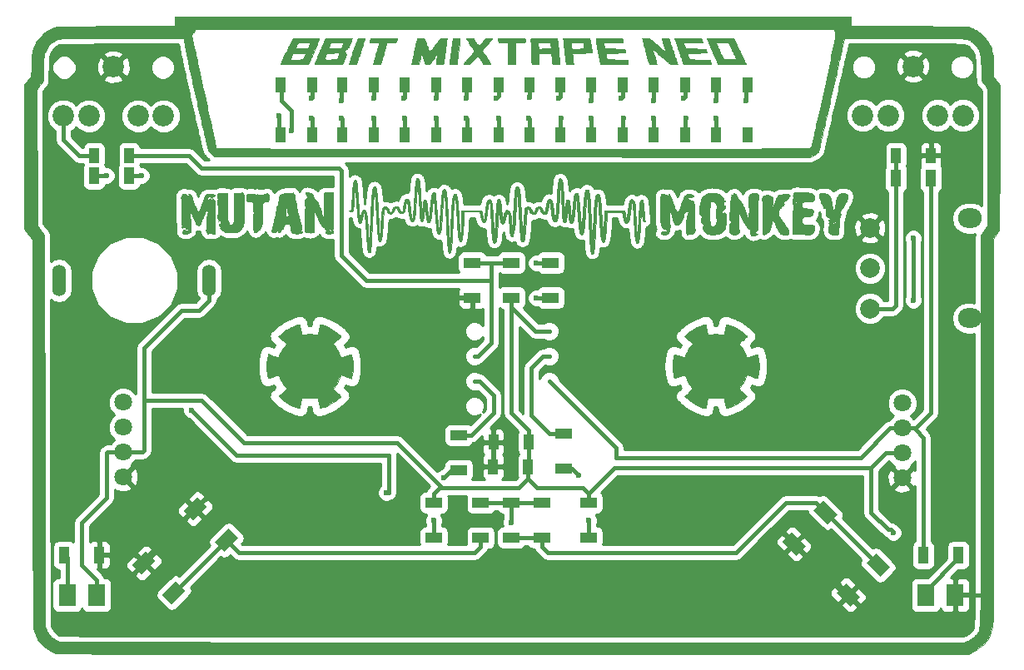
<source format=gbr>
G04 #@! TF.FileFunction,Copper,L1,Top,Signal*
%FSLAX46Y46*%
G04 Gerber Fmt 4.6, Leading zero omitted, Abs format (unit mm)*
G04 Created by KiCad (PCBNEW 4.0.7-e0-6372~58~ubuntu16.04.1) date Thu Mar  7 17:22:22 2019*
%MOMM*%
%LPD*%
G01*
G04 APERTURE LIST*
%ADD10C,0.100000*%
%ADD11C,0.010000*%
%ADD12R,1.000000X1.600000*%
%ADD13O,1.400000X3.200000*%
%ADD14C,2.000000*%
%ADD15O,2.400000X2.000000*%
%ADD16R,1.800000X2.300000*%
%ADD17C,1.800000*%
%ADD18C,2.181860*%
%ADD19R,1.700000X1.100000*%
%ADD20R,1.100000X1.700000*%
%ADD21C,0.600000*%
%ADD22C,0.400000*%
%ADD23C,0.254000*%
G04 APERTURE END LIST*
D10*
D11*
G36*
X184417000Y-68601556D02*
X186979225Y-68610198D01*
X187234820Y-68611065D01*
X187513426Y-68612021D01*
X187812651Y-68613056D01*
X188130105Y-68614162D01*
X188463397Y-68615330D01*
X188810138Y-68616553D01*
X189167938Y-68617821D01*
X189534405Y-68619125D01*
X189907150Y-68620458D01*
X190283783Y-68621811D01*
X190661913Y-68623175D01*
X191039150Y-68624541D01*
X191413104Y-68625901D01*
X191781384Y-68627247D01*
X192141600Y-68628570D01*
X192491363Y-68629861D01*
X192828281Y-68631112D01*
X192951400Y-68631571D01*
X196361350Y-68644302D01*
X196729650Y-68826742D01*
X196891955Y-68908163D01*
X197033852Y-68981882D01*
X197158383Y-69049950D01*
X197268592Y-69114419D01*
X197367523Y-69177340D01*
X197458218Y-69240763D01*
X197543722Y-69306742D01*
X197627078Y-69377327D01*
X197711329Y-69454569D01*
X197799519Y-69540520D01*
X197821850Y-69562914D01*
X198019355Y-69773997D01*
X198193130Y-69986212D01*
X198344412Y-70202114D01*
X198474438Y-70424256D01*
X198584443Y-70655192D01*
X198675666Y-70897477D01*
X198749343Y-71153663D01*
X198806710Y-71426306D01*
X198843542Y-71672650D01*
X198853707Y-71757438D01*
X198862547Y-71839345D01*
X198870181Y-71921026D01*
X198876727Y-72005133D01*
X198882305Y-72094321D01*
X198887033Y-72191245D01*
X198891030Y-72298557D01*
X198894414Y-72418913D01*
X198897305Y-72554965D01*
X198899820Y-72709369D01*
X198902079Y-72884779D01*
X198903479Y-73012500D01*
X198911323Y-73768150D01*
X199227011Y-74198355D01*
X199542700Y-74628561D01*
X199543149Y-75163555D01*
X199543189Y-75276296D01*
X199543139Y-75409821D01*
X199543003Y-75563255D01*
X199542784Y-75735723D01*
X199542484Y-75926352D01*
X199542107Y-76134265D01*
X199541655Y-76358588D01*
X199541133Y-76598447D01*
X199540542Y-76852965D01*
X199539887Y-77121269D01*
X199539169Y-77402484D01*
X199538393Y-77695734D01*
X199537561Y-78000145D01*
X199536676Y-78314841D01*
X199535742Y-78638949D01*
X199534761Y-78971593D01*
X199533736Y-79311898D01*
X199532672Y-79658990D01*
X199531570Y-80011993D01*
X199530433Y-80370033D01*
X199529266Y-80732234D01*
X199528070Y-81097723D01*
X199526850Y-81465624D01*
X199525608Y-81835061D01*
X199524346Y-82205161D01*
X199523069Y-82575049D01*
X199521779Y-82943849D01*
X199520480Y-83310687D01*
X199519174Y-83674688D01*
X199517865Y-84034977D01*
X199516555Y-84390679D01*
X199515248Y-84740919D01*
X199513946Y-85084822D01*
X199512654Y-85421514D01*
X199511373Y-85750120D01*
X199510107Y-86069764D01*
X199508859Y-86379572D01*
X199507633Y-86678670D01*
X199506431Y-86966181D01*
X199505255Y-87241232D01*
X199504111Y-87502947D01*
X199502999Y-87750452D01*
X199501925Y-87982871D01*
X199500889Y-88199331D01*
X199499897Y-88398955D01*
X199498950Y-88580869D01*
X199498052Y-88744199D01*
X199497205Y-88888069D01*
X199496414Y-89011604D01*
X199495681Y-89113930D01*
X199495009Y-89194171D01*
X199494401Y-89251454D01*
X199493860Y-89284902D01*
X199493482Y-89293900D01*
X199484741Y-89311176D01*
X199463819Y-89347463D01*
X199432188Y-89400354D01*
X199391319Y-89467439D01*
X199342686Y-89546312D01*
X199287759Y-89634565D01*
X199228011Y-89729790D01*
X199195670Y-89781034D01*
X198907700Y-90236419D01*
X198907199Y-98836134D01*
X198907142Y-99463568D01*
X198907043Y-100097705D01*
X198906905Y-100737904D01*
X198906728Y-101383526D01*
X198906512Y-102033929D01*
X198906258Y-102688473D01*
X198905968Y-103346519D01*
X198905642Y-104007425D01*
X198905282Y-104670552D01*
X198904887Y-105335258D01*
X198904459Y-106000903D01*
X198903999Y-106666848D01*
X198903507Y-107332451D01*
X198902985Y-107997073D01*
X198902433Y-108660072D01*
X198901852Y-109320809D01*
X198901244Y-109978643D01*
X198900608Y-110632933D01*
X198899947Y-111283040D01*
X198899260Y-111928323D01*
X198898548Y-112568141D01*
X198897813Y-113201855D01*
X198897056Y-113828823D01*
X198896276Y-114448406D01*
X198895476Y-115059962D01*
X198894656Y-115662852D01*
X198893816Y-116256436D01*
X198892958Y-116840072D01*
X198892083Y-117413120D01*
X198891191Y-117974941D01*
X198890284Y-118524893D01*
X198889361Y-119062337D01*
X198888425Y-119586631D01*
X198887476Y-120097136D01*
X198886514Y-120593211D01*
X198885542Y-121074216D01*
X198884558Y-121539510D01*
X198883566Y-121988453D01*
X198882564Y-122420404D01*
X198881555Y-122834723D01*
X198880539Y-123230771D01*
X198879516Y-123607905D01*
X198878489Y-123965487D01*
X198877457Y-124302875D01*
X198876422Y-124619430D01*
X198875384Y-124914510D01*
X198874344Y-125187476D01*
X198873304Y-125437686D01*
X198872264Y-125664502D01*
X198871224Y-125867281D01*
X198870186Y-126045385D01*
X198870051Y-126066750D01*
X198867700Y-126426907D01*
X198865395Y-126762544D01*
X198863121Y-127074539D01*
X198860863Y-127363773D01*
X198858604Y-127631123D01*
X198856329Y-127877470D01*
X198854023Y-128103692D01*
X198851670Y-128310669D01*
X198849254Y-128499280D01*
X198846759Y-128670404D01*
X198844170Y-128824921D01*
X198841472Y-128963709D01*
X198838648Y-129087648D01*
X198835683Y-129197618D01*
X198832561Y-129294497D01*
X198829267Y-129379165D01*
X198825785Y-129452501D01*
X198822100Y-129515384D01*
X198818195Y-129568693D01*
X198814055Y-129613308D01*
X198809665Y-129650108D01*
X198805859Y-129675117D01*
X198743258Y-129968057D01*
X198657529Y-130251151D01*
X198549351Y-130523409D01*
X198419403Y-130783842D01*
X198268364Y-131031458D01*
X198096912Y-131265269D01*
X197905726Y-131484283D01*
X197695485Y-131687512D01*
X197466867Y-131873964D01*
X197220552Y-132042651D01*
X197155630Y-132082323D01*
X197108429Y-132109048D01*
X197042747Y-132144172D01*
X196963132Y-132185372D01*
X196874130Y-132230326D01*
X196780287Y-132276711D01*
X196686149Y-132322204D01*
X196684935Y-132322783D01*
X196347060Y-132483974D01*
X156781005Y-132490270D01*
X155762331Y-132490429D01*
X154746735Y-132490580D01*
X153734572Y-132490725D01*
X152726195Y-132490862D01*
X151721959Y-132490992D01*
X150722218Y-132491115D01*
X149727327Y-132491231D01*
X148737639Y-132491340D01*
X147753510Y-132491442D01*
X146775294Y-132491537D01*
X145803344Y-132491625D01*
X144838016Y-132491706D01*
X143879663Y-132491781D01*
X142928640Y-132491848D01*
X141985302Y-132491909D01*
X141050002Y-132491962D01*
X140123094Y-132492009D01*
X139204935Y-132492049D01*
X138295876Y-132492083D01*
X137396274Y-132492110D01*
X136506481Y-132492130D01*
X135626853Y-132492143D01*
X134757744Y-132492150D01*
X133899509Y-132492150D01*
X133052501Y-132492143D01*
X132217074Y-132492130D01*
X131393584Y-132492111D01*
X130582384Y-132492085D01*
X129783830Y-132492052D01*
X128998274Y-132492013D01*
X128226072Y-132491967D01*
X127467578Y-132491916D01*
X126723145Y-132491857D01*
X125993130Y-132491793D01*
X125277885Y-132491722D01*
X124577765Y-132491645D01*
X123893125Y-132491561D01*
X123224319Y-132491471D01*
X122571701Y-132491376D01*
X121935625Y-132491273D01*
X121316446Y-132491165D01*
X120714518Y-132491051D01*
X120130196Y-132490930D01*
X119563833Y-132490803D01*
X119015785Y-132490671D01*
X118486405Y-132490532D01*
X117976047Y-132490387D01*
X117485067Y-132490236D01*
X117013819Y-132490079D01*
X116562656Y-132489917D01*
X116131933Y-132489748D01*
X115722005Y-132489574D01*
X115333225Y-132489393D01*
X114965949Y-132489207D01*
X114620530Y-132489015D01*
X114297322Y-132488818D01*
X113996681Y-132488614D01*
X113718960Y-132488405D01*
X113464514Y-132488190D01*
X113233697Y-132487969D01*
X113026863Y-132487743D01*
X112844367Y-132487511D01*
X112686564Y-132487274D01*
X112554050Y-132487031D01*
X111924670Y-132485687D01*
X111320439Y-132484283D01*
X110741105Y-132482815D01*
X110186417Y-132481282D01*
X109656123Y-132479683D01*
X109149972Y-132478015D01*
X108667712Y-132476278D01*
X108209091Y-132474468D01*
X107773859Y-132472584D01*
X107361764Y-132470625D01*
X106972555Y-132468589D01*
X106605979Y-132466474D01*
X106261786Y-132464277D01*
X105939724Y-132461998D01*
X105639542Y-132459635D01*
X105360988Y-132457185D01*
X105103811Y-132454648D01*
X104867759Y-132452021D01*
X104652581Y-132449302D01*
X104458026Y-132446490D01*
X104283841Y-132443582D01*
X104129776Y-132440578D01*
X103995579Y-132437475D01*
X103880999Y-132434272D01*
X103785784Y-132430966D01*
X103709683Y-132427557D01*
X103652444Y-132424041D01*
X103651350Y-132423959D01*
X103587586Y-132418200D01*
X103534793Y-132410431D01*
X103484536Y-132398654D01*
X103428379Y-132380866D01*
X103357886Y-132355067D01*
X103352900Y-132353176D01*
X103087257Y-132239993D01*
X102838430Y-132108263D01*
X102604871Y-131956991D01*
X102385035Y-131785182D01*
X102190232Y-131604782D01*
X102038710Y-131445035D01*
X101906462Y-131287270D01*
X101788825Y-131124976D01*
X101681137Y-130951637D01*
X101578735Y-130760742D01*
X101562291Y-130727650D01*
X101471468Y-130531963D01*
X101397710Y-130349031D01*
X101341405Y-130180008D01*
X101302941Y-130026048D01*
X101283369Y-129895800D01*
X101277700Y-129821085D01*
X101272196Y-129721155D01*
X101266860Y-129596194D01*
X101261698Y-129446385D01*
X101256714Y-129271913D01*
X101251912Y-129072962D01*
X101247296Y-128849716D01*
X101242873Y-128602358D01*
X101238645Y-128331074D01*
X101234617Y-128036046D01*
X101231522Y-127781250D01*
X101230124Y-127646728D01*
X101228743Y-127487213D01*
X101227380Y-127303110D01*
X101226036Y-127094827D01*
X101224711Y-126862768D01*
X101223407Y-126607342D01*
X101222122Y-126328953D01*
X101220859Y-126028008D01*
X101219617Y-125704913D01*
X101218397Y-125360076D01*
X101217200Y-124993901D01*
X101216027Y-124606796D01*
X101214877Y-124199166D01*
X101213752Y-123771419D01*
X101212653Y-123323959D01*
X101211579Y-122857195D01*
X101210532Y-122371531D01*
X101209511Y-121867374D01*
X101208518Y-121345131D01*
X101207554Y-120805208D01*
X101206618Y-120248010D01*
X101205711Y-119673946D01*
X101204835Y-119083420D01*
X101203989Y-118476838D01*
X101203174Y-117854609D01*
X101202391Y-117217137D01*
X101201641Y-116564829D01*
X101200923Y-115898091D01*
X101200239Y-115217329D01*
X101199589Y-114522951D01*
X101198974Y-113815362D01*
X101198394Y-113094968D01*
X101197851Y-112362176D01*
X101197343Y-111617392D01*
X101196873Y-110861022D01*
X101196441Y-110093473D01*
X101196047Y-109315152D01*
X101195692Y-108526463D01*
X101195376Y-107727814D01*
X101195101Y-106919611D01*
X101194866Y-106102260D01*
X101194673Y-105276168D01*
X101194522Y-104441741D01*
X101194413Y-103599384D01*
X101194347Y-102749505D01*
X101194336Y-102491235D01*
X101193899Y-90333021D01*
X100355699Y-89218833D01*
X100355699Y-75839978D01*
X101621543Y-75839978D01*
X101621551Y-75996004D01*
X101621662Y-76167964D01*
X101621877Y-76356391D01*
X101622195Y-76561816D01*
X101622618Y-76784771D01*
X101623146Y-77025788D01*
X101623781Y-77285400D01*
X101624523Y-77564137D01*
X101625374Y-77862533D01*
X101626333Y-78181118D01*
X101627401Y-78520426D01*
X101628581Y-78880987D01*
X101629871Y-79263333D01*
X101631273Y-79667998D01*
X101632789Y-80095512D01*
X101634417Y-80546407D01*
X101636161Y-81021216D01*
X101638019Y-81520471D01*
X101639578Y-81934698D01*
X101641167Y-82352458D01*
X101642755Y-82764024D01*
X101644337Y-83168659D01*
X101645909Y-83565626D01*
X101647470Y-83954187D01*
X101649015Y-84333606D01*
X101650541Y-84703145D01*
X101652044Y-85062066D01*
X101653521Y-85409633D01*
X101654969Y-85745109D01*
X101656383Y-86067755D01*
X101657762Y-86376835D01*
X101659101Y-86671611D01*
X101660397Y-86951347D01*
X101661646Y-87215304D01*
X101662846Y-87462746D01*
X101663992Y-87692936D01*
X101665081Y-87905136D01*
X101666110Y-88098608D01*
X101667076Y-88272616D01*
X101667975Y-88426423D01*
X101668803Y-88559291D01*
X101669557Y-88670482D01*
X101670234Y-88759260D01*
X101670831Y-88824888D01*
X101671343Y-88866628D01*
X101671768Y-88883742D01*
X101671787Y-88883940D01*
X101674810Y-88898870D01*
X101681527Y-88916713D01*
X101693274Y-88939376D01*
X101711385Y-88968766D01*
X101737193Y-89006791D01*
X101772034Y-89055357D01*
X101817241Y-89116371D01*
X101874149Y-89191741D01*
X101944092Y-89283374D01*
X102024901Y-89388621D01*
X102371861Y-89839712D01*
X102380119Y-92484631D01*
X102380465Y-92600747D01*
X102380856Y-92741705D01*
X102381291Y-92906944D01*
X102381769Y-93095906D01*
X102382288Y-93308031D01*
X102382848Y-93542761D01*
X102383447Y-93799535D01*
X102384084Y-94077795D01*
X102384759Y-94376982D01*
X102385469Y-94696537D01*
X102386215Y-95035900D01*
X102386994Y-95394512D01*
X102387805Y-95771815D01*
X102388648Y-96167248D01*
X102389521Y-96580253D01*
X102390424Y-97010271D01*
X102391354Y-97456743D01*
X102392311Y-97919109D01*
X102393294Y-98396810D01*
X102394302Y-98889287D01*
X102395333Y-99395981D01*
X102396386Y-99916333D01*
X102397461Y-100449783D01*
X102398556Y-100995773D01*
X102399669Y-101553744D01*
X102400801Y-102123135D01*
X102401949Y-102703388D01*
X102403113Y-103293945D01*
X102404291Y-103894245D01*
X102405482Y-104503729D01*
X102406685Y-105121839D01*
X102407900Y-105748016D01*
X102409124Y-106381699D01*
X102410357Y-107022330D01*
X102411598Y-107669350D01*
X102412845Y-108322200D01*
X102414097Y-108980320D01*
X102415354Y-109643152D01*
X102416614Y-110310135D01*
X102417875Y-110980712D01*
X102419138Y-111654323D01*
X102420400Y-112330408D01*
X102420603Y-112439650D01*
X102452830Y-129749750D01*
X102587384Y-130010100D01*
X102650702Y-130131261D01*
X102705637Y-130233087D01*
X102754431Y-130319312D01*
X102799330Y-130393671D01*
X102842578Y-130459898D01*
X102886418Y-130521727D01*
X102926714Y-130574753D01*
X103034726Y-130700185D01*
X103156553Y-130819121D01*
X103287844Y-130928297D01*
X103424247Y-131024450D01*
X103561409Y-131104315D01*
X103694978Y-131164630D01*
X103730148Y-131177236D01*
X103755276Y-131184146D01*
X103788703Y-131190493D01*
X103831681Y-131196324D01*
X103885459Y-131201685D01*
X103951290Y-131206623D01*
X104030423Y-131211185D01*
X104124110Y-131215417D01*
X104233601Y-131219367D01*
X104360147Y-131223081D01*
X104504999Y-131226606D01*
X104669407Y-131229989D01*
X104854622Y-131233276D01*
X105061896Y-131236514D01*
X105292479Y-131239750D01*
X105461100Y-131241947D01*
X105581031Y-131243397D01*
X105710607Y-131244825D01*
X105850011Y-131246230D01*
X105999426Y-131247614D01*
X106159036Y-131248976D01*
X106329023Y-131250317D01*
X106509571Y-131251636D01*
X106700864Y-131252935D01*
X106903085Y-131254212D01*
X107116416Y-131255468D01*
X107341042Y-131256704D01*
X107577146Y-131257919D01*
X107824910Y-131259114D01*
X108084519Y-131260289D01*
X108356155Y-131261443D01*
X108640003Y-131262578D01*
X108936244Y-131263694D01*
X109245063Y-131264789D01*
X109566642Y-131265866D01*
X109901166Y-131266923D01*
X110248817Y-131267962D01*
X110609779Y-131268981D01*
X110984235Y-131269982D01*
X111372368Y-131270965D01*
X111774362Y-131271929D01*
X112190400Y-131272875D01*
X112620665Y-131273804D01*
X113065341Y-131274714D01*
X113524610Y-131275607D01*
X113998657Y-131276482D01*
X114487664Y-131277341D01*
X114991815Y-131278182D01*
X115511293Y-131279006D01*
X116046282Y-131279813D01*
X116596964Y-131280604D01*
X117163523Y-131281379D01*
X117746143Y-131282137D01*
X118345006Y-131282879D01*
X118960297Y-131283605D01*
X119592197Y-131284316D01*
X120240891Y-131285010D01*
X120906562Y-131285690D01*
X121589393Y-131286354D01*
X122289568Y-131287004D01*
X123007269Y-131287638D01*
X123742681Y-131288258D01*
X124495986Y-131288863D01*
X125267368Y-131289454D01*
X126057009Y-131290030D01*
X126865094Y-131290593D01*
X127691806Y-131291142D01*
X128537328Y-131291677D01*
X129401843Y-131292198D01*
X130285534Y-131292706D01*
X131188586Y-131293201D01*
X132111180Y-131293683D01*
X133053502Y-131294153D01*
X134015733Y-131294609D01*
X134998057Y-131295053D01*
X136000657Y-131295485D01*
X137023717Y-131295904D01*
X138067421Y-131296312D01*
X139131950Y-131296708D01*
X140217489Y-131297092D01*
X141324222Y-131297464D01*
X142452330Y-131297826D01*
X143601998Y-131298176D01*
X144773409Y-131298515D01*
X145966746Y-131298844D01*
X147182193Y-131299161D01*
X148419933Y-131299469D01*
X149680148Y-131299766D01*
X150963023Y-131300053D01*
X152268741Y-131300330D01*
X153597485Y-131300597D01*
X154949438Y-131300855D01*
X156324784Y-131301103D01*
X157723706Y-131301342D01*
X159146387Y-131301572D01*
X160593011Y-131301793D01*
X162063760Y-131302005D01*
X163558819Y-131302209D01*
X165078370Y-131302404D01*
X166622598Y-131302591D01*
X168191684Y-131302770D01*
X169785813Y-131302941D01*
X171324590Y-131303096D01*
X195843231Y-131305500D01*
X196081232Y-131216197D01*
X196206647Y-131168417D01*
X196311659Y-131126541D01*
X196400043Y-131088691D01*
X196475574Y-131052991D01*
X196542028Y-131017562D01*
X196603180Y-130980527D01*
X196662804Y-130940008D01*
X196716950Y-130900023D01*
X196750226Y-130872732D01*
X196796292Y-130832142D01*
X196852255Y-130781053D01*
X196915228Y-130722265D01*
X196982318Y-130658578D01*
X197050638Y-130592792D01*
X197117296Y-130527706D01*
X197179403Y-130466121D01*
X197234069Y-130410837D01*
X197278404Y-130364653D01*
X197309518Y-130330370D01*
X197323769Y-130312101D01*
X197349771Y-130263523D01*
X197373911Y-130205757D01*
X197396279Y-130137798D01*
X197416964Y-130058641D01*
X197436057Y-129967282D01*
X197453647Y-129862717D01*
X197469824Y-129743941D01*
X197484678Y-129609951D01*
X197498299Y-129459741D01*
X197510777Y-129292307D01*
X197522201Y-129106646D01*
X197532661Y-128901752D01*
X197542248Y-128676621D01*
X197551051Y-128430250D01*
X197559160Y-128161633D01*
X197566664Y-127869766D01*
X197573654Y-127553645D01*
X197574580Y-127508200D01*
X197576280Y-127419683D01*
X197577930Y-127324697D01*
X197579531Y-127222867D01*
X197581085Y-127113822D01*
X197582590Y-126997187D01*
X197584050Y-126872589D01*
X197585463Y-126739655D01*
X197586830Y-126598013D01*
X197588153Y-126447289D01*
X197589431Y-126287109D01*
X197590667Y-126117101D01*
X197591859Y-125936892D01*
X197593009Y-125746108D01*
X197594118Y-125544376D01*
X197595185Y-125331323D01*
X197596213Y-125106576D01*
X197597201Y-124869762D01*
X197598150Y-124620507D01*
X197599061Y-124358439D01*
X197599935Y-124083184D01*
X197600772Y-123794369D01*
X197601572Y-123491621D01*
X197602337Y-123174567D01*
X197603067Y-122842833D01*
X197603762Y-122496047D01*
X197604424Y-122133836D01*
X197605053Y-121755825D01*
X197605650Y-121361643D01*
X197606215Y-120950915D01*
X197606750Y-120523269D01*
X197607254Y-120078332D01*
X197607728Y-119615730D01*
X197608173Y-119135090D01*
X197608590Y-118636039D01*
X197608980Y-118118205D01*
X197609342Y-117581213D01*
X197609678Y-117024690D01*
X197609989Y-116448265D01*
X197610274Y-115851562D01*
X197610535Y-115234210D01*
X197610772Y-114595834D01*
X197610986Y-113936063D01*
X197611178Y-113254522D01*
X197611348Y-112550839D01*
X197611497Y-111824640D01*
X197611626Y-111075553D01*
X197611735Y-110303203D01*
X197611825Y-109507219D01*
X197611896Y-108687226D01*
X197611950Y-107842851D01*
X197611986Y-106973723D01*
X197612003Y-106323654D01*
X197612300Y-89958759D01*
X197955200Y-89423707D01*
X198298100Y-88888654D01*
X198298099Y-81947900D01*
X198298099Y-75007145D01*
X198000876Y-74608130D01*
X197703652Y-74209114D01*
X197683109Y-73499682D01*
X197676229Y-73266520D01*
X197669745Y-73056889D01*
X197663556Y-72868923D01*
X197657560Y-72700758D01*
X197651658Y-72550530D01*
X197645748Y-72416372D01*
X197639730Y-72296422D01*
X197633503Y-72188813D01*
X197626966Y-72091682D01*
X197620019Y-72003163D01*
X197612560Y-71921391D01*
X197604489Y-71844503D01*
X197595706Y-71770633D01*
X197586110Y-71697916D01*
X197585569Y-71694004D01*
X197554613Y-71505844D01*
X197515978Y-71338197D01*
X197467972Y-71186892D01*
X197408899Y-71047759D01*
X197337066Y-70916625D01*
X197250779Y-70789319D01*
X197183093Y-70702942D01*
X197129543Y-70640732D01*
X197065357Y-70570664D01*
X196993677Y-70495769D01*
X196917647Y-70419080D01*
X196840409Y-70343626D01*
X196765107Y-70272440D01*
X196694884Y-70208552D01*
X196632882Y-70154994D01*
X196582247Y-70114797D01*
X196551850Y-70094188D01*
X196472968Y-70053028D01*
X196383683Y-70016557D01*
X196282148Y-69984435D01*
X196166516Y-69956322D01*
X196034939Y-69931879D01*
X195885570Y-69910766D01*
X195716561Y-69892643D01*
X195526065Y-69877172D01*
X195312236Y-69864011D01*
X195294550Y-69863074D01*
X195231341Y-69859962D01*
X195163088Y-69857017D01*
X195089064Y-69854234D01*
X195008543Y-69851609D01*
X194920798Y-69849139D01*
X194825101Y-69846818D01*
X194720727Y-69844642D01*
X194606948Y-69842608D01*
X194483038Y-69840710D01*
X194348269Y-69838945D01*
X194201915Y-69837309D01*
X194043250Y-69835797D01*
X193871546Y-69834405D01*
X193686077Y-69833129D01*
X193486116Y-69831965D01*
X193270937Y-69830908D01*
X193039811Y-69829954D01*
X192792014Y-69829099D01*
X192526817Y-69828339D01*
X192243494Y-69827669D01*
X191941319Y-69827085D01*
X191619564Y-69826584D01*
X191277503Y-69826160D01*
X190914409Y-69825809D01*
X190529555Y-69825528D01*
X190122215Y-69825312D01*
X189691661Y-69825157D01*
X189237167Y-69825059D01*
X188758007Y-69825013D01*
X188753710Y-69825012D01*
X183736871Y-69824799D01*
X183480861Y-70951924D01*
X183458745Y-71049305D01*
X183431271Y-71170296D01*
X183398704Y-71313735D01*
X183361306Y-71478463D01*
X183319341Y-71663320D01*
X183273073Y-71867144D01*
X183222764Y-72088775D01*
X183168678Y-72327052D01*
X183111079Y-72580815D01*
X183050229Y-72848904D01*
X182986393Y-73130157D01*
X182919834Y-73423415D01*
X182850814Y-73727516D01*
X182779599Y-74041300D01*
X182706450Y-74363608D01*
X182631631Y-74693277D01*
X182555407Y-75029147D01*
X182478039Y-75370059D01*
X182399792Y-75714851D01*
X182320929Y-76062363D01*
X182241714Y-76411434D01*
X182175810Y-76701850D01*
X182099255Y-77039135D01*
X182024076Y-77370227D01*
X181950469Y-77694259D01*
X181878633Y-78010363D01*
X181808765Y-78317673D01*
X181741064Y-78615321D01*
X181675728Y-78902441D01*
X181612953Y-79178165D01*
X181552939Y-79441627D01*
X181495882Y-79691959D01*
X181441981Y-79928295D01*
X181391434Y-80149767D01*
X181344437Y-80355509D01*
X181301190Y-80544653D01*
X181261890Y-80716333D01*
X181226735Y-80869681D01*
X181195923Y-81003830D01*
X181169651Y-81117914D01*
X181148117Y-81211065D01*
X181131519Y-81282417D01*
X181120056Y-81331102D01*
X181113925Y-81356253D01*
X181112979Y-81359612D01*
X181095684Y-81386664D01*
X181062281Y-81425316D01*
X181016850Y-81471749D01*
X180963466Y-81522145D01*
X180906210Y-81572686D01*
X180849158Y-81619555D01*
X180796390Y-81658933D01*
X180784802Y-81666854D01*
X180741126Y-81694120D01*
X180680831Y-81729063D01*
X180610128Y-81768220D01*
X180535223Y-81808129D01*
X180487029Y-81832931D01*
X180283150Y-81936203D01*
X167272000Y-81927139D01*
X166710142Y-81926750D01*
X166123949Y-81926347D01*
X165514486Y-81925933D01*
X164882819Y-81925507D01*
X164230011Y-81925070D01*
X163557129Y-81924622D01*
X162865236Y-81924166D01*
X162155398Y-81923700D01*
X161428681Y-81923226D01*
X160686149Y-81922744D01*
X159928866Y-81922255D01*
X159157899Y-81921760D01*
X158374312Y-81921260D01*
X157579169Y-81920754D01*
X156773537Y-81920244D01*
X155958480Y-81919731D01*
X155135063Y-81919214D01*
X154304351Y-81918695D01*
X153467409Y-81918174D01*
X152625303Y-81917653D01*
X151779096Y-81917131D01*
X150929855Y-81916609D01*
X150078643Y-81916088D01*
X149226527Y-81915569D01*
X148374571Y-81915052D01*
X147523840Y-81914538D01*
X146675399Y-81914028D01*
X145830313Y-81913522D01*
X144989647Y-81913020D01*
X144154467Y-81912525D01*
X143325836Y-81912035D01*
X142504821Y-81911553D01*
X141692486Y-81911078D01*
X140889896Y-81910611D01*
X140098117Y-81910153D01*
X139318212Y-81909705D01*
X138551248Y-81909267D01*
X137798288Y-81908839D01*
X137060399Y-81908423D01*
X137001550Y-81908390D01*
X119742250Y-81898706D01*
X119564450Y-81764416D01*
X119489909Y-81706045D01*
X119412975Y-81642112D01*
X119336714Y-81575514D01*
X119264192Y-81509149D01*
X119198478Y-81445916D01*
X119142638Y-81388712D01*
X119099738Y-81340437D01*
X119072847Y-81303987D01*
X119068238Y-81295534D01*
X119057098Y-81265447D01*
X119040765Y-81211534D01*
X119019467Y-81134788D01*
X118993428Y-81036198D01*
X118962875Y-80916756D01*
X118928034Y-80777452D01*
X118889132Y-80619276D01*
X118846394Y-80443220D01*
X118800047Y-80250273D01*
X118750317Y-80041427D01*
X118697431Y-79817672D01*
X118641614Y-79580000D01*
X118583093Y-79329399D01*
X118522094Y-79066862D01*
X118458843Y-78793378D01*
X118393567Y-78509939D01*
X118326491Y-78217535D01*
X118257842Y-77917157D01*
X118187845Y-77609795D01*
X118116729Y-77296440D01*
X118044717Y-76978082D01*
X117972038Y-76655713D01*
X117898916Y-76330323D01*
X117825578Y-76002902D01*
X117752250Y-75674442D01*
X117679160Y-75345933D01*
X117606531Y-75018364D01*
X117534592Y-74692729D01*
X117463568Y-74370015D01*
X117393686Y-74051216D01*
X117325171Y-73737320D01*
X117258249Y-73429319D01*
X117193148Y-73128204D01*
X117130093Y-72834964D01*
X117069311Y-72550591D01*
X117041947Y-72421950D01*
X116976438Y-72111875D01*
X116916591Y-71825140D01*
X116862145Y-71560382D01*
X116812843Y-71316241D01*
X116768424Y-71091353D01*
X116728630Y-70884359D01*
X116693202Y-70693897D01*
X116661880Y-70518604D01*
X116634406Y-70357120D01*
X116610520Y-70208084D01*
X116589963Y-70070133D01*
X116578133Y-69984792D01*
X116556139Y-69820934D01*
X113285094Y-69829702D01*
X112777723Y-69831102D01*
X112279619Y-69832559D01*
X111791420Y-69834067D01*
X111313766Y-69835624D01*
X110847296Y-69837227D01*
X110392649Y-69838871D01*
X109950464Y-69840554D01*
X109521380Y-69842272D01*
X109106036Y-69844021D01*
X108705071Y-69845798D01*
X108319124Y-69847600D01*
X107948835Y-69849423D01*
X107594842Y-69851264D01*
X107257784Y-69853119D01*
X106938301Y-69854986D01*
X106637031Y-69856859D01*
X106354614Y-69858736D01*
X106091689Y-69860614D01*
X105848894Y-69862489D01*
X105626869Y-69864358D01*
X105426253Y-69866217D01*
X105247685Y-69868063D01*
X105091804Y-69869892D01*
X104959249Y-69871701D01*
X104850659Y-69873486D01*
X104766673Y-69875244D01*
X104749900Y-69875671D01*
X104558819Y-69881155D01*
X104391156Y-69886917D01*
X104244930Y-69893163D01*
X104118158Y-69900097D01*
X104008858Y-69907922D01*
X103915049Y-69916845D01*
X103834750Y-69927069D01*
X103765977Y-69938800D01*
X103706749Y-69952240D01*
X103655085Y-69967596D01*
X103609003Y-69985072D01*
X103584737Y-69995936D01*
X103424659Y-70083470D01*
X103265633Y-70193110D01*
X103110456Y-70321622D01*
X102961930Y-70465773D01*
X102822854Y-70622329D01*
X102696028Y-70788056D01*
X102584251Y-70959721D01*
X102490325Y-71134090D01*
X102417048Y-71307929D01*
X102396861Y-71367850D01*
X102383395Y-71412779D01*
X102371101Y-71458788D01*
X102359889Y-71507296D01*
X102349668Y-71559720D01*
X102340350Y-71617479D01*
X102331845Y-71681990D01*
X102324063Y-71754671D01*
X102316915Y-71836941D01*
X102310311Y-71930217D01*
X102304162Y-72035918D01*
X102298378Y-72155461D01*
X102292870Y-72290264D01*
X102287547Y-72441746D01*
X102282321Y-72611324D01*
X102277102Y-72800416D01*
X102271800Y-73010441D01*
X102266325Y-73242817D01*
X102260589Y-73498960D01*
X102259707Y-73539192D01*
X102245282Y-74199235D01*
X101945016Y-74597024D01*
X101878144Y-74685650D01*
X101815661Y-74768529D01*
X101759319Y-74843330D01*
X101710868Y-74907726D01*
X101672062Y-74959388D01*
X101644652Y-74995987D01*
X101630389Y-75015194D01*
X101629136Y-75016930D01*
X101627978Y-75023234D01*
X101626913Y-75039088D01*
X101625942Y-75065026D01*
X101625065Y-75101579D01*
X101624283Y-75149279D01*
X101623597Y-75208658D01*
X101623008Y-75280248D01*
X101622517Y-75364580D01*
X101622124Y-75462188D01*
X101621830Y-75573602D01*
X101621636Y-75699355D01*
X101621543Y-75839978D01*
X100355699Y-75839978D01*
X100355699Y-74630190D01*
X100696888Y-74195078D01*
X101038076Y-73759965D01*
X101045335Y-72963957D01*
X101047890Y-72728404D01*
X101051117Y-72516345D01*
X101055144Y-72325883D01*
X101060099Y-72155117D01*
X101066111Y-72002151D01*
X101073306Y-71865083D01*
X101081812Y-71742015D01*
X101091759Y-71631049D01*
X101103272Y-71530286D01*
X101116481Y-71437825D01*
X101131513Y-71351769D01*
X101148496Y-71270219D01*
X101163669Y-71206567D01*
X101245772Y-70931445D01*
X101351741Y-70662804D01*
X101480442Y-70402626D01*
X101630744Y-70152894D01*
X101801512Y-69915591D01*
X101991615Y-69692698D01*
X102083057Y-69597736D01*
X102104635Y-69576950D01*
X117364230Y-69576950D01*
X117364975Y-69587409D01*
X117368088Y-69608341D01*
X117373684Y-69640292D01*
X117381882Y-69683801D01*
X117392798Y-69739414D01*
X117406548Y-69807672D01*
X117423250Y-69889118D01*
X117443020Y-69984296D01*
X117465976Y-70093747D01*
X117492233Y-70218015D01*
X117521908Y-70357643D01*
X117555119Y-70513173D01*
X117591983Y-70685148D01*
X117632615Y-70874111D01*
X117677133Y-71080605D01*
X117725653Y-71305173D01*
X117778293Y-71548357D01*
X117835169Y-71810700D01*
X117896398Y-72092745D01*
X117962097Y-72395036D01*
X118032382Y-72718113D01*
X118107370Y-73062522D01*
X118187178Y-73428804D01*
X118271924Y-73817501D01*
X118361722Y-74229158D01*
X118456692Y-74664317D01*
X118556948Y-75123520D01*
X118599252Y-75317236D01*
X118680946Y-75691270D01*
X118761281Y-76059029D01*
X118840089Y-76419734D01*
X118917198Y-76772608D01*
X118992439Y-77116875D01*
X119065641Y-77451756D01*
X119136634Y-77776474D01*
X119205248Y-78090252D01*
X119271313Y-78392313D01*
X119334659Y-78681879D01*
X119395115Y-78958173D01*
X119452511Y-79220418D01*
X119506677Y-79467835D01*
X119557444Y-79699649D01*
X119604639Y-79915081D01*
X119648095Y-80113355D01*
X119687640Y-80293692D01*
X119723104Y-80455316D01*
X119754317Y-80597449D01*
X119781109Y-80719315D01*
X119803310Y-80820134D01*
X119820749Y-80899131D01*
X119833257Y-80955528D01*
X119840662Y-80988547D01*
X119842819Y-80997652D01*
X119859419Y-81003009D01*
X119898466Y-81008198D01*
X119960156Y-81013222D01*
X120044687Y-81018085D01*
X120152255Y-81022793D01*
X120283058Y-81027349D01*
X120437292Y-81031757D01*
X120615156Y-81036023D01*
X120816846Y-81040151D01*
X121042560Y-81044144D01*
X121292495Y-81048007D01*
X121566847Y-81051746D01*
X121865814Y-81055363D01*
X122189594Y-81058863D01*
X122538383Y-81062251D01*
X122904550Y-81065466D01*
X123057086Y-81066629D01*
X123234490Y-81067778D01*
X123436228Y-81068911D01*
X123661767Y-81070030D01*
X123910574Y-81071133D01*
X124182116Y-81072220D01*
X124475860Y-81073291D01*
X124791273Y-81074345D01*
X125127822Y-81075383D01*
X125484974Y-81076405D01*
X125862195Y-81077409D01*
X126258954Y-81078395D01*
X126674717Y-81079365D01*
X127108952Y-81080316D01*
X127561124Y-81081248D01*
X128030701Y-81082163D01*
X128517150Y-81083058D01*
X129019938Y-81083935D01*
X129538532Y-81084792D01*
X130072399Y-81085630D01*
X130621007Y-81086447D01*
X131183821Y-81087245D01*
X131760310Y-81088022D01*
X132349939Y-81088779D01*
X132952176Y-81089514D01*
X133566489Y-81090229D01*
X134192344Y-81090921D01*
X134829207Y-81091592D01*
X135476547Y-81092241D01*
X136133830Y-81092868D01*
X136800523Y-81093472D01*
X137476093Y-81094053D01*
X138160007Y-81094611D01*
X138851732Y-81095146D01*
X139550735Y-81095656D01*
X140256483Y-81096143D01*
X140968443Y-81096606D01*
X141686083Y-81097044D01*
X142408868Y-81097457D01*
X143136267Y-81097846D01*
X143867745Y-81098209D01*
X144602771Y-81098546D01*
X145340811Y-81098857D01*
X146081332Y-81099143D01*
X146823801Y-81099402D01*
X147567685Y-81099634D01*
X148312451Y-81099839D01*
X149057567Y-81100017D01*
X149802498Y-81100167D01*
X150546713Y-81100290D01*
X151289677Y-81100384D01*
X152030859Y-81100450D01*
X152769725Y-81100488D01*
X153505742Y-81100497D01*
X154238377Y-81100476D01*
X154967098Y-81100426D01*
X155691370Y-81100346D01*
X156410661Y-81100237D01*
X157124439Y-81100097D01*
X157832170Y-81099926D01*
X158533321Y-81099725D01*
X159227359Y-81099493D01*
X159913751Y-81099229D01*
X160591965Y-81098933D01*
X161261466Y-81098606D01*
X161921723Y-81098247D01*
X162572202Y-81097855D01*
X163212370Y-81097430D01*
X163841694Y-81096973D01*
X164459641Y-81096482D01*
X165065678Y-81095957D01*
X165659273Y-81095399D01*
X166239892Y-81094807D01*
X166807002Y-81094180D01*
X167360070Y-81093519D01*
X167898563Y-81092822D01*
X168421949Y-81092091D01*
X168929693Y-81091324D01*
X169421264Y-81090521D01*
X169896128Y-81089683D01*
X169939000Y-81089604D01*
X170558507Y-81088428D01*
X171153120Y-81087236D01*
X171723342Y-81086024D01*
X172269679Y-81084786D01*
X172792634Y-81083517D01*
X173292714Y-81082213D01*
X173770422Y-81080868D01*
X174226263Y-81079478D01*
X174660743Y-81078036D01*
X175074365Y-81076539D01*
X175467635Y-81074981D01*
X175841057Y-81073357D01*
X176195137Y-81071663D01*
X176530378Y-81069893D01*
X176847286Y-81068042D01*
X177146366Y-81066105D01*
X177428122Y-81064077D01*
X177693059Y-81061953D01*
X177941681Y-81059729D01*
X178174494Y-81057399D01*
X178392002Y-81054957D01*
X178594711Y-81052400D01*
X178783124Y-81049722D01*
X178957747Y-81046918D01*
X179119084Y-81043983D01*
X179267640Y-81040912D01*
X179403920Y-81037700D01*
X179528428Y-81034342D01*
X179641670Y-81030833D01*
X179744151Y-81027168D01*
X179836374Y-81023342D01*
X179918844Y-81019349D01*
X179992068Y-81015186D01*
X180056548Y-81010847D01*
X180112790Y-81006326D01*
X180161299Y-81001620D01*
X180202580Y-80996722D01*
X180237137Y-80991628D01*
X180262046Y-80987049D01*
X180285681Y-80981923D01*
X180305025Y-80975518D01*
X180321282Y-80965167D01*
X180335657Y-80948205D01*
X180349355Y-80921967D01*
X180363580Y-80883788D01*
X180379537Y-80831002D01*
X180398430Y-80760945D01*
X180421463Y-80670950D01*
X180442360Y-80588050D01*
X180473844Y-80460975D01*
X180510302Y-80310145D01*
X180551492Y-80136663D01*
X180597171Y-79941633D01*
X180647098Y-79726157D01*
X180701029Y-79491338D01*
X180758722Y-79238281D01*
X180819934Y-78968089D01*
X180884423Y-78681864D01*
X180951946Y-78380709D01*
X181022261Y-78065729D01*
X181095125Y-77738026D01*
X181170295Y-77398703D01*
X181247529Y-77048865D01*
X181326584Y-76689613D01*
X181407219Y-76322052D01*
X181489189Y-75947284D01*
X181572253Y-75566413D01*
X181656168Y-75180542D01*
X181740692Y-74790774D01*
X181825582Y-74398213D01*
X181910595Y-74003962D01*
X181995489Y-73609123D01*
X182080021Y-73214801D01*
X182163949Y-72822098D01*
X182247031Y-72432118D01*
X182329022Y-72045964D01*
X182409682Y-71664740D01*
X182488768Y-71289547D01*
X182532358Y-71082100D01*
X182576105Y-70873674D01*
X182614948Y-70688498D01*
X182649188Y-70524956D01*
X182679122Y-70381436D01*
X182705049Y-70256324D01*
X182727269Y-70148008D01*
X182746079Y-70054873D01*
X182761780Y-69975307D01*
X182774670Y-69907695D01*
X182785047Y-69850426D01*
X182793210Y-69801885D01*
X182799458Y-69760459D01*
X182804091Y-69724535D01*
X182807406Y-69692499D01*
X182809703Y-69662739D01*
X182811280Y-69633640D01*
X182812436Y-69603590D01*
X182813471Y-69570975D01*
X182813721Y-69562991D01*
X182812646Y-69406660D01*
X182798662Y-69271403D01*
X182771505Y-69156265D01*
X182730909Y-69060292D01*
X182676609Y-68982528D01*
X182643331Y-68949376D01*
X182584623Y-68897700D01*
X150133300Y-68897700D01*
X117681977Y-68897699D01*
X117675586Y-68977322D01*
X117665365Y-69041277D01*
X117643758Y-69103435D01*
X117608349Y-69168534D01*
X117556724Y-69241313D01*
X117514284Y-69293841D01*
X117453901Y-69370038D01*
X117410935Y-69434649D01*
X117383057Y-69492070D01*
X117367937Y-69546693D01*
X117364230Y-69576950D01*
X102104635Y-69576950D01*
X102196832Y-69488141D01*
X102310659Y-69387583D01*
X102427947Y-69293744D01*
X102552107Y-69204305D01*
X102686549Y-69116948D01*
X102834682Y-69029353D01*
X102999917Y-68939203D01*
X103185663Y-68844179D01*
X103206850Y-68833649D01*
X103587850Y-68644754D01*
X107080350Y-68631873D01*
X107413870Y-68630646D01*
X107760180Y-68629377D01*
X108116988Y-68628075D01*
X108482001Y-68626748D01*
X108852925Y-68625404D01*
X109227470Y-68624051D01*
X109603340Y-68622697D01*
X109978245Y-68621351D01*
X110349891Y-68620021D01*
X110715986Y-68618715D01*
X111074236Y-68617442D01*
X111422350Y-68616208D01*
X111758034Y-68615023D01*
X112078996Y-68613895D01*
X112382942Y-68612832D01*
X112667582Y-68611843D01*
X112930621Y-68610934D01*
X113090625Y-68610386D01*
X115608400Y-68601779D01*
X115608400Y-67615000D01*
X184417000Y-67615000D01*
X184417000Y-68601556D01*
X184417000Y-68601556D01*
G37*
X184417000Y-68601556D02*
X186979225Y-68610198D01*
X187234820Y-68611065D01*
X187513426Y-68612021D01*
X187812651Y-68613056D01*
X188130105Y-68614162D01*
X188463397Y-68615330D01*
X188810138Y-68616553D01*
X189167938Y-68617821D01*
X189534405Y-68619125D01*
X189907150Y-68620458D01*
X190283783Y-68621811D01*
X190661913Y-68623175D01*
X191039150Y-68624541D01*
X191413104Y-68625901D01*
X191781384Y-68627247D01*
X192141600Y-68628570D01*
X192491363Y-68629861D01*
X192828281Y-68631112D01*
X192951400Y-68631571D01*
X196361350Y-68644302D01*
X196729650Y-68826742D01*
X196891955Y-68908163D01*
X197033852Y-68981882D01*
X197158383Y-69049950D01*
X197268592Y-69114419D01*
X197367523Y-69177340D01*
X197458218Y-69240763D01*
X197543722Y-69306742D01*
X197627078Y-69377327D01*
X197711329Y-69454569D01*
X197799519Y-69540520D01*
X197821850Y-69562914D01*
X198019355Y-69773997D01*
X198193130Y-69986212D01*
X198344412Y-70202114D01*
X198474438Y-70424256D01*
X198584443Y-70655192D01*
X198675666Y-70897477D01*
X198749343Y-71153663D01*
X198806710Y-71426306D01*
X198843542Y-71672650D01*
X198853707Y-71757438D01*
X198862547Y-71839345D01*
X198870181Y-71921026D01*
X198876727Y-72005133D01*
X198882305Y-72094321D01*
X198887033Y-72191245D01*
X198891030Y-72298557D01*
X198894414Y-72418913D01*
X198897305Y-72554965D01*
X198899820Y-72709369D01*
X198902079Y-72884779D01*
X198903479Y-73012500D01*
X198911323Y-73768150D01*
X199227011Y-74198355D01*
X199542700Y-74628561D01*
X199543149Y-75163555D01*
X199543189Y-75276296D01*
X199543139Y-75409821D01*
X199543003Y-75563255D01*
X199542784Y-75735723D01*
X199542484Y-75926352D01*
X199542107Y-76134265D01*
X199541655Y-76358588D01*
X199541133Y-76598447D01*
X199540542Y-76852965D01*
X199539887Y-77121269D01*
X199539169Y-77402484D01*
X199538393Y-77695734D01*
X199537561Y-78000145D01*
X199536676Y-78314841D01*
X199535742Y-78638949D01*
X199534761Y-78971593D01*
X199533736Y-79311898D01*
X199532672Y-79658990D01*
X199531570Y-80011993D01*
X199530433Y-80370033D01*
X199529266Y-80732234D01*
X199528070Y-81097723D01*
X199526850Y-81465624D01*
X199525608Y-81835061D01*
X199524346Y-82205161D01*
X199523069Y-82575049D01*
X199521779Y-82943849D01*
X199520480Y-83310687D01*
X199519174Y-83674688D01*
X199517865Y-84034977D01*
X199516555Y-84390679D01*
X199515248Y-84740919D01*
X199513946Y-85084822D01*
X199512654Y-85421514D01*
X199511373Y-85750120D01*
X199510107Y-86069764D01*
X199508859Y-86379572D01*
X199507633Y-86678670D01*
X199506431Y-86966181D01*
X199505255Y-87241232D01*
X199504111Y-87502947D01*
X199502999Y-87750452D01*
X199501925Y-87982871D01*
X199500889Y-88199331D01*
X199499897Y-88398955D01*
X199498950Y-88580869D01*
X199498052Y-88744199D01*
X199497205Y-88888069D01*
X199496414Y-89011604D01*
X199495681Y-89113930D01*
X199495009Y-89194171D01*
X199494401Y-89251454D01*
X199493860Y-89284902D01*
X199493482Y-89293900D01*
X199484741Y-89311176D01*
X199463819Y-89347463D01*
X199432188Y-89400354D01*
X199391319Y-89467439D01*
X199342686Y-89546312D01*
X199287759Y-89634565D01*
X199228011Y-89729790D01*
X199195670Y-89781034D01*
X198907700Y-90236419D01*
X198907199Y-98836134D01*
X198907142Y-99463568D01*
X198907043Y-100097705D01*
X198906905Y-100737904D01*
X198906728Y-101383526D01*
X198906512Y-102033929D01*
X198906258Y-102688473D01*
X198905968Y-103346519D01*
X198905642Y-104007425D01*
X198905282Y-104670552D01*
X198904887Y-105335258D01*
X198904459Y-106000903D01*
X198903999Y-106666848D01*
X198903507Y-107332451D01*
X198902985Y-107997073D01*
X198902433Y-108660072D01*
X198901852Y-109320809D01*
X198901244Y-109978643D01*
X198900608Y-110632933D01*
X198899947Y-111283040D01*
X198899260Y-111928323D01*
X198898548Y-112568141D01*
X198897813Y-113201855D01*
X198897056Y-113828823D01*
X198896276Y-114448406D01*
X198895476Y-115059962D01*
X198894656Y-115662852D01*
X198893816Y-116256436D01*
X198892958Y-116840072D01*
X198892083Y-117413120D01*
X198891191Y-117974941D01*
X198890284Y-118524893D01*
X198889361Y-119062337D01*
X198888425Y-119586631D01*
X198887476Y-120097136D01*
X198886514Y-120593211D01*
X198885542Y-121074216D01*
X198884558Y-121539510D01*
X198883566Y-121988453D01*
X198882564Y-122420404D01*
X198881555Y-122834723D01*
X198880539Y-123230771D01*
X198879516Y-123607905D01*
X198878489Y-123965487D01*
X198877457Y-124302875D01*
X198876422Y-124619430D01*
X198875384Y-124914510D01*
X198874344Y-125187476D01*
X198873304Y-125437686D01*
X198872264Y-125664502D01*
X198871224Y-125867281D01*
X198870186Y-126045385D01*
X198870051Y-126066750D01*
X198867700Y-126426907D01*
X198865395Y-126762544D01*
X198863121Y-127074539D01*
X198860863Y-127363773D01*
X198858604Y-127631123D01*
X198856329Y-127877470D01*
X198854023Y-128103692D01*
X198851670Y-128310669D01*
X198849254Y-128499280D01*
X198846759Y-128670404D01*
X198844170Y-128824921D01*
X198841472Y-128963709D01*
X198838648Y-129087648D01*
X198835683Y-129197618D01*
X198832561Y-129294497D01*
X198829267Y-129379165D01*
X198825785Y-129452501D01*
X198822100Y-129515384D01*
X198818195Y-129568693D01*
X198814055Y-129613308D01*
X198809665Y-129650108D01*
X198805859Y-129675117D01*
X198743258Y-129968057D01*
X198657529Y-130251151D01*
X198549351Y-130523409D01*
X198419403Y-130783842D01*
X198268364Y-131031458D01*
X198096912Y-131265269D01*
X197905726Y-131484283D01*
X197695485Y-131687512D01*
X197466867Y-131873964D01*
X197220552Y-132042651D01*
X197155630Y-132082323D01*
X197108429Y-132109048D01*
X197042747Y-132144172D01*
X196963132Y-132185372D01*
X196874130Y-132230326D01*
X196780287Y-132276711D01*
X196686149Y-132322204D01*
X196684935Y-132322783D01*
X196347060Y-132483974D01*
X156781005Y-132490270D01*
X155762331Y-132490429D01*
X154746735Y-132490580D01*
X153734572Y-132490725D01*
X152726195Y-132490862D01*
X151721959Y-132490992D01*
X150722218Y-132491115D01*
X149727327Y-132491231D01*
X148737639Y-132491340D01*
X147753510Y-132491442D01*
X146775294Y-132491537D01*
X145803344Y-132491625D01*
X144838016Y-132491706D01*
X143879663Y-132491781D01*
X142928640Y-132491848D01*
X141985302Y-132491909D01*
X141050002Y-132491962D01*
X140123094Y-132492009D01*
X139204935Y-132492049D01*
X138295876Y-132492083D01*
X137396274Y-132492110D01*
X136506481Y-132492130D01*
X135626853Y-132492143D01*
X134757744Y-132492150D01*
X133899509Y-132492150D01*
X133052501Y-132492143D01*
X132217074Y-132492130D01*
X131393584Y-132492111D01*
X130582384Y-132492085D01*
X129783830Y-132492052D01*
X128998274Y-132492013D01*
X128226072Y-132491967D01*
X127467578Y-132491916D01*
X126723145Y-132491857D01*
X125993130Y-132491793D01*
X125277885Y-132491722D01*
X124577765Y-132491645D01*
X123893125Y-132491561D01*
X123224319Y-132491471D01*
X122571701Y-132491376D01*
X121935625Y-132491273D01*
X121316446Y-132491165D01*
X120714518Y-132491051D01*
X120130196Y-132490930D01*
X119563833Y-132490803D01*
X119015785Y-132490671D01*
X118486405Y-132490532D01*
X117976047Y-132490387D01*
X117485067Y-132490236D01*
X117013819Y-132490079D01*
X116562656Y-132489917D01*
X116131933Y-132489748D01*
X115722005Y-132489574D01*
X115333225Y-132489393D01*
X114965949Y-132489207D01*
X114620530Y-132489015D01*
X114297322Y-132488818D01*
X113996681Y-132488614D01*
X113718960Y-132488405D01*
X113464514Y-132488190D01*
X113233697Y-132487969D01*
X113026863Y-132487743D01*
X112844367Y-132487511D01*
X112686564Y-132487274D01*
X112554050Y-132487031D01*
X111924670Y-132485687D01*
X111320439Y-132484283D01*
X110741105Y-132482815D01*
X110186417Y-132481282D01*
X109656123Y-132479683D01*
X109149972Y-132478015D01*
X108667712Y-132476278D01*
X108209091Y-132474468D01*
X107773859Y-132472584D01*
X107361764Y-132470625D01*
X106972555Y-132468589D01*
X106605979Y-132466474D01*
X106261786Y-132464277D01*
X105939724Y-132461998D01*
X105639542Y-132459635D01*
X105360988Y-132457185D01*
X105103811Y-132454648D01*
X104867759Y-132452021D01*
X104652581Y-132449302D01*
X104458026Y-132446490D01*
X104283841Y-132443582D01*
X104129776Y-132440578D01*
X103995579Y-132437475D01*
X103880999Y-132434272D01*
X103785784Y-132430966D01*
X103709683Y-132427557D01*
X103652444Y-132424041D01*
X103651350Y-132423959D01*
X103587586Y-132418200D01*
X103534793Y-132410431D01*
X103484536Y-132398654D01*
X103428379Y-132380866D01*
X103357886Y-132355067D01*
X103352900Y-132353176D01*
X103087257Y-132239993D01*
X102838430Y-132108263D01*
X102604871Y-131956991D01*
X102385035Y-131785182D01*
X102190232Y-131604782D01*
X102038710Y-131445035D01*
X101906462Y-131287270D01*
X101788825Y-131124976D01*
X101681137Y-130951637D01*
X101578735Y-130760742D01*
X101562291Y-130727650D01*
X101471468Y-130531963D01*
X101397710Y-130349031D01*
X101341405Y-130180008D01*
X101302941Y-130026048D01*
X101283369Y-129895800D01*
X101277700Y-129821085D01*
X101272196Y-129721155D01*
X101266860Y-129596194D01*
X101261698Y-129446385D01*
X101256714Y-129271913D01*
X101251912Y-129072962D01*
X101247296Y-128849716D01*
X101242873Y-128602358D01*
X101238645Y-128331074D01*
X101234617Y-128036046D01*
X101231522Y-127781250D01*
X101230124Y-127646728D01*
X101228743Y-127487213D01*
X101227380Y-127303110D01*
X101226036Y-127094827D01*
X101224711Y-126862768D01*
X101223407Y-126607342D01*
X101222122Y-126328953D01*
X101220859Y-126028008D01*
X101219617Y-125704913D01*
X101218397Y-125360076D01*
X101217200Y-124993901D01*
X101216027Y-124606796D01*
X101214877Y-124199166D01*
X101213752Y-123771419D01*
X101212653Y-123323959D01*
X101211579Y-122857195D01*
X101210532Y-122371531D01*
X101209511Y-121867374D01*
X101208518Y-121345131D01*
X101207554Y-120805208D01*
X101206618Y-120248010D01*
X101205711Y-119673946D01*
X101204835Y-119083420D01*
X101203989Y-118476838D01*
X101203174Y-117854609D01*
X101202391Y-117217137D01*
X101201641Y-116564829D01*
X101200923Y-115898091D01*
X101200239Y-115217329D01*
X101199589Y-114522951D01*
X101198974Y-113815362D01*
X101198394Y-113094968D01*
X101197851Y-112362176D01*
X101197343Y-111617392D01*
X101196873Y-110861022D01*
X101196441Y-110093473D01*
X101196047Y-109315152D01*
X101195692Y-108526463D01*
X101195376Y-107727814D01*
X101195101Y-106919611D01*
X101194866Y-106102260D01*
X101194673Y-105276168D01*
X101194522Y-104441741D01*
X101194413Y-103599384D01*
X101194347Y-102749505D01*
X101194336Y-102491235D01*
X101193899Y-90333021D01*
X100355699Y-89218833D01*
X100355699Y-75839978D01*
X101621543Y-75839978D01*
X101621551Y-75996004D01*
X101621662Y-76167964D01*
X101621877Y-76356391D01*
X101622195Y-76561816D01*
X101622618Y-76784771D01*
X101623146Y-77025788D01*
X101623781Y-77285400D01*
X101624523Y-77564137D01*
X101625374Y-77862533D01*
X101626333Y-78181118D01*
X101627401Y-78520426D01*
X101628581Y-78880987D01*
X101629871Y-79263333D01*
X101631273Y-79667998D01*
X101632789Y-80095512D01*
X101634417Y-80546407D01*
X101636161Y-81021216D01*
X101638019Y-81520471D01*
X101639578Y-81934698D01*
X101641167Y-82352458D01*
X101642755Y-82764024D01*
X101644337Y-83168659D01*
X101645909Y-83565626D01*
X101647470Y-83954187D01*
X101649015Y-84333606D01*
X101650541Y-84703145D01*
X101652044Y-85062066D01*
X101653521Y-85409633D01*
X101654969Y-85745109D01*
X101656383Y-86067755D01*
X101657762Y-86376835D01*
X101659101Y-86671611D01*
X101660397Y-86951347D01*
X101661646Y-87215304D01*
X101662846Y-87462746D01*
X101663992Y-87692936D01*
X101665081Y-87905136D01*
X101666110Y-88098608D01*
X101667076Y-88272616D01*
X101667975Y-88426423D01*
X101668803Y-88559291D01*
X101669557Y-88670482D01*
X101670234Y-88759260D01*
X101670831Y-88824888D01*
X101671343Y-88866628D01*
X101671768Y-88883742D01*
X101671787Y-88883940D01*
X101674810Y-88898870D01*
X101681527Y-88916713D01*
X101693274Y-88939376D01*
X101711385Y-88968766D01*
X101737193Y-89006791D01*
X101772034Y-89055357D01*
X101817241Y-89116371D01*
X101874149Y-89191741D01*
X101944092Y-89283374D01*
X102024901Y-89388621D01*
X102371861Y-89839712D01*
X102380119Y-92484631D01*
X102380465Y-92600747D01*
X102380856Y-92741705D01*
X102381291Y-92906944D01*
X102381769Y-93095906D01*
X102382288Y-93308031D01*
X102382848Y-93542761D01*
X102383447Y-93799535D01*
X102384084Y-94077795D01*
X102384759Y-94376982D01*
X102385469Y-94696537D01*
X102386215Y-95035900D01*
X102386994Y-95394512D01*
X102387805Y-95771815D01*
X102388648Y-96167248D01*
X102389521Y-96580253D01*
X102390424Y-97010271D01*
X102391354Y-97456743D01*
X102392311Y-97919109D01*
X102393294Y-98396810D01*
X102394302Y-98889287D01*
X102395333Y-99395981D01*
X102396386Y-99916333D01*
X102397461Y-100449783D01*
X102398556Y-100995773D01*
X102399669Y-101553744D01*
X102400801Y-102123135D01*
X102401949Y-102703388D01*
X102403113Y-103293945D01*
X102404291Y-103894245D01*
X102405482Y-104503729D01*
X102406685Y-105121839D01*
X102407900Y-105748016D01*
X102409124Y-106381699D01*
X102410357Y-107022330D01*
X102411598Y-107669350D01*
X102412845Y-108322200D01*
X102414097Y-108980320D01*
X102415354Y-109643152D01*
X102416614Y-110310135D01*
X102417875Y-110980712D01*
X102419138Y-111654323D01*
X102420400Y-112330408D01*
X102420603Y-112439650D01*
X102452830Y-129749750D01*
X102587384Y-130010100D01*
X102650702Y-130131261D01*
X102705637Y-130233087D01*
X102754431Y-130319312D01*
X102799330Y-130393671D01*
X102842578Y-130459898D01*
X102886418Y-130521727D01*
X102926714Y-130574753D01*
X103034726Y-130700185D01*
X103156553Y-130819121D01*
X103287844Y-130928297D01*
X103424247Y-131024450D01*
X103561409Y-131104315D01*
X103694978Y-131164630D01*
X103730148Y-131177236D01*
X103755276Y-131184146D01*
X103788703Y-131190493D01*
X103831681Y-131196324D01*
X103885459Y-131201685D01*
X103951290Y-131206623D01*
X104030423Y-131211185D01*
X104124110Y-131215417D01*
X104233601Y-131219367D01*
X104360147Y-131223081D01*
X104504999Y-131226606D01*
X104669407Y-131229989D01*
X104854622Y-131233276D01*
X105061896Y-131236514D01*
X105292479Y-131239750D01*
X105461100Y-131241947D01*
X105581031Y-131243397D01*
X105710607Y-131244825D01*
X105850011Y-131246230D01*
X105999426Y-131247614D01*
X106159036Y-131248976D01*
X106329023Y-131250317D01*
X106509571Y-131251636D01*
X106700864Y-131252935D01*
X106903085Y-131254212D01*
X107116416Y-131255468D01*
X107341042Y-131256704D01*
X107577146Y-131257919D01*
X107824910Y-131259114D01*
X108084519Y-131260289D01*
X108356155Y-131261443D01*
X108640003Y-131262578D01*
X108936244Y-131263694D01*
X109245063Y-131264789D01*
X109566642Y-131265866D01*
X109901166Y-131266923D01*
X110248817Y-131267962D01*
X110609779Y-131268981D01*
X110984235Y-131269982D01*
X111372368Y-131270965D01*
X111774362Y-131271929D01*
X112190400Y-131272875D01*
X112620665Y-131273804D01*
X113065341Y-131274714D01*
X113524610Y-131275607D01*
X113998657Y-131276482D01*
X114487664Y-131277341D01*
X114991815Y-131278182D01*
X115511293Y-131279006D01*
X116046282Y-131279813D01*
X116596964Y-131280604D01*
X117163523Y-131281379D01*
X117746143Y-131282137D01*
X118345006Y-131282879D01*
X118960297Y-131283605D01*
X119592197Y-131284316D01*
X120240891Y-131285010D01*
X120906562Y-131285690D01*
X121589393Y-131286354D01*
X122289568Y-131287004D01*
X123007269Y-131287638D01*
X123742681Y-131288258D01*
X124495986Y-131288863D01*
X125267368Y-131289454D01*
X126057009Y-131290030D01*
X126865094Y-131290593D01*
X127691806Y-131291142D01*
X128537328Y-131291677D01*
X129401843Y-131292198D01*
X130285534Y-131292706D01*
X131188586Y-131293201D01*
X132111180Y-131293683D01*
X133053502Y-131294153D01*
X134015733Y-131294609D01*
X134998057Y-131295053D01*
X136000657Y-131295485D01*
X137023717Y-131295904D01*
X138067421Y-131296312D01*
X139131950Y-131296708D01*
X140217489Y-131297092D01*
X141324222Y-131297464D01*
X142452330Y-131297826D01*
X143601998Y-131298176D01*
X144773409Y-131298515D01*
X145966746Y-131298844D01*
X147182193Y-131299161D01*
X148419933Y-131299469D01*
X149680148Y-131299766D01*
X150963023Y-131300053D01*
X152268741Y-131300330D01*
X153597485Y-131300597D01*
X154949438Y-131300855D01*
X156324784Y-131301103D01*
X157723706Y-131301342D01*
X159146387Y-131301572D01*
X160593011Y-131301793D01*
X162063760Y-131302005D01*
X163558819Y-131302209D01*
X165078370Y-131302404D01*
X166622598Y-131302591D01*
X168191684Y-131302770D01*
X169785813Y-131302941D01*
X171324590Y-131303096D01*
X195843231Y-131305500D01*
X196081232Y-131216197D01*
X196206647Y-131168417D01*
X196311659Y-131126541D01*
X196400043Y-131088691D01*
X196475574Y-131052991D01*
X196542028Y-131017562D01*
X196603180Y-130980527D01*
X196662804Y-130940008D01*
X196716950Y-130900023D01*
X196750226Y-130872732D01*
X196796292Y-130832142D01*
X196852255Y-130781053D01*
X196915228Y-130722265D01*
X196982318Y-130658578D01*
X197050638Y-130592792D01*
X197117296Y-130527706D01*
X197179403Y-130466121D01*
X197234069Y-130410837D01*
X197278404Y-130364653D01*
X197309518Y-130330370D01*
X197323769Y-130312101D01*
X197349771Y-130263523D01*
X197373911Y-130205757D01*
X197396279Y-130137798D01*
X197416964Y-130058641D01*
X197436057Y-129967282D01*
X197453647Y-129862717D01*
X197469824Y-129743941D01*
X197484678Y-129609951D01*
X197498299Y-129459741D01*
X197510777Y-129292307D01*
X197522201Y-129106646D01*
X197532661Y-128901752D01*
X197542248Y-128676621D01*
X197551051Y-128430250D01*
X197559160Y-128161633D01*
X197566664Y-127869766D01*
X197573654Y-127553645D01*
X197574580Y-127508200D01*
X197576280Y-127419683D01*
X197577930Y-127324697D01*
X197579531Y-127222867D01*
X197581085Y-127113822D01*
X197582590Y-126997187D01*
X197584050Y-126872589D01*
X197585463Y-126739655D01*
X197586830Y-126598013D01*
X197588153Y-126447289D01*
X197589431Y-126287109D01*
X197590667Y-126117101D01*
X197591859Y-125936892D01*
X197593009Y-125746108D01*
X197594118Y-125544376D01*
X197595185Y-125331323D01*
X197596213Y-125106576D01*
X197597201Y-124869762D01*
X197598150Y-124620507D01*
X197599061Y-124358439D01*
X197599935Y-124083184D01*
X197600772Y-123794369D01*
X197601572Y-123491621D01*
X197602337Y-123174567D01*
X197603067Y-122842833D01*
X197603762Y-122496047D01*
X197604424Y-122133836D01*
X197605053Y-121755825D01*
X197605650Y-121361643D01*
X197606215Y-120950915D01*
X197606750Y-120523269D01*
X197607254Y-120078332D01*
X197607728Y-119615730D01*
X197608173Y-119135090D01*
X197608590Y-118636039D01*
X197608980Y-118118205D01*
X197609342Y-117581213D01*
X197609678Y-117024690D01*
X197609989Y-116448265D01*
X197610274Y-115851562D01*
X197610535Y-115234210D01*
X197610772Y-114595834D01*
X197610986Y-113936063D01*
X197611178Y-113254522D01*
X197611348Y-112550839D01*
X197611497Y-111824640D01*
X197611626Y-111075553D01*
X197611735Y-110303203D01*
X197611825Y-109507219D01*
X197611896Y-108687226D01*
X197611950Y-107842851D01*
X197611986Y-106973723D01*
X197612003Y-106323654D01*
X197612300Y-89958759D01*
X197955200Y-89423707D01*
X198298100Y-88888654D01*
X198298099Y-81947900D01*
X198298099Y-75007145D01*
X198000876Y-74608130D01*
X197703652Y-74209114D01*
X197683109Y-73499682D01*
X197676229Y-73266520D01*
X197669745Y-73056889D01*
X197663556Y-72868923D01*
X197657560Y-72700758D01*
X197651658Y-72550530D01*
X197645748Y-72416372D01*
X197639730Y-72296422D01*
X197633503Y-72188813D01*
X197626966Y-72091682D01*
X197620019Y-72003163D01*
X197612560Y-71921391D01*
X197604489Y-71844503D01*
X197595706Y-71770633D01*
X197586110Y-71697916D01*
X197585569Y-71694004D01*
X197554613Y-71505844D01*
X197515978Y-71338197D01*
X197467972Y-71186892D01*
X197408899Y-71047759D01*
X197337066Y-70916625D01*
X197250779Y-70789319D01*
X197183093Y-70702942D01*
X197129543Y-70640732D01*
X197065357Y-70570664D01*
X196993677Y-70495769D01*
X196917647Y-70419080D01*
X196840409Y-70343626D01*
X196765107Y-70272440D01*
X196694884Y-70208552D01*
X196632882Y-70154994D01*
X196582247Y-70114797D01*
X196551850Y-70094188D01*
X196472968Y-70053028D01*
X196383683Y-70016557D01*
X196282148Y-69984435D01*
X196166516Y-69956322D01*
X196034939Y-69931879D01*
X195885570Y-69910766D01*
X195716561Y-69892643D01*
X195526065Y-69877172D01*
X195312236Y-69864011D01*
X195294550Y-69863074D01*
X195231341Y-69859962D01*
X195163088Y-69857017D01*
X195089064Y-69854234D01*
X195008543Y-69851609D01*
X194920798Y-69849139D01*
X194825101Y-69846818D01*
X194720727Y-69844642D01*
X194606948Y-69842608D01*
X194483038Y-69840710D01*
X194348269Y-69838945D01*
X194201915Y-69837309D01*
X194043250Y-69835797D01*
X193871546Y-69834405D01*
X193686077Y-69833129D01*
X193486116Y-69831965D01*
X193270937Y-69830908D01*
X193039811Y-69829954D01*
X192792014Y-69829099D01*
X192526817Y-69828339D01*
X192243494Y-69827669D01*
X191941319Y-69827085D01*
X191619564Y-69826584D01*
X191277503Y-69826160D01*
X190914409Y-69825809D01*
X190529555Y-69825528D01*
X190122215Y-69825312D01*
X189691661Y-69825157D01*
X189237167Y-69825059D01*
X188758007Y-69825013D01*
X188753710Y-69825012D01*
X183736871Y-69824799D01*
X183480861Y-70951924D01*
X183458745Y-71049305D01*
X183431271Y-71170296D01*
X183398704Y-71313735D01*
X183361306Y-71478463D01*
X183319341Y-71663320D01*
X183273073Y-71867144D01*
X183222764Y-72088775D01*
X183168678Y-72327052D01*
X183111079Y-72580815D01*
X183050229Y-72848904D01*
X182986393Y-73130157D01*
X182919834Y-73423415D01*
X182850814Y-73727516D01*
X182779599Y-74041300D01*
X182706450Y-74363608D01*
X182631631Y-74693277D01*
X182555407Y-75029147D01*
X182478039Y-75370059D01*
X182399792Y-75714851D01*
X182320929Y-76062363D01*
X182241714Y-76411434D01*
X182175810Y-76701850D01*
X182099255Y-77039135D01*
X182024076Y-77370227D01*
X181950469Y-77694259D01*
X181878633Y-78010363D01*
X181808765Y-78317673D01*
X181741064Y-78615321D01*
X181675728Y-78902441D01*
X181612953Y-79178165D01*
X181552939Y-79441627D01*
X181495882Y-79691959D01*
X181441981Y-79928295D01*
X181391434Y-80149767D01*
X181344437Y-80355509D01*
X181301190Y-80544653D01*
X181261890Y-80716333D01*
X181226735Y-80869681D01*
X181195923Y-81003830D01*
X181169651Y-81117914D01*
X181148117Y-81211065D01*
X181131519Y-81282417D01*
X181120056Y-81331102D01*
X181113925Y-81356253D01*
X181112979Y-81359612D01*
X181095684Y-81386664D01*
X181062281Y-81425316D01*
X181016850Y-81471749D01*
X180963466Y-81522145D01*
X180906210Y-81572686D01*
X180849158Y-81619555D01*
X180796390Y-81658933D01*
X180784802Y-81666854D01*
X180741126Y-81694120D01*
X180680831Y-81729063D01*
X180610128Y-81768220D01*
X180535223Y-81808129D01*
X180487029Y-81832931D01*
X180283150Y-81936203D01*
X167272000Y-81927139D01*
X166710142Y-81926750D01*
X166123949Y-81926347D01*
X165514486Y-81925933D01*
X164882819Y-81925507D01*
X164230011Y-81925070D01*
X163557129Y-81924622D01*
X162865236Y-81924166D01*
X162155398Y-81923700D01*
X161428681Y-81923226D01*
X160686149Y-81922744D01*
X159928866Y-81922255D01*
X159157899Y-81921760D01*
X158374312Y-81921260D01*
X157579169Y-81920754D01*
X156773537Y-81920244D01*
X155958480Y-81919731D01*
X155135063Y-81919214D01*
X154304351Y-81918695D01*
X153467409Y-81918174D01*
X152625303Y-81917653D01*
X151779096Y-81917131D01*
X150929855Y-81916609D01*
X150078643Y-81916088D01*
X149226527Y-81915569D01*
X148374571Y-81915052D01*
X147523840Y-81914538D01*
X146675399Y-81914028D01*
X145830313Y-81913522D01*
X144989647Y-81913020D01*
X144154467Y-81912525D01*
X143325836Y-81912035D01*
X142504821Y-81911553D01*
X141692486Y-81911078D01*
X140889896Y-81910611D01*
X140098117Y-81910153D01*
X139318212Y-81909705D01*
X138551248Y-81909267D01*
X137798288Y-81908839D01*
X137060399Y-81908423D01*
X137001550Y-81908390D01*
X119742250Y-81898706D01*
X119564450Y-81764416D01*
X119489909Y-81706045D01*
X119412975Y-81642112D01*
X119336714Y-81575514D01*
X119264192Y-81509149D01*
X119198478Y-81445916D01*
X119142638Y-81388712D01*
X119099738Y-81340437D01*
X119072847Y-81303987D01*
X119068238Y-81295534D01*
X119057098Y-81265447D01*
X119040765Y-81211534D01*
X119019467Y-81134788D01*
X118993428Y-81036198D01*
X118962875Y-80916756D01*
X118928034Y-80777452D01*
X118889132Y-80619276D01*
X118846394Y-80443220D01*
X118800047Y-80250273D01*
X118750317Y-80041427D01*
X118697431Y-79817672D01*
X118641614Y-79580000D01*
X118583093Y-79329399D01*
X118522094Y-79066862D01*
X118458843Y-78793378D01*
X118393567Y-78509939D01*
X118326491Y-78217535D01*
X118257842Y-77917157D01*
X118187845Y-77609795D01*
X118116729Y-77296440D01*
X118044717Y-76978082D01*
X117972038Y-76655713D01*
X117898916Y-76330323D01*
X117825578Y-76002902D01*
X117752250Y-75674442D01*
X117679160Y-75345933D01*
X117606531Y-75018364D01*
X117534592Y-74692729D01*
X117463568Y-74370015D01*
X117393686Y-74051216D01*
X117325171Y-73737320D01*
X117258249Y-73429319D01*
X117193148Y-73128204D01*
X117130093Y-72834964D01*
X117069311Y-72550591D01*
X117041947Y-72421950D01*
X116976438Y-72111875D01*
X116916591Y-71825140D01*
X116862145Y-71560382D01*
X116812843Y-71316241D01*
X116768424Y-71091353D01*
X116728630Y-70884359D01*
X116693202Y-70693897D01*
X116661880Y-70518604D01*
X116634406Y-70357120D01*
X116610520Y-70208084D01*
X116589963Y-70070133D01*
X116578133Y-69984792D01*
X116556139Y-69820934D01*
X113285094Y-69829702D01*
X112777723Y-69831102D01*
X112279619Y-69832559D01*
X111791420Y-69834067D01*
X111313766Y-69835624D01*
X110847296Y-69837227D01*
X110392649Y-69838871D01*
X109950464Y-69840554D01*
X109521380Y-69842272D01*
X109106036Y-69844021D01*
X108705071Y-69845798D01*
X108319124Y-69847600D01*
X107948835Y-69849423D01*
X107594842Y-69851264D01*
X107257784Y-69853119D01*
X106938301Y-69854986D01*
X106637031Y-69856859D01*
X106354614Y-69858736D01*
X106091689Y-69860614D01*
X105848894Y-69862489D01*
X105626869Y-69864358D01*
X105426253Y-69866217D01*
X105247685Y-69868063D01*
X105091804Y-69869892D01*
X104959249Y-69871701D01*
X104850659Y-69873486D01*
X104766673Y-69875244D01*
X104749900Y-69875671D01*
X104558819Y-69881155D01*
X104391156Y-69886917D01*
X104244930Y-69893163D01*
X104118158Y-69900097D01*
X104008858Y-69907922D01*
X103915049Y-69916845D01*
X103834750Y-69927069D01*
X103765977Y-69938800D01*
X103706749Y-69952240D01*
X103655085Y-69967596D01*
X103609003Y-69985072D01*
X103584737Y-69995936D01*
X103424659Y-70083470D01*
X103265633Y-70193110D01*
X103110456Y-70321622D01*
X102961930Y-70465773D01*
X102822854Y-70622329D01*
X102696028Y-70788056D01*
X102584251Y-70959721D01*
X102490325Y-71134090D01*
X102417048Y-71307929D01*
X102396861Y-71367850D01*
X102383395Y-71412779D01*
X102371101Y-71458788D01*
X102359889Y-71507296D01*
X102349668Y-71559720D01*
X102340350Y-71617479D01*
X102331845Y-71681990D01*
X102324063Y-71754671D01*
X102316915Y-71836941D01*
X102310311Y-71930217D01*
X102304162Y-72035918D01*
X102298378Y-72155461D01*
X102292870Y-72290264D01*
X102287547Y-72441746D01*
X102282321Y-72611324D01*
X102277102Y-72800416D01*
X102271800Y-73010441D01*
X102266325Y-73242817D01*
X102260589Y-73498960D01*
X102259707Y-73539192D01*
X102245282Y-74199235D01*
X101945016Y-74597024D01*
X101878144Y-74685650D01*
X101815661Y-74768529D01*
X101759319Y-74843330D01*
X101710868Y-74907726D01*
X101672062Y-74959388D01*
X101644652Y-74995987D01*
X101630389Y-75015194D01*
X101629136Y-75016930D01*
X101627978Y-75023234D01*
X101626913Y-75039088D01*
X101625942Y-75065026D01*
X101625065Y-75101579D01*
X101624283Y-75149279D01*
X101623597Y-75208658D01*
X101623008Y-75280248D01*
X101622517Y-75364580D01*
X101622124Y-75462188D01*
X101621830Y-75573602D01*
X101621636Y-75699355D01*
X101621543Y-75839978D01*
X100355699Y-75839978D01*
X100355699Y-74630190D01*
X100696888Y-74195078D01*
X101038076Y-73759965D01*
X101045335Y-72963957D01*
X101047890Y-72728404D01*
X101051117Y-72516345D01*
X101055144Y-72325883D01*
X101060099Y-72155117D01*
X101066111Y-72002151D01*
X101073306Y-71865083D01*
X101081812Y-71742015D01*
X101091759Y-71631049D01*
X101103272Y-71530286D01*
X101116481Y-71437825D01*
X101131513Y-71351769D01*
X101148496Y-71270219D01*
X101163669Y-71206567D01*
X101245772Y-70931445D01*
X101351741Y-70662804D01*
X101480442Y-70402626D01*
X101630744Y-70152894D01*
X101801512Y-69915591D01*
X101991615Y-69692698D01*
X102083057Y-69597736D01*
X102104635Y-69576950D01*
X117364230Y-69576950D01*
X117364975Y-69587409D01*
X117368088Y-69608341D01*
X117373684Y-69640292D01*
X117381882Y-69683801D01*
X117392798Y-69739414D01*
X117406548Y-69807672D01*
X117423250Y-69889118D01*
X117443020Y-69984296D01*
X117465976Y-70093747D01*
X117492233Y-70218015D01*
X117521908Y-70357643D01*
X117555119Y-70513173D01*
X117591983Y-70685148D01*
X117632615Y-70874111D01*
X117677133Y-71080605D01*
X117725653Y-71305173D01*
X117778293Y-71548357D01*
X117835169Y-71810700D01*
X117896398Y-72092745D01*
X117962097Y-72395036D01*
X118032382Y-72718113D01*
X118107370Y-73062522D01*
X118187178Y-73428804D01*
X118271924Y-73817501D01*
X118361722Y-74229158D01*
X118456692Y-74664317D01*
X118556948Y-75123520D01*
X118599252Y-75317236D01*
X118680946Y-75691270D01*
X118761281Y-76059029D01*
X118840089Y-76419734D01*
X118917198Y-76772608D01*
X118992439Y-77116875D01*
X119065641Y-77451756D01*
X119136634Y-77776474D01*
X119205248Y-78090252D01*
X119271313Y-78392313D01*
X119334659Y-78681879D01*
X119395115Y-78958173D01*
X119452511Y-79220418D01*
X119506677Y-79467835D01*
X119557444Y-79699649D01*
X119604639Y-79915081D01*
X119648095Y-80113355D01*
X119687640Y-80293692D01*
X119723104Y-80455316D01*
X119754317Y-80597449D01*
X119781109Y-80719315D01*
X119803310Y-80820134D01*
X119820749Y-80899131D01*
X119833257Y-80955528D01*
X119840662Y-80988547D01*
X119842819Y-80997652D01*
X119859419Y-81003009D01*
X119898466Y-81008198D01*
X119960156Y-81013222D01*
X120044687Y-81018085D01*
X120152255Y-81022793D01*
X120283058Y-81027349D01*
X120437292Y-81031757D01*
X120615156Y-81036023D01*
X120816846Y-81040151D01*
X121042560Y-81044144D01*
X121292495Y-81048007D01*
X121566847Y-81051746D01*
X121865814Y-81055363D01*
X122189594Y-81058863D01*
X122538383Y-81062251D01*
X122904550Y-81065466D01*
X123057086Y-81066629D01*
X123234490Y-81067778D01*
X123436228Y-81068911D01*
X123661767Y-81070030D01*
X123910574Y-81071133D01*
X124182116Y-81072220D01*
X124475860Y-81073291D01*
X124791273Y-81074345D01*
X125127822Y-81075383D01*
X125484974Y-81076405D01*
X125862195Y-81077409D01*
X126258954Y-81078395D01*
X126674717Y-81079365D01*
X127108952Y-81080316D01*
X127561124Y-81081248D01*
X128030701Y-81082163D01*
X128517150Y-81083058D01*
X129019938Y-81083935D01*
X129538532Y-81084792D01*
X130072399Y-81085630D01*
X130621007Y-81086447D01*
X131183821Y-81087245D01*
X131760310Y-81088022D01*
X132349939Y-81088779D01*
X132952176Y-81089514D01*
X133566489Y-81090229D01*
X134192344Y-81090921D01*
X134829207Y-81091592D01*
X135476547Y-81092241D01*
X136133830Y-81092868D01*
X136800523Y-81093472D01*
X137476093Y-81094053D01*
X138160007Y-81094611D01*
X138851732Y-81095146D01*
X139550735Y-81095656D01*
X140256483Y-81096143D01*
X140968443Y-81096606D01*
X141686083Y-81097044D01*
X142408868Y-81097457D01*
X143136267Y-81097846D01*
X143867745Y-81098209D01*
X144602771Y-81098546D01*
X145340811Y-81098857D01*
X146081332Y-81099143D01*
X146823801Y-81099402D01*
X147567685Y-81099634D01*
X148312451Y-81099839D01*
X149057567Y-81100017D01*
X149802498Y-81100167D01*
X150546713Y-81100290D01*
X151289677Y-81100384D01*
X152030859Y-81100450D01*
X152769725Y-81100488D01*
X153505742Y-81100497D01*
X154238377Y-81100476D01*
X154967098Y-81100426D01*
X155691370Y-81100346D01*
X156410661Y-81100237D01*
X157124439Y-81100097D01*
X157832170Y-81099926D01*
X158533321Y-81099725D01*
X159227359Y-81099493D01*
X159913751Y-81099229D01*
X160591965Y-81098933D01*
X161261466Y-81098606D01*
X161921723Y-81098247D01*
X162572202Y-81097855D01*
X163212370Y-81097430D01*
X163841694Y-81096973D01*
X164459641Y-81096482D01*
X165065678Y-81095957D01*
X165659273Y-81095399D01*
X166239892Y-81094807D01*
X166807002Y-81094180D01*
X167360070Y-81093519D01*
X167898563Y-81092822D01*
X168421949Y-81092091D01*
X168929693Y-81091324D01*
X169421264Y-81090521D01*
X169896128Y-81089683D01*
X169939000Y-81089604D01*
X170558507Y-81088428D01*
X171153120Y-81087236D01*
X171723342Y-81086024D01*
X172269679Y-81084786D01*
X172792634Y-81083517D01*
X173292714Y-81082213D01*
X173770422Y-81080868D01*
X174226263Y-81079478D01*
X174660743Y-81078036D01*
X175074365Y-81076539D01*
X175467635Y-81074981D01*
X175841057Y-81073357D01*
X176195137Y-81071663D01*
X176530378Y-81069893D01*
X176847286Y-81068042D01*
X177146366Y-81066105D01*
X177428122Y-81064077D01*
X177693059Y-81061953D01*
X177941681Y-81059729D01*
X178174494Y-81057399D01*
X178392002Y-81054957D01*
X178594711Y-81052400D01*
X178783124Y-81049722D01*
X178957747Y-81046918D01*
X179119084Y-81043983D01*
X179267640Y-81040912D01*
X179403920Y-81037700D01*
X179528428Y-81034342D01*
X179641670Y-81030833D01*
X179744151Y-81027168D01*
X179836374Y-81023342D01*
X179918844Y-81019349D01*
X179992068Y-81015186D01*
X180056548Y-81010847D01*
X180112790Y-81006326D01*
X180161299Y-81001620D01*
X180202580Y-80996722D01*
X180237137Y-80991628D01*
X180262046Y-80987049D01*
X180285681Y-80981923D01*
X180305025Y-80975518D01*
X180321282Y-80965167D01*
X180335657Y-80948205D01*
X180349355Y-80921967D01*
X180363580Y-80883788D01*
X180379537Y-80831002D01*
X180398430Y-80760945D01*
X180421463Y-80670950D01*
X180442360Y-80588050D01*
X180473844Y-80460975D01*
X180510302Y-80310145D01*
X180551492Y-80136663D01*
X180597171Y-79941633D01*
X180647098Y-79726157D01*
X180701029Y-79491338D01*
X180758722Y-79238281D01*
X180819934Y-78968089D01*
X180884423Y-78681864D01*
X180951946Y-78380709D01*
X181022261Y-78065729D01*
X181095125Y-77738026D01*
X181170295Y-77398703D01*
X181247529Y-77048865D01*
X181326584Y-76689613D01*
X181407219Y-76322052D01*
X181489189Y-75947284D01*
X181572253Y-75566413D01*
X181656168Y-75180542D01*
X181740692Y-74790774D01*
X181825582Y-74398213D01*
X181910595Y-74003962D01*
X181995489Y-73609123D01*
X182080021Y-73214801D01*
X182163949Y-72822098D01*
X182247031Y-72432118D01*
X182329022Y-72045964D01*
X182409682Y-71664740D01*
X182488768Y-71289547D01*
X182532358Y-71082100D01*
X182576105Y-70873674D01*
X182614948Y-70688498D01*
X182649188Y-70524956D01*
X182679122Y-70381436D01*
X182705049Y-70256324D01*
X182727269Y-70148008D01*
X182746079Y-70054873D01*
X182761780Y-69975307D01*
X182774670Y-69907695D01*
X182785047Y-69850426D01*
X182793210Y-69801885D01*
X182799458Y-69760459D01*
X182804091Y-69724535D01*
X182807406Y-69692499D01*
X182809703Y-69662739D01*
X182811280Y-69633640D01*
X182812436Y-69603590D01*
X182813471Y-69570975D01*
X182813721Y-69562991D01*
X182812646Y-69406660D01*
X182798662Y-69271403D01*
X182771505Y-69156265D01*
X182730909Y-69060292D01*
X182676609Y-68982528D01*
X182643331Y-68949376D01*
X182584623Y-68897700D01*
X150133300Y-68897700D01*
X117681977Y-68897699D01*
X117675586Y-68977322D01*
X117665365Y-69041277D01*
X117643758Y-69103435D01*
X117608349Y-69168534D01*
X117556724Y-69241313D01*
X117514284Y-69293841D01*
X117453901Y-69370038D01*
X117410935Y-69434649D01*
X117383057Y-69492070D01*
X117367937Y-69546693D01*
X117364230Y-69576950D01*
X102104635Y-69576950D01*
X102196832Y-69488141D01*
X102310659Y-69387583D01*
X102427947Y-69293744D01*
X102552107Y-69204305D01*
X102686549Y-69116948D01*
X102834682Y-69029353D01*
X102999917Y-68939203D01*
X103185663Y-68844179D01*
X103206850Y-68833649D01*
X103587850Y-68644754D01*
X107080350Y-68631873D01*
X107413870Y-68630646D01*
X107760180Y-68629377D01*
X108116988Y-68628075D01*
X108482001Y-68626748D01*
X108852925Y-68625404D01*
X109227470Y-68624051D01*
X109603340Y-68622697D01*
X109978245Y-68621351D01*
X110349891Y-68620021D01*
X110715986Y-68618715D01*
X111074236Y-68617442D01*
X111422350Y-68616208D01*
X111758034Y-68615023D01*
X112078996Y-68613895D01*
X112382942Y-68612832D01*
X112667582Y-68611843D01*
X112930621Y-68610934D01*
X113090625Y-68610386D01*
X115608400Y-68601779D01*
X115608400Y-67615000D01*
X184417000Y-67615000D01*
X184417000Y-68601556D01*
G36*
X130424874Y-98948115D02*
X130457983Y-98955146D01*
X130505685Y-98966951D01*
X130563080Y-98982384D01*
X130565891Y-98983167D01*
X130851471Y-99075033D01*
X131135734Y-99190189D01*
X131414984Y-99326637D01*
X131685523Y-99482382D01*
X131943656Y-99655424D01*
X132185684Y-99843766D01*
X132232700Y-99883845D01*
X132279715Y-99925473D01*
X132330935Y-99972334D01*
X132382977Y-100021148D01*
X132432459Y-100068639D01*
X132475997Y-100111528D01*
X132510211Y-100146538D01*
X132531717Y-100170389D01*
X132537500Y-100179251D01*
X132528343Y-100189556D01*
X132502569Y-100214217D01*
X132462718Y-100250916D01*
X132411332Y-100297335D01*
X132350953Y-100351155D01*
X132293555Y-100401782D01*
X132214102Y-100471591D01*
X132129030Y-100546431D01*
X132043978Y-100621335D01*
X131964586Y-100691335D01*
X131896490Y-100751466D01*
X131874549Y-100770871D01*
X131699487Y-100925793D01*
X131785444Y-101018521D01*
X131948686Y-101211039D01*
X132097264Y-101420899D01*
X132232039Y-101649529D01*
X132353874Y-101898355D01*
X132435886Y-102095500D01*
X132463979Y-102167568D01*
X132489012Y-102231149D01*
X132509525Y-102282590D01*
X132524059Y-102318234D01*
X132531155Y-102334427D01*
X132531506Y-102334973D01*
X132544080Y-102331991D01*
X132578191Y-102321615D01*
X132631339Y-102304664D01*
X132701025Y-102281955D01*
X132784749Y-102254307D01*
X132880012Y-102222537D01*
X132984314Y-102187464D01*
X133045703Y-102166698D01*
X133154514Y-102129937D01*
X133256137Y-102095846D01*
X133347995Y-102065272D01*
X133427512Y-102039062D01*
X133492111Y-102018061D01*
X133539216Y-102003116D01*
X133566251Y-101995074D01*
X133571598Y-101993900D01*
X133582632Y-102005652D01*
X133596691Y-102038041D01*
X133611984Y-102086765D01*
X133615186Y-102098675D01*
X133688371Y-102426171D01*
X133736285Y-102753603D01*
X133758965Y-103081835D01*
X133756452Y-103411733D01*
X133728783Y-103744160D01*
X133698325Y-103956050D01*
X133687016Y-104018013D01*
X133672688Y-104087820D01*
X133656384Y-104161285D01*
X133639149Y-104234224D01*
X133622027Y-104302453D01*
X133606061Y-104361789D01*
X133592297Y-104408046D01*
X133581778Y-104437040D01*
X133576311Y-104445000D01*
X133562150Y-104441063D01*
X133526446Y-104429808D01*
X133471717Y-104412062D01*
X133400477Y-104388655D01*
X133315242Y-104360416D01*
X133218527Y-104328174D01*
X133112848Y-104292757D01*
X133041156Y-104268634D01*
X132517824Y-104092268D01*
X132461978Y-104252759D01*
X132366343Y-104499996D01*
X132256075Y-104732161D01*
X132128793Y-104953221D01*
X131982113Y-105167147D01*
X131813652Y-105377905D01*
X131727926Y-105475174D01*
X131697806Y-105508398D01*
X131867581Y-105659324D01*
X131927231Y-105712259D01*
X132000631Y-105777248D01*
X132082449Y-105849581D01*
X132167353Y-105924544D01*
X132250013Y-105997428D01*
X132288291Y-106031138D01*
X132539228Y-106252027D01*
X132484389Y-106308428D01*
X132439200Y-106352690D01*
X132379180Y-106408298D01*
X132309398Y-106470817D01*
X132234927Y-106535814D01*
X132160837Y-106598855D01*
X132092200Y-106655503D01*
X132042200Y-106695111D01*
X131773743Y-106886033D01*
X131491152Y-107056211D01*
X131196177Y-107204720D01*
X130890570Y-107330635D01*
X130740450Y-107382831D01*
X130663430Y-107407468D01*
X130589951Y-107429931D01*
X130523915Y-107449129D01*
X130469227Y-107463973D01*
X130429788Y-107473372D01*
X130409503Y-107476237D01*
X130407800Y-107475733D01*
X130404497Y-107462792D01*
X130396770Y-107427504D01*
X130385146Y-107372436D01*
X130370158Y-107300154D01*
X130352333Y-107213221D01*
X130332203Y-107114206D01*
X130310297Y-107005673D01*
X130295950Y-106934200D01*
X130273183Y-106820988D01*
X130251830Y-106715664D01*
X130232427Y-106620798D01*
X130215505Y-106538961D01*
X130201599Y-106472724D01*
X130191243Y-106424657D01*
X130184970Y-106397331D01*
X130183362Y-106391928D01*
X130169877Y-106392404D01*
X130135432Y-106396745D01*
X130084068Y-106404355D01*
X130019831Y-106414635D01*
X129951428Y-106426181D01*
X129859936Y-106441204D01*
X129778909Y-106452443D01*
X129700585Y-106460625D01*
X129617205Y-106466471D01*
X129521008Y-106470708D01*
X129451400Y-106472848D01*
X129297661Y-106474855D01*
X129159717Y-106471379D01*
X129028406Y-106461665D01*
X128894566Y-106444960D01*
X128749036Y-106420511D01*
X128698292Y-106410887D01*
X128637650Y-106400302D01*
X128589911Y-106394301D01*
X128559513Y-106393343D01*
X128551086Y-106395717D01*
X128546557Y-106410225D01*
X128537706Y-106447043D01*
X128525088Y-106503555D01*
X128509262Y-106577146D01*
X128490787Y-106665198D01*
X128470219Y-106765097D01*
X128448117Y-106874225D01*
X128434243Y-106943587D01*
X128407197Y-107078564D01*
X128384365Y-107190397D01*
X128365317Y-107280915D01*
X128349625Y-107351946D01*
X128336858Y-107405320D01*
X128326588Y-107442864D01*
X128318385Y-107466407D01*
X128311820Y-107477778D01*
X128308400Y-107479517D01*
X128289940Y-107475762D01*
X128252101Y-107465783D01*
X128199748Y-107450936D01*
X128137744Y-107432578D01*
X128111550Y-107424622D01*
X127971164Y-107380064D01*
X127846758Y-107336653D01*
X127729346Y-107290874D01*
X127609938Y-107239212D01*
X127479547Y-107178154D01*
X127472315Y-107174664D01*
X127194043Y-107028865D01*
X126931414Y-106868215D01*
X126686534Y-106694188D01*
X126461507Y-106508259D01*
X126295450Y-106350163D01*
X126193850Y-106246803D01*
X126227284Y-106219026D01*
X126243960Y-106204729D01*
X126277477Y-106175618D01*
X126325600Y-106133649D01*
X126386092Y-106080778D01*
X126456716Y-106018958D01*
X126535237Y-105950147D01*
X126619416Y-105876299D01*
X126649453Y-105849930D01*
X127038188Y-105508611D01*
X126958919Y-105420893D01*
X126806274Y-105240420D01*
X126669555Y-105053524D01*
X126546234Y-104856013D01*
X126433781Y-104643695D01*
X126329668Y-104412379D01*
X126287789Y-104308475D01*
X126260950Y-104241433D01*
X126236511Y-104183488D01*
X126216182Y-104138456D01*
X126201677Y-104110154D01*
X126195233Y-104102100D01*
X126181028Y-104106046D01*
X126145317Y-104117325D01*
X126090643Y-104135096D01*
X126019548Y-104158519D01*
X125934577Y-104186754D01*
X125838270Y-104218962D01*
X125733173Y-104254301D01*
X125670753Y-104275373D01*
X125562061Y-104311898D01*
X125460895Y-104345470D01*
X125369765Y-104375288D01*
X125291181Y-104400548D01*
X125227652Y-104420451D01*
X125181687Y-104434193D01*
X125155798Y-104440974D01*
X125150974Y-104441407D01*
X125144097Y-104425247D01*
X125133120Y-104388685D01*
X125119109Y-104336185D01*
X125103134Y-104272213D01*
X125086262Y-104201236D01*
X125069560Y-104127717D01*
X125054098Y-104056124D01*
X125040943Y-103990922D01*
X125033371Y-103949700D01*
X125020703Y-103872011D01*
X125007665Y-103784722D01*
X124996258Y-103701512D01*
X124991582Y-103663950D01*
X124985331Y-103593080D01*
X124980590Y-103502489D01*
X124977358Y-103397582D01*
X124975632Y-103283771D01*
X124975413Y-103166461D01*
X124976697Y-103051062D01*
X124979483Y-102942983D01*
X124983771Y-102847631D01*
X124989558Y-102770416D01*
X124991832Y-102749550D01*
X125006929Y-102638217D01*
X125025931Y-102519055D01*
X125047702Y-102397831D01*
X125071110Y-102280315D01*
X125095020Y-102172276D01*
X125118299Y-102079484D01*
X125134385Y-102024237D01*
X125146906Y-101984724D01*
X125669644Y-102161184D01*
X125779727Y-102198127D01*
X125882535Y-102232211D01*
X125975545Y-102262629D01*
X126056234Y-102288575D01*
X126122076Y-102309242D01*
X126170548Y-102323826D01*
X126199127Y-102331518D01*
X126205815Y-102332452D01*
X126214690Y-102319028D01*
X126229155Y-102286165D01*
X126247269Y-102238683D01*
X126267088Y-102181400D01*
X126268717Y-102176455D01*
X126356761Y-101943222D01*
X126466895Y-101710509D01*
X126596219Y-101483397D01*
X126741835Y-101266967D01*
X126900844Y-101066299D01*
X126904290Y-101062309D01*
X126942758Y-101017677D01*
X126976165Y-100978601D01*
X127000273Y-100950058D01*
X127009616Y-100938665D01*
X127011302Y-100931938D01*
X127007034Y-100921397D01*
X126995290Y-100905580D01*
X126974549Y-100883021D01*
X126943288Y-100852258D01*
X126899985Y-100811827D01*
X126843118Y-100760262D01*
X126771166Y-100696102D01*
X126682605Y-100617880D01*
X126606982Y-100551399D01*
X126188681Y-100184150D01*
X126299215Y-100072008D01*
X126506518Y-99878220D01*
X126734358Y-99695804D01*
X126979773Y-99526492D01*
X127239800Y-99372016D01*
X127511476Y-99234107D01*
X127791840Y-99114497D01*
X128077929Y-99014919D01*
X128138723Y-98996637D01*
X128201516Y-98979075D01*
X128255459Y-98965498D01*
X128295992Y-98956939D01*
X128318553Y-98954429D01*
X128321472Y-98955284D01*
X128325640Y-98969422D01*
X128334153Y-99005855D01*
X128346457Y-99061953D01*
X128361997Y-99135089D01*
X128380217Y-99222635D01*
X128400562Y-99321961D01*
X128422478Y-99430439D01*
X128434791Y-99492000D01*
X128457348Y-99604349D01*
X128478672Y-99708979D01*
X128498204Y-99803258D01*
X128515384Y-99884555D01*
X128529653Y-99950241D01*
X128540451Y-99997684D01*
X128547218Y-100024254D01*
X128549001Y-100028997D01*
X128563883Y-100030080D01*
X128599528Y-100026947D01*
X128651747Y-100020136D01*
X128716350Y-100010185D01*
X128779357Y-99999394D01*
X128861422Y-99985304D01*
X128933074Y-99974633D01*
X129001040Y-99966764D01*
X129072047Y-99961079D01*
X129152818Y-99956961D01*
X129250082Y-99953793D01*
X129286300Y-99952867D01*
X129431352Y-99950974D01*
X129559276Y-99953369D01*
X129678079Y-99960711D01*
X129795772Y-99973661D01*
X129920365Y-99992879D01*
X130039054Y-100014905D01*
X130094814Y-100025216D01*
X130140812Y-100032515D01*
X130171720Y-100036035D01*
X130182110Y-100035523D01*
X130185860Y-100022147D01*
X130194044Y-99986438D01*
X130206119Y-99930973D01*
X130221542Y-99858325D01*
X130239768Y-99771071D01*
X130260254Y-99671786D01*
X130282457Y-99563044D01*
X130297075Y-99490874D01*
X130320058Y-99377537D01*
X130341635Y-99272064D01*
X130361266Y-99177024D01*
X130378413Y-99094988D01*
X130392534Y-99028526D01*
X130403091Y-98980208D01*
X130409544Y-98952604D01*
X130411261Y-98947004D01*
X130424874Y-98948115D01*
X130424874Y-98948115D01*
G37*
X130424874Y-98948115D02*
X130457983Y-98955146D01*
X130505685Y-98966951D01*
X130563080Y-98982384D01*
X130565891Y-98983167D01*
X130851471Y-99075033D01*
X131135734Y-99190189D01*
X131414984Y-99326637D01*
X131685523Y-99482382D01*
X131943656Y-99655424D01*
X132185684Y-99843766D01*
X132232700Y-99883845D01*
X132279715Y-99925473D01*
X132330935Y-99972334D01*
X132382977Y-100021148D01*
X132432459Y-100068639D01*
X132475997Y-100111528D01*
X132510211Y-100146538D01*
X132531717Y-100170389D01*
X132537500Y-100179251D01*
X132528343Y-100189556D01*
X132502569Y-100214217D01*
X132462718Y-100250916D01*
X132411332Y-100297335D01*
X132350953Y-100351155D01*
X132293555Y-100401782D01*
X132214102Y-100471591D01*
X132129030Y-100546431D01*
X132043978Y-100621335D01*
X131964586Y-100691335D01*
X131896490Y-100751466D01*
X131874549Y-100770871D01*
X131699487Y-100925793D01*
X131785444Y-101018521D01*
X131948686Y-101211039D01*
X132097264Y-101420899D01*
X132232039Y-101649529D01*
X132353874Y-101898355D01*
X132435886Y-102095500D01*
X132463979Y-102167568D01*
X132489012Y-102231149D01*
X132509525Y-102282590D01*
X132524059Y-102318234D01*
X132531155Y-102334427D01*
X132531506Y-102334973D01*
X132544080Y-102331991D01*
X132578191Y-102321615D01*
X132631339Y-102304664D01*
X132701025Y-102281955D01*
X132784749Y-102254307D01*
X132880012Y-102222537D01*
X132984314Y-102187464D01*
X133045703Y-102166698D01*
X133154514Y-102129937D01*
X133256137Y-102095846D01*
X133347995Y-102065272D01*
X133427512Y-102039062D01*
X133492111Y-102018061D01*
X133539216Y-102003116D01*
X133566251Y-101995074D01*
X133571598Y-101993900D01*
X133582632Y-102005652D01*
X133596691Y-102038041D01*
X133611984Y-102086765D01*
X133615186Y-102098675D01*
X133688371Y-102426171D01*
X133736285Y-102753603D01*
X133758965Y-103081835D01*
X133756452Y-103411733D01*
X133728783Y-103744160D01*
X133698325Y-103956050D01*
X133687016Y-104018013D01*
X133672688Y-104087820D01*
X133656384Y-104161285D01*
X133639149Y-104234224D01*
X133622027Y-104302453D01*
X133606061Y-104361789D01*
X133592297Y-104408046D01*
X133581778Y-104437040D01*
X133576311Y-104445000D01*
X133562150Y-104441063D01*
X133526446Y-104429808D01*
X133471717Y-104412062D01*
X133400477Y-104388655D01*
X133315242Y-104360416D01*
X133218527Y-104328174D01*
X133112848Y-104292757D01*
X133041156Y-104268634D01*
X132517824Y-104092268D01*
X132461978Y-104252759D01*
X132366343Y-104499996D01*
X132256075Y-104732161D01*
X132128793Y-104953221D01*
X131982113Y-105167147D01*
X131813652Y-105377905D01*
X131727926Y-105475174D01*
X131697806Y-105508398D01*
X131867581Y-105659324D01*
X131927231Y-105712259D01*
X132000631Y-105777248D01*
X132082449Y-105849581D01*
X132167353Y-105924544D01*
X132250013Y-105997428D01*
X132288291Y-106031138D01*
X132539228Y-106252027D01*
X132484389Y-106308428D01*
X132439200Y-106352690D01*
X132379180Y-106408298D01*
X132309398Y-106470817D01*
X132234927Y-106535814D01*
X132160837Y-106598855D01*
X132092200Y-106655503D01*
X132042200Y-106695111D01*
X131773743Y-106886033D01*
X131491152Y-107056211D01*
X131196177Y-107204720D01*
X130890570Y-107330635D01*
X130740450Y-107382831D01*
X130663430Y-107407468D01*
X130589951Y-107429931D01*
X130523915Y-107449129D01*
X130469227Y-107463973D01*
X130429788Y-107473372D01*
X130409503Y-107476237D01*
X130407800Y-107475733D01*
X130404497Y-107462792D01*
X130396770Y-107427504D01*
X130385146Y-107372436D01*
X130370158Y-107300154D01*
X130352333Y-107213221D01*
X130332203Y-107114206D01*
X130310297Y-107005673D01*
X130295950Y-106934200D01*
X130273183Y-106820988D01*
X130251830Y-106715664D01*
X130232427Y-106620798D01*
X130215505Y-106538961D01*
X130201599Y-106472724D01*
X130191243Y-106424657D01*
X130184970Y-106397331D01*
X130183362Y-106391928D01*
X130169877Y-106392404D01*
X130135432Y-106396745D01*
X130084068Y-106404355D01*
X130019831Y-106414635D01*
X129951428Y-106426181D01*
X129859936Y-106441204D01*
X129778909Y-106452443D01*
X129700585Y-106460625D01*
X129617205Y-106466471D01*
X129521008Y-106470708D01*
X129451400Y-106472848D01*
X129297661Y-106474855D01*
X129159717Y-106471379D01*
X129028406Y-106461665D01*
X128894566Y-106444960D01*
X128749036Y-106420511D01*
X128698292Y-106410887D01*
X128637650Y-106400302D01*
X128589911Y-106394301D01*
X128559513Y-106393343D01*
X128551086Y-106395717D01*
X128546557Y-106410225D01*
X128537706Y-106447043D01*
X128525088Y-106503555D01*
X128509262Y-106577146D01*
X128490787Y-106665198D01*
X128470219Y-106765097D01*
X128448117Y-106874225D01*
X128434243Y-106943587D01*
X128407197Y-107078564D01*
X128384365Y-107190397D01*
X128365317Y-107280915D01*
X128349625Y-107351946D01*
X128336858Y-107405320D01*
X128326588Y-107442864D01*
X128318385Y-107466407D01*
X128311820Y-107477778D01*
X128308400Y-107479517D01*
X128289940Y-107475762D01*
X128252101Y-107465783D01*
X128199748Y-107450936D01*
X128137744Y-107432578D01*
X128111550Y-107424622D01*
X127971164Y-107380064D01*
X127846758Y-107336653D01*
X127729346Y-107290874D01*
X127609938Y-107239212D01*
X127479547Y-107178154D01*
X127472315Y-107174664D01*
X127194043Y-107028865D01*
X126931414Y-106868215D01*
X126686534Y-106694188D01*
X126461507Y-106508259D01*
X126295450Y-106350163D01*
X126193850Y-106246803D01*
X126227284Y-106219026D01*
X126243960Y-106204729D01*
X126277477Y-106175618D01*
X126325600Y-106133649D01*
X126386092Y-106080778D01*
X126456716Y-106018958D01*
X126535237Y-105950147D01*
X126619416Y-105876299D01*
X126649453Y-105849930D01*
X127038188Y-105508611D01*
X126958919Y-105420893D01*
X126806274Y-105240420D01*
X126669555Y-105053524D01*
X126546234Y-104856013D01*
X126433781Y-104643695D01*
X126329668Y-104412379D01*
X126287789Y-104308475D01*
X126260950Y-104241433D01*
X126236511Y-104183488D01*
X126216182Y-104138456D01*
X126201677Y-104110154D01*
X126195233Y-104102100D01*
X126181028Y-104106046D01*
X126145317Y-104117325D01*
X126090643Y-104135096D01*
X126019548Y-104158519D01*
X125934577Y-104186754D01*
X125838270Y-104218962D01*
X125733173Y-104254301D01*
X125670753Y-104275373D01*
X125562061Y-104311898D01*
X125460895Y-104345470D01*
X125369765Y-104375288D01*
X125291181Y-104400548D01*
X125227652Y-104420451D01*
X125181687Y-104434193D01*
X125155798Y-104440974D01*
X125150974Y-104441407D01*
X125144097Y-104425247D01*
X125133120Y-104388685D01*
X125119109Y-104336185D01*
X125103134Y-104272213D01*
X125086262Y-104201236D01*
X125069560Y-104127717D01*
X125054098Y-104056124D01*
X125040943Y-103990922D01*
X125033371Y-103949700D01*
X125020703Y-103872011D01*
X125007665Y-103784722D01*
X124996258Y-103701512D01*
X124991582Y-103663950D01*
X124985331Y-103593080D01*
X124980590Y-103502489D01*
X124977358Y-103397582D01*
X124975632Y-103283771D01*
X124975413Y-103166461D01*
X124976697Y-103051062D01*
X124979483Y-102942983D01*
X124983771Y-102847631D01*
X124989558Y-102770416D01*
X124991832Y-102749550D01*
X125006929Y-102638217D01*
X125025931Y-102519055D01*
X125047702Y-102397831D01*
X125071110Y-102280315D01*
X125095020Y-102172276D01*
X125118299Y-102079484D01*
X125134385Y-102024237D01*
X125146906Y-101984724D01*
X125669644Y-102161184D01*
X125779727Y-102198127D01*
X125882535Y-102232211D01*
X125975545Y-102262629D01*
X126056234Y-102288575D01*
X126122076Y-102309242D01*
X126170548Y-102323826D01*
X126199127Y-102331518D01*
X126205815Y-102332452D01*
X126214690Y-102319028D01*
X126229155Y-102286165D01*
X126247269Y-102238683D01*
X126267088Y-102181400D01*
X126268717Y-102176455D01*
X126356761Y-101943222D01*
X126466895Y-101710509D01*
X126596219Y-101483397D01*
X126741835Y-101266967D01*
X126900844Y-101066299D01*
X126904290Y-101062309D01*
X126942758Y-101017677D01*
X126976165Y-100978601D01*
X127000273Y-100950058D01*
X127009616Y-100938665D01*
X127011302Y-100931938D01*
X127007034Y-100921397D01*
X126995290Y-100905580D01*
X126974549Y-100883021D01*
X126943288Y-100852258D01*
X126899985Y-100811827D01*
X126843118Y-100760262D01*
X126771166Y-100696102D01*
X126682605Y-100617880D01*
X126606982Y-100551399D01*
X126188681Y-100184150D01*
X126299215Y-100072008D01*
X126506518Y-99878220D01*
X126734358Y-99695804D01*
X126979773Y-99526492D01*
X127239800Y-99372016D01*
X127511476Y-99234107D01*
X127791840Y-99114497D01*
X128077929Y-99014919D01*
X128138723Y-98996637D01*
X128201516Y-98979075D01*
X128255459Y-98965498D01*
X128295992Y-98956939D01*
X128318553Y-98954429D01*
X128321472Y-98955284D01*
X128325640Y-98969422D01*
X128334153Y-99005855D01*
X128346457Y-99061953D01*
X128361997Y-99135089D01*
X128380217Y-99222635D01*
X128400562Y-99321961D01*
X128422478Y-99430439D01*
X128434791Y-99492000D01*
X128457348Y-99604349D01*
X128478672Y-99708979D01*
X128498204Y-99803258D01*
X128515384Y-99884555D01*
X128529653Y-99950241D01*
X128540451Y-99997684D01*
X128547218Y-100024254D01*
X128549001Y-100028997D01*
X128563883Y-100030080D01*
X128599528Y-100026947D01*
X128651747Y-100020136D01*
X128716350Y-100010185D01*
X128779357Y-99999394D01*
X128861422Y-99985304D01*
X128933074Y-99974633D01*
X129001040Y-99966764D01*
X129072047Y-99961079D01*
X129152818Y-99956961D01*
X129250082Y-99953793D01*
X129286300Y-99952867D01*
X129431352Y-99950974D01*
X129559276Y-99953369D01*
X129678079Y-99960711D01*
X129795772Y-99973661D01*
X129920365Y-99992879D01*
X130039054Y-100014905D01*
X130094814Y-100025216D01*
X130140812Y-100032515D01*
X130171720Y-100036035D01*
X130182110Y-100035523D01*
X130185860Y-100022147D01*
X130194044Y-99986438D01*
X130206119Y-99930973D01*
X130221542Y-99858325D01*
X130239768Y-99771071D01*
X130260254Y-99671786D01*
X130282457Y-99563044D01*
X130297075Y-99490874D01*
X130320058Y-99377537D01*
X130341635Y-99272064D01*
X130361266Y-99177024D01*
X130378413Y-99094988D01*
X130392534Y-99028526D01*
X130403091Y-98980208D01*
X130409544Y-98952604D01*
X130411261Y-98947004D01*
X130424874Y-98948115D01*
G36*
X171763237Y-98955112D02*
X171817479Y-98968816D01*
X171885310Y-98988419D01*
X171963352Y-99012860D01*
X172048226Y-99041080D01*
X172136555Y-99072020D01*
X172224960Y-99104620D01*
X172310063Y-99137820D01*
X172313900Y-99139367D01*
X172598948Y-99267098D01*
X172877214Y-99416688D01*
X173143668Y-99585208D01*
X173387001Y-99764713D01*
X173433790Y-99803089D01*
X173490443Y-99851283D01*
X173552940Y-99905692D01*
X173617260Y-99962713D01*
X173679384Y-100018743D01*
X173735293Y-100070181D01*
X173780967Y-100113422D01*
X173812385Y-100144866D01*
X173818048Y-100151030D01*
X173825059Y-100157507D01*
X173831327Y-100162486D01*
X173835338Y-100167491D01*
X173835575Y-100174044D01*
X173830526Y-100183669D01*
X173818673Y-100197891D01*
X173798504Y-100218232D01*
X173768503Y-100246216D01*
X173727154Y-100283367D01*
X173672943Y-100331209D01*
X173604356Y-100391264D01*
X173519876Y-100465058D01*
X173417990Y-100554112D01*
X173412450Y-100558960D01*
X173328338Y-100632581D01*
X173249766Y-100701402D01*
X173178890Y-100763530D01*
X173117868Y-100817073D01*
X173068856Y-100860137D01*
X173034013Y-100890829D01*
X173015496Y-100907255D01*
X173013462Y-100909103D01*
X173007368Y-100919512D01*
X173011154Y-100934211D01*
X173027212Y-100957051D01*
X173057938Y-100991885D01*
X173078698Y-101014103D01*
X173229394Y-101188690D01*
X173368801Y-101381353D01*
X173497816Y-101593585D01*
X173617338Y-101826879D01*
X173728263Y-102082729D01*
X173742099Y-102117725D01*
X173769323Y-102186811D01*
X173793392Y-102246948D01*
X173812801Y-102294450D01*
X173826043Y-102325629D01*
X173831608Y-102336800D01*
X173844060Y-102332895D01*
X173878092Y-102321737D01*
X173931209Y-102304155D01*
X174000911Y-102280981D01*
X174084702Y-102253046D01*
X174180083Y-102221182D01*
X174284557Y-102186218D01*
X174346836Y-102165350D01*
X174455821Y-102128925D01*
X174557545Y-102095142D01*
X174649444Y-102064835D01*
X174728952Y-102038842D01*
X174793502Y-102017999D01*
X174840529Y-102003142D01*
X174867468Y-101995107D01*
X174872794Y-101993900D01*
X174883522Y-102005962D01*
X174897052Y-102040063D01*
X174912759Y-102093075D01*
X174930018Y-102161868D01*
X174948205Y-102243313D01*
X174966694Y-102334283D01*
X174984861Y-102431648D01*
X175002079Y-102532278D01*
X175017726Y-102633047D01*
X175031175Y-102730824D01*
X175041801Y-102822482D01*
X175045105Y-102856547D01*
X175051682Y-102958384D01*
X175055065Y-103078180D01*
X175055420Y-103209546D01*
X175052914Y-103346094D01*
X175047713Y-103481434D01*
X175039984Y-103609177D01*
X175029893Y-103722937D01*
X175020572Y-103797300D01*
X175005927Y-103889839D01*
X174989083Y-103985520D01*
X174970845Y-104080712D01*
X174952015Y-104171784D01*
X174933398Y-104255105D01*
X174915797Y-104327046D01*
X174900017Y-104383975D01*
X174886860Y-104422260D01*
X174879008Y-104436769D01*
X174865285Y-104435086D01*
X174830033Y-104425910D01*
X174775738Y-104410015D01*
X174704889Y-104388177D01*
X174619970Y-104361173D01*
X174523470Y-104329778D01*
X174417876Y-104294768D01*
X174341637Y-104269120D01*
X173814182Y-104090651D01*
X173767314Y-104232900D01*
X173682740Y-104457504D01*
X173577699Y-104682910D01*
X173455540Y-104903243D01*
X173319610Y-105112628D01*
X173173258Y-105305188D01*
X173121749Y-105365750D01*
X173072891Y-105421417D01*
X173038530Y-105460940D01*
X173016613Y-105487442D01*
X173005088Y-105504046D01*
X173001902Y-105513875D01*
X173005002Y-105520053D01*
X173012335Y-105525703D01*
X173015198Y-105527876D01*
X173028714Y-105539416D01*
X173059180Y-105565936D01*
X173104508Y-105605601D01*
X173162608Y-105656579D01*
X173231392Y-105717035D01*
X173308772Y-105785136D01*
X173392657Y-105859049D01*
X173438131Y-105899150D01*
X173841264Y-106254750D01*
X173728457Y-106360803D01*
X173469192Y-106589157D01*
X173202485Y-106793523D01*
X172927402Y-106974463D01*
X172643006Y-107132542D01*
X172348363Y-107268322D01*
X172042537Y-107382369D01*
X172021800Y-107389190D01*
X171941788Y-107414607D01*
X171867850Y-107436811D01*
X171803660Y-107454812D01*
X171752892Y-107467620D01*
X171719221Y-107474246D01*
X171706565Y-107474098D01*
X171702919Y-107460802D01*
X171694877Y-107425168D01*
X171682975Y-107369773D01*
X171667751Y-107297196D01*
X171649743Y-107210013D01*
X171629489Y-107110803D01*
X171607527Y-107002143D01*
X171593327Y-106931348D01*
X171570629Y-106818217D01*
X171549383Y-106713006D01*
X171530119Y-106618281D01*
X171513363Y-106536608D01*
X171499644Y-106470553D01*
X171489490Y-106422683D01*
X171483431Y-106395565D01*
X171481960Y-106390297D01*
X171468804Y-106391044D01*
X171434605Y-106395621D01*
X171383333Y-106403423D01*
X171318955Y-106413846D01*
X171245440Y-106426287D01*
X171245064Y-106426352D01*
X171153402Y-106441479D01*
X171073492Y-106452775D01*
X170997622Y-106460959D01*
X170918077Y-106466750D01*
X170827145Y-106470866D01*
X170739100Y-106473485D01*
X170616927Y-106475441D01*
X170509143Y-106474240D01*
X170408816Y-106469294D01*
X170309009Y-106460017D01*
X170202788Y-106445822D01*
X170083220Y-106426124D01*
X169999649Y-106410947D01*
X169941487Y-106400627D01*
X169893139Y-106393018D01*
X169859639Y-106388844D01*
X169846022Y-106388829D01*
X169846018Y-106388833D01*
X169842593Y-106402088D01*
X169834758Y-106437640D01*
X169823055Y-106492871D01*
X169808027Y-106565165D01*
X169790216Y-106651905D01*
X169770163Y-106750476D01*
X169748411Y-106858259D01*
X169736994Y-106915150D01*
X169710287Y-107048524D01*
X169688106Y-107159124D01*
X169669955Y-107249072D01*
X169655337Y-107320492D01*
X169643753Y-107375508D01*
X169634707Y-107416241D01*
X169627700Y-107444816D01*
X169622236Y-107463357D01*
X169617817Y-107473985D01*
X169613946Y-107478825D01*
X169610125Y-107480000D01*
X169605856Y-107479633D01*
X169604769Y-107479554D01*
X169587611Y-107475824D01*
X169551081Y-107466122D01*
X169500123Y-107451814D01*
X169439683Y-107434267D01*
X169423324Y-107429431D01*
X169111666Y-107324458D01*
X168811695Y-107197778D01*
X168522504Y-107048869D01*
X168243187Y-106877210D01*
X167972836Y-106682279D01*
X167710545Y-106463554D01*
X167653342Y-106411740D01*
X167601999Y-106363647D01*
X167558008Y-106320714D01*
X167524520Y-106286156D01*
X167504684Y-106263187D01*
X167500600Y-106255883D01*
X167509864Y-106244523D01*
X167536362Y-106218285D01*
X167578149Y-106178944D01*
X167633281Y-106128277D01*
X167699815Y-106068061D01*
X167775805Y-106000070D01*
X167859309Y-105926082D01*
X167918718Y-105873841D01*
X168336836Y-105507275D01*
X168238280Y-105398412D01*
X168105095Y-105242936D01*
X167986488Y-105085792D01*
X167879592Y-104922243D01*
X167781541Y-104747554D01*
X167689466Y-104556988D01*
X167600500Y-104345811D01*
X167599546Y-104343400D01*
X167571297Y-104272854D01*
X167545617Y-104210323D01*
X167524164Y-104159713D01*
X167508594Y-104124935D01*
X167500565Y-104109895D01*
X167500542Y-104109871D01*
X167486286Y-104111293D01*
X167450152Y-104120461D01*
X167394234Y-104136727D01*
X167320626Y-104159438D01*
X167231422Y-104187945D01*
X167128716Y-104221596D01*
X167014602Y-104259741D01*
X166973130Y-104273770D01*
X166844388Y-104317284D01*
X166737677Y-104352945D01*
X166651072Y-104381328D01*
X166582642Y-104403006D01*
X166530462Y-104418557D01*
X166492601Y-104428554D01*
X166467133Y-104433573D01*
X166452129Y-104434189D01*
X166445733Y-104431098D01*
X166433986Y-104403065D01*
X166419184Y-104353577D01*
X166402093Y-104286289D01*
X166383477Y-104204859D01*
X166364101Y-104112940D01*
X166344732Y-104014190D01*
X166326133Y-103912264D01*
X166309070Y-103810819D01*
X166294309Y-103713509D01*
X166291815Y-103695700D01*
X166285122Y-103629266D01*
X166280080Y-103542358D01*
X166276662Y-103439848D01*
X166274839Y-103326604D01*
X166274582Y-103207499D01*
X166275864Y-103087402D01*
X166278655Y-102971184D01*
X166282928Y-102863716D01*
X166288654Y-102769868D01*
X166295805Y-102694511D01*
X166297732Y-102679700D01*
X166311765Y-102586374D01*
X166328094Y-102489924D01*
X166345988Y-102393593D01*
X166364721Y-102300625D01*
X166383564Y-102214263D01*
X166401787Y-102137753D01*
X166418664Y-102074336D01*
X166433464Y-102027257D01*
X166445460Y-101999760D01*
X166451753Y-101993900D01*
X166466452Y-101997802D01*
X166502671Y-102008955D01*
X166557855Y-102026529D01*
X166629442Y-102049694D01*
X166714877Y-102077617D01*
X166811599Y-102109470D01*
X166917051Y-102144421D01*
X166979900Y-102165350D01*
X167088934Y-102201654D01*
X167190479Y-102235338D01*
X167282012Y-102265575D01*
X167361008Y-102291535D01*
X167424943Y-102312393D01*
X167471296Y-102327319D01*
X167497540Y-102335486D01*
X167502548Y-102336800D01*
X167509656Y-102325480D01*
X167522598Y-102294667D01*
X167539528Y-102249078D01*
X167558438Y-102193925D01*
X167655195Y-101939698D01*
X167775416Y-101689709D01*
X167917181Y-101447307D01*
X168078568Y-101215842D01*
X168217709Y-101044038D01*
X168256408Y-100998172D01*
X168287568Y-100959107D01*
X168308142Y-100930823D01*
X168315080Y-100917299D01*
X168314993Y-100917038D01*
X168304711Y-100906977D01*
X168277345Y-100882014D01*
X168234936Y-100843961D01*
X168179524Y-100794633D01*
X168113149Y-100735843D01*
X168037850Y-100669406D01*
X167955668Y-100597134D01*
X167921293Y-100566970D01*
X167817806Y-100476274D01*
X167731804Y-100400919D01*
X167661757Y-100339413D01*
X167606132Y-100290259D01*
X167563399Y-100251964D01*
X167532026Y-100223031D01*
X167510481Y-100201966D01*
X167497233Y-100187275D01*
X167490751Y-100177461D01*
X167489502Y-100171031D01*
X167491956Y-100166489D01*
X167496581Y-100162341D01*
X167501645Y-100157338D01*
X167522898Y-100134884D01*
X167559758Y-100099363D01*
X167608465Y-100054140D01*
X167665258Y-100002581D01*
X167726375Y-99948049D01*
X167788057Y-99893912D01*
X167846541Y-99843533D01*
X167898068Y-99800279D01*
X167926050Y-99777577D01*
X168191593Y-99582528D01*
X168472120Y-99407495D01*
X168765916Y-99253353D01*
X169071268Y-99120977D01*
X169386461Y-99011244D01*
X169480760Y-98983414D01*
X169534968Y-98968696D01*
X169579538Y-98957794D01*
X169609235Y-98951914D01*
X169618794Y-98951661D01*
X169622424Y-98964926D01*
X169630477Y-99000527D01*
X169642412Y-99055887D01*
X169657691Y-99128432D01*
X169675774Y-99215586D01*
X169696120Y-99314774D01*
X169718192Y-99423421D01*
X169732538Y-99494567D01*
X169755346Y-99607702D01*
X169776669Y-99712911D01*
X169795977Y-99807631D01*
X169812744Y-99889298D01*
X169826442Y-99955350D01*
X169836543Y-100003223D01*
X169842521Y-100030354D01*
X169843927Y-100035639D01*
X169856885Y-100034799D01*
X169890836Y-100030098D01*
X169941774Y-100022157D01*
X170005693Y-100011601D01*
X170074123Y-99999834D01*
X170159241Y-99985547D01*
X170233657Y-99974739D01*
X170304303Y-99966776D01*
X170378111Y-99961024D01*
X170462013Y-99956852D01*
X170562941Y-99953625D01*
X170586700Y-99953014D01*
X170731441Y-99951047D01*
X170859046Y-99953363D01*
X170977521Y-99960619D01*
X171094869Y-99973474D01*
X171219096Y-99992586D01*
X171339454Y-100014905D01*
X171395036Y-100025313D01*
X171440660Y-100032897D01*
X171471070Y-100036845D01*
X171481009Y-100036761D01*
X171484429Y-100023650D01*
X171492276Y-99988198D01*
X171504017Y-99932976D01*
X171519118Y-99860557D01*
X171537046Y-99773509D01*
X171557266Y-99674403D01*
X171579245Y-99565811D01*
X171593592Y-99494495D01*
X171616475Y-99381165D01*
X171638049Y-99275623D01*
X171657765Y-99180458D01*
X171675076Y-99098256D01*
X171689432Y-99031606D01*
X171700286Y-98983096D01*
X171707089Y-98955314D01*
X171709030Y-98949636D01*
X171725961Y-98948365D01*
X171763237Y-98955112D01*
X171763237Y-98955112D01*
G37*
X171763237Y-98955112D02*
X171817479Y-98968816D01*
X171885310Y-98988419D01*
X171963352Y-99012860D01*
X172048226Y-99041080D01*
X172136555Y-99072020D01*
X172224960Y-99104620D01*
X172310063Y-99137820D01*
X172313900Y-99139367D01*
X172598948Y-99267098D01*
X172877214Y-99416688D01*
X173143668Y-99585208D01*
X173387001Y-99764713D01*
X173433790Y-99803089D01*
X173490443Y-99851283D01*
X173552940Y-99905692D01*
X173617260Y-99962713D01*
X173679384Y-100018743D01*
X173735293Y-100070181D01*
X173780967Y-100113422D01*
X173812385Y-100144866D01*
X173818048Y-100151030D01*
X173825059Y-100157507D01*
X173831327Y-100162486D01*
X173835338Y-100167491D01*
X173835575Y-100174044D01*
X173830526Y-100183669D01*
X173818673Y-100197891D01*
X173798504Y-100218232D01*
X173768503Y-100246216D01*
X173727154Y-100283367D01*
X173672943Y-100331209D01*
X173604356Y-100391264D01*
X173519876Y-100465058D01*
X173417990Y-100554112D01*
X173412450Y-100558960D01*
X173328338Y-100632581D01*
X173249766Y-100701402D01*
X173178890Y-100763530D01*
X173117868Y-100817073D01*
X173068856Y-100860137D01*
X173034013Y-100890829D01*
X173015496Y-100907255D01*
X173013462Y-100909103D01*
X173007368Y-100919512D01*
X173011154Y-100934211D01*
X173027212Y-100957051D01*
X173057938Y-100991885D01*
X173078698Y-101014103D01*
X173229394Y-101188690D01*
X173368801Y-101381353D01*
X173497816Y-101593585D01*
X173617338Y-101826879D01*
X173728263Y-102082729D01*
X173742099Y-102117725D01*
X173769323Y-102186811D01*
X173793392Y-102246948D01*
X173812801Y-102294450D01*
X173826043Y-102325629D01*
X173831608Y-102336800D01*
X173844060Y-102332895D01*
X173878092Y-102321737D01*
X173931209Y-102304155D01*
X174000911Y-102280981D01*
X174084702Y-102253046D01*
X174180083Y-102221182D01*
X174284557Y-102186218D01*
X174346836Y-102165350D01*
X174455821Y-102128925D01*
X174557545Y-102095142D01*
X174649444Y-102064835D01*
X174728952Y-102038842D01*
X174793502Y-102017999D01*
X174840529Y-102003142D01*
X174867468Y-101995107D01*
X174872794Y-101993900D01*
X174883522Y-102005962D01*
X174897052Y-102040063D01*
X174912759Y-102093075D01*
X174930018Y-102161868D01*
X174948205Y-102243313D01*
X174966694Y-102334283D01*
X174984861Y-102431648D01*
X175002079Y-102532278D01*
X175017726Y-102633047D01*
X175031175Y-102730824D01*
X175041801Y-102822482D01*
X175045105Y-102856547D01*
X175051682Y-102958384D01*
X175055065Y-103078180D01*
X175055420Y-103209546D01*
X175052914Y-103346094D01*
X175047713Y-103481434D01*
X175039984Y-103609177D01*
X175029893Y-103722937D01*
X175020572Y-103797300D01*
X175005927Y-103889839D01*
X174989083Y-103985520D01*
X174970845Y-104080712D01*
X174952015Y-104171784D01*
X174933398Y-104255105D01*
X174915797Y-104327046D01*
X174900017Y-104383975D01*
X174886860Y-104422260D01*
X174879008Y-104436769D01*
X174865285Y-104435086D01*
X174830033Y-104425910D01*
X174775738Y-104410015D01*
X174704889Y-104388177D01*
X174619970Y-104361173D01*
X174523470Y-104329778D01*
X174417876Y-104294768D01*
X174341637Y-104269120D01*
X173814182Y-104090651D01*
X173767314Y-104232900D01*
X173682740Y-104457504D01*
X173577699Y-104682910D01*
X173455540Y-104903243D01*
X173319610Y-105112628D01*
X173173258Y-105305188D01*
X173121749Y-105365750D01*
X173072891Y-105421417D01*
X173038530Y-105460940D01*
X173016613Y-105487442D01*
X173005088Y-105504046D01*
X173001902Y-105513875D01*
X173005002Y-105520053D01*
X173012335Y-105525703D01*
X173015198Y-105527876D01*
X173028714Y-105539416D01*
X173059180Y-105565936D01*
X173104508Y-105605601D01*
X173162608Y-105656579D01*
X173231392Y-105717035D01*
X173308772Y-105785136D01*
X173392657Y-105859049D01*
X173438131Y-105899150D01*
X173841264Y-106254750D01*
X173728457Y-106360803D01*
X173469192Y-106589157D01*
X173202485Y-106793523D01*
X172927402Y-106974463D01*
X172643006Y-107132542D01*
X172348363Y-107268322D01*
X172042537Y-107382369D01*
X172021800Y-107389190D01*
X171941788Y-107414607D01*
X171867850Y-107436811D01*
X171803660Y-107454812D01*
X171752892Y-107467620D01*
X171719221Y-107474246D01*
X171706565Y-107474098D01*
X171702919Y-107460802D01*
X171694877Y-107425168D01*
X171682975Y-107369773D01*
X171667751Y-107297196D01*
X171649743Y-107210013D01*
X171629489Y-107110803D01*
X171607527Y-107002143D01*
X171593327Y-106931348D01*
X171570629Y-106818217D01*
X171549383Y-106713006D01*
X171530119Y-106618281D01*
X171513363Y-106536608D01*
X171499644Y-106470553D01*
X171489490Y-106422683D01*
X171483431Y-106395565D01*
X171481960Y-106390297D01*
X171468804Y-106391044D01*
X171434605Y-106395621D01*
X171383333Y-106403423D01*
X171318955Y-106413846D01*
X171245440Y-106426287D01*
X171245064Y-106426352D01*
X171153402Y-106441479D01*
X171073492Y-106452775D01*
X170997622Y-106460959D01*
X170918077Y-106466750D01*
X170827145Y-106470866D01*
X170739100Y-106473485D01*
X170616927Y-106475441D01*
X170509143Y-106474240D01*
X170408816Y-106469294D01*
X170309009Y-106460017D01*
X170202788Y-106445822D01*
X170083220Y-106426124D01*
X169999649Y-106410947D01*
X169941487Y-106400627D01*
X169893139Y-106393018D01*
X169859639Y-106388844D01*
X169846022Y-106388829D01*
X169846018Y-106388833D01*
X169842593Y-106402088D01*
X169834758Y-106437640D01*
X169823055Y-106492871D01*
X169808027Y-106565165D01*
X169790216Y-106651905D01*
X169770163Y-106750476D01*
X169748411Y-106858259D01*
X169736994Y-106915150D01*
X169710287Y-107048524D01*
X169688106Y-107159124D01*
X169669955Y-107249072D01*
X169655337Y-107320492D01*
X169643753Y-107375508D01*
X169634707Y-107416241D01*
X169627700Y-107444816D01*
X169622236Y-107463357D01*
X169617817Y-107473985D01*
X169613946Y-107478825D01*
X169610125Y-107480000D01*
X169605856Y-107479633D01*
X169604769Y-107479554D01*
X169587611Y-107475824D01*
X169551081Y-107466122D01*
X169500123Y-107451814D01*
X169439683Y-107434267D01*
X169423324Y-107429431D01*
X169111666Y-107324458D01*
X168811695Y-107197778D01*
X168522504Y-107048869D01*
X168243187Y-106877210D01*
X167972836Y-106682279D01*
X167710545Y-106463554D01*
X167653342Y-106411740D01*
X167601999Y-106363647D01*
X167558008Y-106320714D01*
X167524520Y-106286156D01*
X167504684Y-106263187D01*
X167500600Y-106255883D01*
X167509864Y-106244523D01*
X167536362Y-106218285D01*
X167578149Y-106178944D01*
X167633281Y-106128277D01*
X167699815Y-106068061D01*
X167775805Y-106000070D01*
X167859309Y-105926082D01*
X167918718Y-105873841D01*
X168336836Y-105507275D01*
X168238280Y-105398412D01*
X168105095Y-105242936D01*
X167986488Y-105085792D01*
X167879592Y-104922243D01*
X167781541Y-104747554D01*
X167689466Y-104556988D01*
X167600500Y-104345811D01*
X167599546Y-104343400D01*
X167571297Y-104272854D01*
X167545617Y-104210323D01*
X167524164Y-104159713D01*
X167508594Y-104124935D01*
X167500565Y-104109895D01*
X167500542Y-104109871D01*
X167486286Y-104111293D01*
X167450152Y-104120461D01*
X167394234Y-104136727D01*
X167320626Y-104159438D01*
X167231422Y-104187945D01*
X167128716Y-104221596D01*
X167014602Y-104259741D01*
X166973130Y-104273770D01*
X166844388Y-104317284D01*
X166737677Y-104352945D01*
X166651072Y-104381328D01*
X166582642Y-104403006D01*
X166530462Y-104418557D01*
X166492601Y-104428554D01*
X166467133Y-104433573D01*
X166452129Y-104434189D01*
X166445733Y-104431098D01*
X166433986Y-104403065D01*
X166419184Y-104353577D01*
X166402093Y-104286289D01*
X166383477Y-104204859D01*
X166364101Y-104112940D01*
X166344732Y-104014190D01*
X166326133Y-103912264D01*
X166309070Y-103810819D01*
X166294309Y-103713509D01*
X166291815Y-103695700D01*
X166285122Y-103629266D01*
X166280080Y-103542358D01*
X166276662Y-103439848D01*
X166274839Y-103326604D01*
X166274582Y-103207499D01*
X166275864Y-103087402D01*
X166278655Y-102971184D01*
X166282928Y-102863716D01*
X166288654Y-102769868D01*
X166295805Y-102694511D01*
X166297732Y-102679700D01*
X166311765Y-102586374D01*
X166328094Y-102489924D01*
X166345988Y-102393593D01*
X166364721Y-102300625D01*
X166383564Y-102214263D01*
X166401787Y-102137753D01*
X166418664Y-102074336D01*
X166433464Y-102027257D01*
X166445460Y-101999760D01*
X166451753Y-101993900D01*
X166466452Y-101997802D01*
X166502671Y-102008955D01*
X166557855Y-102026529D01*
X166629442Y-102049694D01*
X166714877Y-102077617D01*
X166811599Y-102109470D01*
X166917051Y-102144421D01*
X166979900Y-102165350D01*
X167088934Y-102201654D01*
X167190479Y-102235338D01*
X167282012Y-102265575D01*
X167361008Y-102291535D01*
X167424943Y-102312393D01*
X167471296Y-102327319D01*
X167497540Y-102335486D01*
X167502548Y-102336800D01*
X167509656Y-102325480D01*
X167522598Y-102294667D01*
X167539528Y-102249078D01*
X167558438Y-102193925D01*
X167655195Y-101939698D01*
X167775416Y-101689709D01*
X167917181Y-101447307D01*
X168078568Y-101215842D01*
X168217709Y-101044038D01*
X168256408Y-100998172D01*
X168287568Y-100959107D01*
X168308142Y-100930823D01*
X168315080Y-100917299D01*
X168314993Y-100917038D01*
X168304711Y-100906977D01*
X168277345Y-100882014D01*
X168234936Y-100843961D01*
X168179524Y-100794633D01*
X168113149Y-100735843D01*
X168037850Y-100669406D01*
X167955668Y-100597134D01*
X167921293Y-100566970D01*
X167817806Y-100476274D01*
X167731804Y-100400919D01*
X167661757Y-100339413D01*
X167606132Y-100290259D01*
X167563399Y-100251964D01*
X167532026Y-100223031D01*
X167510481Y-100201966D01*
X167497233Y-100187275D01*
X167490751Y-100177461D01*
X167489502Y-100171031D01*
X167491956Y-100166489D01*
X167496581Y-100162341D01*
X167501645Y-100157338D01*
X167522898Y-100134884D01*
X167559758Y-100099363D01*
X167608465Y-100054140D01*
X167665258Y-100002581D01*
X167726375Y-99948049D01*
X167788057Y-99893912D01*
X167846541Y-99843533D01*
X167898068Y-99800279D01*
X167926050Y-99777577D01*
X168191593Y-99582528D01*
X168472120Y-99407495D01*
X168765916Y-99253353D01*
X169071268Y-99120977D01*
X169386461Y-99011244D01*
X169480760Y-98983414D01*
X169534968Y-98968696D01*
X169579538Y-98957794D01*
X169609235Y-98951914D01*
X169618794Y-98951661D01*
X169622424Y-98964926D01*
X169630477Y-99000527D01*
X169642412Y-99055887D01*
X169657691Y-99128432D01*
X169675774Y-99215586D01*
X169696120Y-99314774D01*
X169718192Y-99423421D01*
X169732538Y-99494567D01*
X169755346Y-99607702D01*
X169776669Y-99712911D01*
X169795977Y-99807631D01*
X169812744Y-99889298D01*
X169826442Y-99955350D01*
X169836543Y-100003223D01*
X169842521Y-100030354D01*
X169843927Y-100035639D01*
X169856885Y-100034799D01*
X169890836Y-100030098D01*
X169941774Y-100022157D01*
X170005693Y-100011601D01*
X170074123Y-99999834D01*
X170159241Y-99985547D01*
X170233657Y-99974739D01*
X170304303Y-99966776D01*
X170378111Y-99961024D01*
X170462013Y-99956852D01*
X170562941Y-99953625D01*
X170586700Y-99953014D01*
X170731441Y-99951047D01*
X170859046Y-99953363D01*
X170977521Y-99960619D01*
X171094869Y-99973474D01*
X171219096Y-99992586D01*
X171339454Y-100014905D01*
X171395036Y-100025313D01*
X171440660Y-100032897D01*
X171471070Y-100036845D01*
X171481009Y-100036761D01*
X171484429Y-100023650D01*
X171492276Y-99988198D01*
X171504017Y-99932976D01*
X171519118Y-99860557D01*
X171537046Y-99773509D01*
X171557266Y-99674403D01*
X171579245Y-99565811D01*
X171593592Y-99494495D01*
X171616475Y-99381165D01*
X171638049Y-99275623D01*
X171657765Y-99180458D01*
X171675076Y-99098256D01*
X171689432Y-99031606D01*
X171700286Y-98983096D01*
X171707089Y-98955314D01*
X171709030Y-98949636D01*
X171725961Y-98948365D01*
X171763237Y-98955112D01*
G36*
X140366710Y-84093224D02*
X140413619Y-84132780D01*
X140452558Y-84191916D01*
X140475525Y-84249500D01*
X140486231Y-84285959D01*
X140496426Y-84325586D01*
X140506195Y-84369455D01*
X140515620Y-84418637D01*
X140524786Y-84474207D01*
X140533777Y-84537237D01*
X140542678Y-84608800D01*
X140551571Y-84689969D01*
X140560541Y-84781818D01*
X140569672Y-84885419D01*
X140579048Y-85001845D01*
X140588753Y-85132170D01*
X140598871Y-85277466D01*
X140609486Y-85438807D01*
X140620682Y-85617265D01*
X140632543Y-85813914D01*
X140645153Y-86029827D01*
X140658596Y-86266076D01*
X140672955Y-86523735D01*
X140688316Y-86803877D01*
X140704762Y-87107575D01*
X140716803Y-87331750D01*
X140722877Y-87440842D01*
X140728982Y-87542630D01*
X140734911Y-87634163D01*
X140740452Y-87712491D01*
X140745396Y-87774667D01*
X140749533Y-87817740D01*
X140752653Y-87838761D01*
X140752961Y-87839690D01*
X140758067Y-87845227D01*
X140763542Y-87836479D01*
X140769549Y-87812118D01*
X140776253Y-87770816D01*
X140783816Y-87711244D01*
X140792402Y-87632076D01*
X140802176Y-87531981D01*
X140813300Y-87409633D01*
X140825938Y-87263702D01*
X140830388Y-87211100D01*
X140843231Y-87059859D01*
X140854418Y-86931418D01*
X140864221Y-86823250D01*
X140872917Y-86732829D01*
X140880780Y-86657628D01*
X140888084Y-86595121D01*
X140895105Y-86542780D01*
X140902117Y-86498080D01*
X140909395Y-86458494D01*
X140915322Y-86430050D01*
X140932155Y-86364456D01*
X140950991Y-86318987D01*
X140975027Y-86288395D01*
X141007463Y-86267433D01*
X141017053Y-86263169D01*
X141075252Y-86250598D01*
X141128409Y-86261627D01*
X141173466Y-86294533D01*
X141207362Y-86347591D01*
X141217761Y-86376227D01*
X141232224Y-86436015D01*
X141247442Y-86520120D01*
X141263274Y-86627475D01*
X141279580Y-86757013D01*
X141296219Y-86907666D01*
X141313050Y-87078367D01*
X141319407Y-87147600D01*
X141339110Y-87363272D01*
X141357102Y-87553934D01*
X141373421Y-87719915D01*
X141388103Y-87861542D01*
X141401187Y-87979146D01*
X141412708Y-88073056D01*
X141422704Y-88143599D01*
X141431212Y-88191107D01*
X141438269Y-88215907D01*
X141440311Y-88219190D01*
X141446816Y-88221626D01*
X141453466Y-88214582D01*
X141460444Y-88196732D01*
X141467929Y-88166750D01*
X141476104Y-88123310D01*
X141485147Y-88065085D01*
X141495241Y-87990750D01*
X141506566Y-87898979D01*
X141519302Y-87788445D01*
X141533632Y-87657822D01*
X141549734Y-87505786D01*
X141567792Y-87331008D01*
X141586426Y-87147600D01*
X141608690Y-86929138D01*
X141629008Y-86734374D01*
X141647599Y-86561698D01*
X141664683Y-86409500D01*
X141680480Y-86276170D01*
X141695208Y-86160098D01*
X141709087Y-86059675D01*
X141722337Y-85973289D01*
X141735177Y-85899333D01*
X141747827Y-85836195D01*
X141760505Y-85782265D01*
X141773432Y-85735935D01*
X141782791Y-85707035D01*
X141806926Y-85647012D01*
X141833171Y-85606202D01*
X141866246Y-85578552D01*
X141893817Y-85564697D01*
X141932773Y-85553810D01*
X141979817Y-85548372D01*
X142026659Y-85548395D01*
X142065008Y-85553891D01*
X142086213Y-85564417D01*
X142097956Y-85590396D01*
X142110940Y-85641233D01*
X142125110Y-85716420D01*
X142140411Y-85815451D01*
X142156786Y-85937815D01*
X142174180Y-86083006D01*
X142192539Y-86250515D01*
X142211806Y-86439834D01*
X142231926Y-86650455D01*
X142252844Y-86881869D01*
X142274505Y-87133570D01*
X142296852Y-87405047D01*
X142319831Y-87695794D01*
X142322616Y-87731800D01*
X142341379Y-87973443D01*
X142358513Y-88190838D01*
X142374133Y-88385076D01*
X142388352Y-88557247D01*
X142401286Y-88708443D01*
X142413047Y-88839756D01*
X142423751Y-88952276D01*
X142433512Y-89047095D01*
X142442443Y-89125305D01*
X142450660Y-89187996D01*
X142458275Y-89236260D01*
X142465404Y-89271188D01*
X142472161Y-89293871D01*
X142478659Y-89305401D01*
X142485013Y-89306870D01*
X142487257Y-89305175D01*
X142493908Y-89287584D01*
X142501696Y-89246863D01*
X142510637Y-89182829D01*
X142520747Y-89095300D01*
X142532042Y-88984093D01*
X142544537Y-88849025D01*
X142558247Y-88689915D01*
X142573189Y-88506580D01*
X142589377Y-88298836D01*
X142606828Y-88066502D01*
X142625557Y-87809396D01*
X142645580Y-87527333D01*
X142666912Y-87220133D01*
X142672324Y-87141250D01*
X142688567Y-86905920D01*
X142703488Y-86694420D01*
X142717255Y-86505223D01*
X142730033Y-86336802D01*
X142741989Y-86187631D01*
X142753288Y-86056182D01*
X142764098Y-85940930D01*
X142774584Y-85840346D01*
X142784913Y-85752905D01*
X142795250Y-85677080D01*
X142805763Y-85611344D01*
X142816617Y-85554170D01*
X142827979Y-85504032D01*
X142840014Y-85459402D01*
X142852890Y-85418755D01*
X142862958Y-85390606D01*
X142902370Y-85309357D01*
X142951032Y-85250957D01*
X143008437Y-85215857D01*
X143072125Y-85204500D01*
X143113400Y-85212168D01*
X143146792Y-85236889D01*
X143174383Y-85281234D01*
X143198253Y-85347776D01*
X143203550Y-85366923D01*
X143217049Y-85421734D01*
X143230054Y-85482935D01*
X143242633Y-85551490D01*
X143254857Y-85628358D01*
X143266797Y-85714502D01*
X143278522Y-85810883D01*
X143290103Y-85918462D01*
X143301610Y-86038202D01*
X143313114Y-86171064D01*
X143324683Y-86318009D01*
X143336389Y-86479999D01*
X143348302Y-86657995D01*
X143360492Y-86852960D01*
X143373029Y-87065854D01*
X143385983Y-87297639D01*
X143399425Y-87549277D01*
X143413425Y-87821730D01*
X143428052Y-88115958D01*
X143443377Y-88432923D01*
X143459471Y-88773588D01*
X143472136Y-89046250D01*
X143483306Y-89287531D01*
X143493446Y-89504670D01*
X143502631Y-89698900D01*
X143510938Y-89871456D01*
X143518441Y-90023570D01*
X143525217Y-90156476D01*
X143531342Y-90271408D01*
X143536891Y-90369600D01*
X143541941Y-90452285D01*
X143546566Y-90520697D01*
X143550844Y-90576069D01*
X143554849Y-90619635D01*
X143558658Y-90652629D01*
X143562347Y-90676284D01*
X143565990Y-90691834D01*
X143569665Y-90700513D01*
X143573447Y-90703553D01*
X143574016Y-90703600D01*
X143578977Y-90695336D01*
X143584319Y-90670133D01*
X143590081Y-90627371D01*
X143596301Y-90566430D01*
X143603017Y-90486692D01*
X143610265Y-90387535D01*
X143618085Y-90268341D01*
X143626514Y-90128491D01*
X143635590Y-89967364D01*
X143645351Y-89784341D01*
X143655835Y-89578803D01*
X143667079Y-89350131D01*
X143679122Y-89097704D01*
X143692001Y-88820903D01*
X143700571Y-88633500D01*
X143713220Y-88356913D01*
X143724948Y-88104291D01*
X143735851Y-87874221D01*
X143746025Y-87665287D01*
X143755563Y-87476075D01*
X143764561Y-87305172D01*
X143773114Y-87151161D01*
X143781316Y-87012630D01*
X143789262Y-86888164D01*
X143797048Y-86776348D01*
X143804768Y-86675769D01*
X143812517Y-86585011D01*
X143820390Y-86502660D01*
X143828482Y-86427302D01*
X143836887Y-86357523D01*
X143845701Y-86291908D01*
X143855018Y-86229042D01*
X143864934Y-86167513D01*
X143866700Y-86157000D01*
X143892636Y-86022224D01*
X143921237Y-85911189D01*
X143953280Y-85822306D01*
X143989544Y-85753984D01*
X144030805Y-85704635D01*
X144077840Y-85672669D01*
X144109171Y-85661169D01*
X144157356Y-85655755D01*
X144199824Y-85667952D01*
X144237309Y-85698986D01*
X144270540Y-85750081D01*
X144300251Y-85822464D01*
X144327172Y-85917360D01*
X144352037Y-86035995D01*
X144360063Y-86081436D01*
X144370715Y-86146023D01*
X144380632Y-86210639D01*
X144389963Y-86277069D01*
X144398859Y-86347102D01*
X144407470Y-86422523D01*
X144415945Y-86505119D01*
X144424435Y-86596677D01*
X144433089Y-86698983D01*
X144442058Y-86813823D01*
X144451491Y-86942986D01*
X144461538Y-87088256D01*
X144472350Y-87251421D01*
X144484077Y-87434267D01*
X144496868Y-87638581D01*
X144510873Y-87866150D01*
X144513527Y-87909600D01*
X144529050Y-88160406D01*
X144544265Y-88399198D01*
X144559080Y-88624790D01*
X144573409Y-88835998D01*
X144587160Y-89031637D01*
X144600246Y-89210522D01*
X144612577Y-89371470D01*
X144624063Y-89513294D01*
X144634616Y-89634811D01*
X144644147Y-89734836D01*
X144652566Y-89812184D01*
X144659784Y-89865671D01*
X144661517Y-89875873D01*
X144669453Y-89905218D01*
X144677982Y-89910251D01*
X144686987Y-89892050D01*
X144696347Y-89851695D01*
X144705945Y-89790263D01*
X144715662Y-89708832D01*
X144725378Y-89608482D01*
X144734975Y-89490289D01*
X144744334Y-89355334D01*
X144753337Y-89204693D01*
X144761864Y-89039445D01*
X144767605Y-88912900D01*
X144770046Y-88849891D01*
X144772870Y-88766591D01*
X144775991Y-88666401D01*
X144779324Y-88552723D01*
X144782784Y-88428958D01*
X144786285Y-88298508D01*
X144789741Y-88164773D01*
X144793067Y-88031156D01*
X144796177Y-87901057D01*
X144798985Y-87777878D01*
X144801406Y-87665020D01*
X144803355Y-87565886D01*
X144804745Y-87483875D01*
X144805492Y-87422390D01*
X144805594Y-87403120D01*
X144805700Y-87347490D01*
X145799475Y-87353820D01*
X145956477Y-87354928D01*
X146106361Y-87356194D01*
X146247149Y-87357589D01*
X146376868Y-87359085D01*
X146493542Y-87360651D01*
X146595196Y-87362258D01*
X146679853Y-87363877D01*
X146745540Y-87365479D01*
X146790280Y-87367034D01*
X146812098Y-87368513D01*
X146813754Y-87368874D01*
X146826063Y-87376660D01*
X146837140Y-87390578D01*
X146847671Y-87413247D01*
X146858342Y-87447288D01*
X146869838Y-87495324D01*
X146882846Y-87559976D01*
X146898050Y-87643864D01*
X146916138Y-87749610D01*
X146921103Y-87779248D01*
X146943758Y-87913057D01*
X146963204Y-88023729D01*
X146979850Y-88113268D01*
X146994108Y-88183680D01*
X147006388Y-88236967D01*
X147017101Y-88275133D01*
X147026658Y-88300184D01*
X147028666Y-88304170D01*
X147043186Y-88324182D01*
X147057402Y-88328473D01*
X147071531Y-88316076D01*
X147085789Y-88286024D01*
X147100392Y-88237350D01*
X147115557Y-88169087D01*
X147131499Y-88080268D01*
X147148436Y-87969927D01*
X147166584Y-87837097D01*
X147186159Y-87680810D01*
X147206072Y-87511501D01*
X147228849Y-87314712D01*
X147249460Y-87141515D01*
X147268320Y-86990234D01*
X147285847Y-86859193D01*
X147302455Y-86746716D01*
X147318561Y-86651126D01*
X147334582Y-86570747D01*
X147350934Y-86503904D01*
X147368033Y-86448919D01*
X147386296Y-86404118D01*
X147406138Y-86367822D01*
X147427977Y-86338358D01*
X147452228Y-86314048D01*
X147479307Y-86293216D01*
X147509631Y-86274185D01*
X147513991Y-86271666D01*
X147574456Y-86243031D01*
X147624398Y-86234483D01*
X147668899Y-86246069D01*
X147708072Y-86273374D01*
X147753277Y-86322922D01*
X147793436Y-86388374D01*
X147828800Y-86470884D01*
X147859621Y-86571602D01*
X147886148Y-86691682D01*
X147908633Y-86832274D01*
X147927328Y-86994530D01*
X147942482Y-87179603D01*
X147954346Y-87388645D01*
X147955229Y-87407950D01*
X147961829Y-87547410D01*
X147968663Y-87674578D01*
X147976167Y-87795497D01*
X147984779Y-87916207D01*
X147994935Y-88042752D01*
X148007072Y-88181173D01*
X148021627Y-88337514D01*
X148025028Y-88373150D01*
X148034962Y-88482776D01*
X148045435Y-88608654D01*
X148055750Y-88741663D01*
X148065206Y-88872684D01*
X148073105Y-88992600D01*
X148075193Y-89027200D01*
X148085274Y-89197979D01*
X148094104Y-89345020D01*
X148101821Y-89469945D01*
X148108566Y-89574379D01*
X148114476Y-89659945D01*
X148119690Y-89728265D01*
X148124349Y-89780964D01*
X148128590Y-89819665D01*
X148132554Y-89845991D01*
X148136378Y-89861566D01*
X148140202Y-89868013D01*
X148144166Y-89866955D01*
X148146797Y-89863167D01*
X148150665Y-89844820D01*
X148155710Y-89802070D01*
X148161863Y-89735881D01*
X148169057Y-89647219D01*
X148177225Y-89537048D01*
X148186300Y-89406336D01*
X148196213Y-89256047D01*
X148206899Y-89087146D01*
X148218289Y-88900599D01*
X148230317Y-88697372D01*
X148240956Y-88512850D01*
X148256458Y-88243489D01*
X148270906Y-87998218D01*
X148284408Y-87775754D01*
X148297075Y-87574814D01*
X148309017Y-87394115D01*
X148320345Y-87232373D01*
X148331169Y-87088305D01*
X148341599Y-86960629D01*
X148351744Y-86848061D01*
X148361717Y-86749317D01*
X148371625Y-86663116D01*
X148381581Y-86588173D01*
X148391694Y-86523205D01*
X148402074Y-86466930D01*
X148412831Y-86418063D01*
X148424076Y-86375323D01*
X148424777Y-86372900D01*
X148453533Y-86302492D01*
X148492192Y-86251457D01*
X148538630Y-86221491D01*
X148590720Y-86214292D01*
X148617080Y-86219413D01*
X148645547Y-86230341D01*
X148670431Y-86246187D01*
X148692234Y-86268885D01*
X148711460Y-86300373D01*
X148728611Y-86342586D01*
X148744189Y-86397460D01*
X148758697Y-86466931D01*
X148772637Y-86552936D01*
X148786512Y-86657411D01*
X148800825Y-86782292D01*
X148816078Y-86929514D01*
X148825039Y-87020600D01*
X148846929Y-87243168D01*
X148866994Y-87440925D01*
X148885298Y-87614391D01*
X148901906Y-87764084D01*
X148916882Y-87890524D01*
X148930289Y-87994229D01*
X148942193Y-88075719D01*
X148952656Y-88135512D01*
X148961743Y-88174128D01*
X148969519Y-88192086D01*
X148969711Y-88192288D01*
X148975379Y-88183278D01*
X148986319Y-88152849D01*
X149001558Y-88104202D01*
X149020123Y-88040539D01*
X149041043Y-87965060D01*
X149057641Y-87902818D01*
X149081938Y-87813197D01*
X149106947Y-87726224D01*
X149131159Y-87646761D01*
X149153068Y-87579672D01*
X149171169Y-87529819D01*
X149178642Y-87512179D01*
X149223144Y-87430433D01*
X149270634Y-87373235D01*
X149323458Y-87339783D01*
X149383960Y-87329270D01*
X149454485Y-87340891D01*
X149537380Y-87373843D01*
X149555500Y-87382846D01*
X149608002Y-87414785D01*
X149653180Y-87454455D01*
X149691918Y-87504131D01*
X149725101Y-87566089D01*
X149753613Y-87642604D01*
X149778338Y-87735953D01*
X149800162Y-87848410D01*
X149819968Y-87982252D01*
X149834264Y-88100100D01*
X149852125Y-88265545D01*
X149868382Y-88429940D01*
X149882564Y-88587890D01*
X149894197Y-88734000D01*
X149902810Y-88862875D01*
X149905643Y-88915204D01*
X149909480Y-88983145D01*
X149913499Y-89029093D01*
X149918266Y-89056451D01*
X149924347Y-89068623D01*
X149931278Y-89069459D01*
X149945097Y-89058867D01*
X149957535Y-89037257D01*
X149968770Y-89003109D01*
X149978977Y-88954902D01*
X149988334Y-88891117D01*
X149997017Y-88810233D01*
X150005204Y-88710729D01*
X150013070Y-88591085D01*
X150020794Y-88449781D01*
X150028551Y-88285296D01*
X150032167Y-88201700D01*
X150037777Y-88071898D01*
X150044370Y-87924194D01*
X150051601Y-87766049D01*
X150059124Y-87604926D01*
X150066591Y-87448287D01*
X150073656Y-87303594D01*
X150076688Y-87242850D01*
X150091854Y-86951379D01*
X150106834Y-86684357D01*
X150121758Y-86440832D01*
X150136754Y-86219854D01*
X150151952Y-86020473D01*
X150167483Y-85841737D01*
X150183474Y-85682698D01*
X150200056Y-85542404D01*
X150217358Y-85419906D01*
X150235509Y-85314252D01*
X150254640Y-85224492D01*
X150274879Y-85149677D01*
X150296357Y-85088855D01*
X150319201Y-85041077D01*
X150343543Y-85005392D01*
X150369511Y-84980849D01*
X150386203Y-84970945D01*
X150448069Y-84952884D01*
X150504851Y-84959296D01*
X150555969Y-84989657D01*
X150600846Y-85043445D01*
X150638903Y-85120136D01*
X150669562Y-85219205D01*
X150672076Y-85229794D01*
X150684252Y-85284731D01*
X150695680Y-85341888D01*
X150706474Y-85402656D01*
X150716746Y-85468430D01*
X150726610Y-85540601D01*
X150736180Y-85620563D01*
X150745567Y-85709709D01*
X150754886Y-85809431D01*
X150764250Y-85921122D01*
X150773771Y-86046176D01*
X150783563Y-86185985D01*
X150793740Y-86341943D01*
X150804413Y-86515441D01*
X150815697Y-86707873D01*
X150827705Y-86920633D01*
X150840549Y-87155112D01*
X150854343Y-87412704D01*
X150863481Y-87585750D01*
X150878898Y-87877398D01*
X150893199Y-88144441D01*
X150906433Y-88387646D01*
X150918649Y-88607780D01*
X150929897Y-88805612D01*
X150940226Y-88981908D01*
X150949686Y-89137436D01*
X150958326Y-89272963D01*
X150966196Y-89389259D01*
X150973346Y-89487088D01*
X150979825Y-89567221D01*
X150985682Y-89630423D01*
X150990967Y-89677463D01*
X150995729Y-89709107D01*
X151000019Y-89726125D01*
X151001774Y-89729182D01*
X151003722Y-89730389D01*
X151005631Y-89728964D01*
X151007634Y-89723410D01*
X151009861Y-89712235D01*
X151012444Y-89693942D01*
X151015515Y-89667038D01*
X151019206Y-89630028D01*
X151023648Y-89581418D01*
X151028973Y-89519712D01*
X151035313Y-89443417D01*
X151042799Y-89351037D01*
X151051563Y-89241079D01*
X151061737Y-89112047D01*
X151073452Y-88962448D01*
X151086840Y-88790785D01*
X151102032Y-88595566D01*
X151105008Y-88557300D01*
X151122000Y-88340003D01*
X151137357Y-88146548D01*
X151151248Y-87975442D01*
X151163841Y-87825191D01*
X151175303Y-87694301D01*
X151185804Y-87581278D01*
X151195512Y-87484629D01*
X151204593Y-87402860D01*
X151213218Y-87334477D01*
X151221552Y-87277987D01*
X151229766Y-87231896D01*
X151238026Y-87194709D01*
X151246502Y-87164934D01*
X151255361Y-87141077D01*
X151264771Y-87121644D01*
X151267052Y-87117606D01*
X151302475Y-87077896D01*
X151356848Y-87042411D01*
X151423793Y-87013502D01*
X151496931Y-86993514D01*
X151569880Y-86984798D01*
X151621370Y-86987171D01*
X151701166Y-87010468D01*
X151772257Y-87055462D01*
X151823918Y-87111420D01*
X151844786Y-87144055D01*
X151873228Y-87193078D01*
X151905636Y-87252070D01*
X151938402Y-87314613D01*
X151941126Y-87319963D01*
X151984641Y-87399977D01*
X152027001Y-87467314D01*
X152066179Y-87519309D01*
X152100146Y-87553295D01*
X152126873Y-87566607D01*
X152128831Y-87566700D01*
X152147582Y-87554719D01*
X152172349Y-87518679D01*
X152203206Y-87458436D01*
X152240230Y-87373846D01*
X152273544Y-87290599D01*
X152301493Y-87220374D01*
X152323857Y-87169400D01*
X152343264Y-87132894D01*
X152362341Y-87106072D01*
X152383716Y-87084151D01*
X152389946Y-87078687D01*
X152441281Y-87038325D01*
X152487904Y-87011918D01*
X152537846Y-86996742D01*
X152599133Y-86990074D01*
X152654300Y-86989012D01*
X152723781Y-86991430D01*
X152781604Y-87000158D01*
X152830895Y-87017715D01*
X152874782Y-87046619D01*
X152916391Y-87089389D01*
X152958851Y-87148543D01*
X153005289Y-87226600D01*
X153048543Y-87306504D01*
X153096804Y-87395633D01*
X153136278Y-87463129D01*
X153168161Y-87510715D01*
X153193648Y-87540112D01*
X153213934Y-87553043D01*
X153220286Y-87554000D01*
X153238402Y-87546422D01*
X153256524Y-87522798D01*
X153275036Y-87481786D01*
X153294328Y-87422047D01*
X153314785Y-87342241D01*
X153336795Y-87241028D01*
X153360746Y-87117068D01*
X153383607Y-86988850D01*
X153409100Y-86843927D01*
X153431569Y-86721580D01*
X153451542Y-86619233D01*
X153469549Y-86534310D01*
X153486119Y-86464238D01*
X153501782Y-86406439D01*
X153506757Y-86389897D01*
X153542387Y-86307349D01*
X153589878Y-86245407D01*
X153646148Y-86204140D01*
X153708116Y-86183616D01*
X153772700Y-86183901D01*
X153836818Y-86205064D01*
X153897388Y-86247172D01*
X153951330Y-86310293D01*
X153989140Y-86379322D01*
X154001753Y-86411088D01*
X154013812Y-86448973D01*
X154025680Y-86495110D01*
X154037722Y-86551631D01*
X154050302Y-86620668D01*
X154063785Y-86704352D01*
X154078535Y-86804817D01*
X154094917Y-86924193D01*
X154113295Y-87064614D01*
X154133481Y-87223800D01*
X154159273Y-87427013D01*
X154182657Y-87605804D01*
X154203776Y-87761022D01*
X154222768Y-87893514D01*
X154239776Y-88004131D01*
X154254939Y-88093722D01*
X154268399Y-88163135D01*
X154280297Y-88213219D01*
X154290772Y-88244824D01*
X154299967Y-88258798D01*
X154305132Y-88258953D01*
X154315193Y-88242983D01*
X154325650Y-88206974D01*
X154336548Y-88150458D01*
X154347929Y-88072972D01*
X154359837Y-87974050D01*
X154372317Y-87853227D01*
X154385413Y-87710037D01*
X154399167Y-87544015D01*
X154413624Y-87354696D01*
X154428828Y-87141614D01*
X154444822Y-86904304D01*
X154461650Y-86642302D01*
X154470122Y-86506250D01*
X154488111Y-86220103D01*
X154505308Y-85957983D01*
X154521827Y-85718531D01*
X154537780Y-85500389D01*
X154553279Y-85302201D01*
X154568438Y-85122607D01*
X154583369Y-84960250D01*
X154598185Y-84813773D01*
X154612998Y-84681817D01*
X154627921Y-84563025D01*
X154636667Y-84499650D01*
X154653078Y-84392154D01*
X154668532Y-84307216D01*
X154683712Y-84242047D01*
X154699298Y-84193857D01*
X154715974Y-84159857D01*
X154721863Y-84151234D01*
X154758420Y-84121760D01*
X154806826Y-84108601D01*
X154859532Y-84111672D01*
X154908988Y-84130892D01*
X154937334Y-84153593D01*
X154957559Y-84177948D01*
X154976440Y-84207175D01*
X154994098Y-84242378D01*
X155010657Y-84284661D01*
X155026240Y-84335129D01*
X155040969Y-84394887D01*
X155054967Y-84465039D01*
X155068358Y-84546690D01*
X155081264Y-84640946D01*
X155093807Y-84748909D01*
X155106111Y-84871686D01*
X155118299Y-85010380D01*
X155130494Y-85166096D01*
X155142817Y-85339940D01*
X155155393Y-85533015D01*
X155168344Y-85746427D01*
X155181793Y-85981280D01*
X155195863Y-86238678D01*
X155210676Y-86519727D01*
X155219472Y-86690400D01*
X155228671Y-86869363D01*
X155236749Y-87024560D01*
X155243819Y-87157594D01*
X155249989Y-87270070D01*
X155255371Y-87363590D01*
X155260075Y-87439759D01*
X155264212Y-87500181D01*
X155267892Y-87546459D01*
X155271226Y-87580197D01*
X155274324Y-87602999D01*
X155277296Y-87616469D01*
X155280254Y-87622210D01*
X155283308Y-87621827D01*
X155283633Y-87621502D01*
X155287657Y-87606175D01*
X155293142Y-87569571D01*
X155299607Y-87515742D01*
X155306569Y-87448738D01*
X155313548Y-87372609D01*
X155314326Y-87363500D01*
X155332556Y-87157956D01*
X155350412Y-86976764D01*
X155368076Y-86818879D01*
X155385730Y-86683258D01*
X155403553Y-86568857D01*
X155421727Y-86474635D01*
X155440434Y-86399546D01*
X155459853Y-86342548D01*
X155480167Y-86302598D01*
X155501557Y-86278653D01*
X155502797Y-86277759D01*
X155543214Y-86262127D01*
X155594385Y-86258767D01*
X155645087Y-86267217D01*
X155681791Y-86285121D01*
X155700040Y-86301365D01*
X155716483Y-86320949D01*
X155731423Y-86345590D01*
X155745165Y-86377003D01*
X155758014Y-86416903D01*
X155770273Y-86467008D01*
X155782249Y-86529032D01*
X155794244Y-86604692D01*
X155806564Y-86695703D01*
X155819513Y-86803781D01*
X155833396Y-86930642D01*
X155848516Y-87078002D01*
X155865180Y-87247577D01*
X155879942Y-87401600D01*
X155895117Y-87560267D01*
X155908263Y-87695462D01*
X155919596Y-87809015D01*
X155929334Y-87902752D01*
X155937696Y-87978504D01*
X155944900Y-88038098D01*
X155951162Y-88083362D01*
X155956702Y-88116126D01*
X155961736Y-88138218D01*
X155966484Y-88151467D01*
X155969903Y-88156615D01*
X155980377Y-88160607D01*
X155981700Y-88154540D01*
X155983122Y-88137762D01*
X155987061Y-88100232D01*
X155993023Y-88046420D01*
X156000516Y-87980794D01*
X156006837Y-87926575D01*
X156013347Y-87869527D01*
X156022031Y-87790857D01*
X156032503Y-87694214D01*
X156044372Y-87583245D01*
X156057251Y-87461600D01*
X156070751Y-87332927D01*
X156084484Y-87200874D01*
X156095869Y-87090450D01*
X156117741Y-86879178D01*
X156137571Y-86691598D01*
X156155566Y-86526102D01*
X156171937Y-86381083D01*
X156186893Y-86254932D01*
X156200643Y-86146042D01*
X156213396Y-86052806D01*
X156225362Y-85973614D01*
X156236750Y-85906859D01*
X156247770Y-85850934D01*
X156258631Y-85804230D01*
X156267551Y-85771730D01*
X156300167Y-85690012D01*
X156344074Y-85630347D01*
X156401433Y-85591085D01*
X156474400Y-85570578D01*
X156536266Y-85566499D01*
X156582163Y-85567566D01*
X156617532Y-85570423D01*
X156635222Y-85574469D01*
X156635655Y-85574821D01*
X156640914Y-85591070D01*
X156648381Y-85629974D01*
X156657737Y-85688914D01*
X156668660Y-85765270D01*
X156680831Y-85856425D01*
X156693930Y-85959759D01*
X156707637Y-86072654D01*
X156721630Y-86192489D01*
X156735592Y-86316647D01*
X156749200Y-86442509D01*
X156762135Y-86567454D01*
X156774077Y-86688866D01*
X156781334Y-86766600D01*
X156787184Y-86832369D01*
X156794774Y-86920136D01*
X156803828Y-87026576D01*
X156814067Y-87148368D01*
X156825215Y-87282189D01*
X156836995Y-87424715D01*
X156849129Y-87572624D01*
X156861341Y-87722594D01*
X156870814Y-87839750D01*
X156888734Y-88061359D01*
X156904847Y-88258892D01*
X156919270Y-88433595D01*
X156932119Y-88586720D01*
X156943510Y-88719515D01*
X156953559Y-88833229D01*
X156962382Y-88929113D01*
X156970095Y-89008415D01*
X156976815Y-89072384D01*
X156982658Y-89122271D01*
X156987740Y-89159324D01*
X156992177Y-89184792D01*
X156996085Y-89199926D01*
X156997626Y-89203555D01*
X157002480Y-89205085D01*
X157007882Y-89191856D01*
X157013900Y-89163083D01*
X157020602Y-89117985D01*
X157028056Y-89055778D01*
X157036329Y-88975678D01*
X157045492Y-88876904D01*
X157055611Y-88758672D01*
X157066754Y-88620199D01*
X157078991Y-88460702D01*
X157092388Y-88279397D01*
X157107015Y-88075503D01*
X157122938Y-87848235D01*
X157140228Y-87596810D01*
X157150042Y-87452400D01*
X157165151Y-87230393D01*
X157178822Y-87032008D01*
X157191182Y-86855513D01*
X157202363Y-86699178D01*
X157212493Y-86561274D01*
X157221701Y-86440068D01*
X157230117Y-86333832D01*
X157237871Y-86240834D01*
X157245091Y-86159344D01*
X157251907Y-86087632D01*
X157252585Y-86080800D01*
X157271278Y-85905864D01*
X157290385Y-85754860D01*
X157310417Y-85626319D01*
X157331888Y-85518773D01*
X157355311Y-85430754D01*
X157381198Y-85360794D01*
X157410062Y-85307424D01*
X157442417Y-85269176D01*
X157478774Y-85244582D01*
X157519648Y-85232174D01*
X157549800Y-85229947D01*
X157608316Y-85240393D01*
X157660302Y-85268478D01*
X157697414Y-85309490D01*
X157700476Y-85315063D01*
X157715852Y-85347027D01*
X157730417Y-85381929D01*
X157744247Y-85420692D01*
X157757417Y-85464241D01*
X157770003Y-85513501D01*
X157782081Y-85569396D01*
X157793727Y-85632851D01*
X157805016Y-85704790D01*
X157816023Y-85786137D01*
X157826825Y-85877819D01*
X157837497Y-85980758D01*
X157848115Y-86095879D01*
X157858754Y-86224108D01*
X157869490Y-86366368D01*
X157880400Y-86523584D01*
X157891557Y-86696680D01*
X157903039Y-86886582D01*
X157914921Y-87094213D01*
X157927278Y-87320499D01*
X157940187Y-87566363D01*
X157953722Y-87832731D01*
X157967960Y-88120526D01*
X157982976Y-88430674D01*
X157998845Y-88764099D01*
X158015645Y-89121725D01*
X158020419Y-89224050D01*
X158028737Y-89401015D01*
X158036897Y-89571753D01*
X158044806Y-89734430D01*
X158052367Y-89887213D01*
X158059486Y-90028268D01*
X158066068Y-90155761D01*
X158072017Y-90267860D01*
X158077238Y-90362731D01*
X158081636Y-90438539D01*
X158085116Y-90493452D01*
X158087582Y-90525637D01*
X158088325Y-90532150D01*
X158098228Y-90595650D01*
X158106922Y-90500400D01*
X158109315Y-90467693D01*
X158112637Y-90412736D01*
X158116728Y-90338651D01*
X158121427Y-90248565D01*
X158126573Y-90145603D01*
X158132006Y-90032888D01*
X158137565Y-89913547D01*
X158141182Y-89833650D01*
X158157688Y-89467317D01*
X158173360Y-89125416D01*
X158188271Y-88806993D01*
X158202497Y-88511096D01*
X158216110Y-88236771D01*
X158229184Y-87983066D01*
X158241793Y-87749028D01*
X158254012Y-87533705D01*
X158265914Y-87336143D01*
X158277573Y-87155390D01*
X158289063Y-86990493D01*
X158300458Y-86840499D01*
X158311831Y-86704455D01*
X158323257Y-86581410D01*
X158334809Y-86470409D01*
X158346562Y-86370501D01*
X158358589Y-86280732D01*
X158370965Y-86200149D01*
X158383762Y-86127801D01*
X158397055Y-86062733D01*
X158410919Y-86003994D01*
X158425426Y-85950630D01*
X158440650Y-85901690D01*
X158447756Y-85880852D01*
X158484014Y-85799871D01*
X158528000Y-85738746D01*
X158577729Y-85698525D01*
X158631214Y-85680258D01*
X158686471Y-85684994D01*
X158741514Y-85713781D01*
X158750483Y-85720952D01*
X158788023Y-85761275D01*
X158819784Y-85815838D01*
X158847959Y-85888936D01*
X158864018Y-85943345D01*
X158877363Y-85995168D01*
X158889830Y-86049767D01*
X158901571Y-86108700D01*
X158912735Y-86173525D01*
X158923476Y-86245800D01*
X158933943Y-86327083D01*
X158944288Y-86418933D01*
X158954663Y-86522906D01*
X158965218Y-86640563D01*
X158976104Y-86773459D01*
X158987473Y-86923154D01*
X158999476Y-87091206D01*
X159012264Y-87279173D01*
X159025988Y-87488613D01*
X159040800Y-87721083D01*
X159048639Y-87846100D01*
X159065301Y-88111139D01*
X159080682Y-88351916D01*
X159094859Y-88569531D01*
X159107910Y-88765084D01*
X159119910Y-88939676D01*
X159130935Y-89094408D01*
X159141064Y-89230380D01*
X159150371Y-89348694D01*
X159158933Y-89450450D01*
X159164257Y-89509546D01*
X159172402Y-89594638D01*
X159179391Y-89659533D01*
X159185548Y-89703656D01*
X159191195Y-89726434D01*
X159196652Y-89727291D01*
X159202243Y-89705652D01*
X159208288Y-89660944D01*
X159215110Y-89592591D01*
X159223031Y-89500018D01*
X159231891Y-89388803D01*
X159240823Y-89273773D01*
X159248840Y-89168250D01*
X159256175Y-89068633D01*
X159263064Y-88971319D01*
X159269742Y-88872708D01*
X159276444Y-88769196D01*
X159283403Y-88657182D01*
X159290856Y-88533063D01*
X159299036Y-88393239D01*
X159308180Y-88234107D01*
X159315080Y-88112800D01*
X159321942Y-87992876D01*
X159328658Y-87877538D01*
X159335034Y-87769971D01*
X159340876Y-87673359D01*
X159345989Y-87590887D01*
X159350182Y-87525739D01*
X159353259Y-87481099D01*
X159354361Y-87466972D01*
X159362311Y-87373595D01*
X160316780Y-87378713D01*
X160500642Y-87379715D01*
X160660827Y-87380686D01*
X160799055Y-87381729D01*
X160917049Y-87382946D01*
X161016531Y-87384441D01*
X161099223Y-87386318D01*
X161166846Y-87388678D01*
X161221122Y-87391625D01*
X161263774Y-87395263D01*
X161296522Y-87399695D01*
X161321089Y-87405023D01*
X161339197Y-87411351D01*
X161352567Y-87418782D01*
X161362922Y-87427419D01*
X161371983Y-87437365D01*
X161375979Y-87442153D01*
X161387554Y-87464173D01*
X161401195Y-87505336D01*
X161417158Y-87566750D01*
X161435699Y-87649520D01*
X161457077Y-87754755D01*
X161481547Y-87883561D01*
X161493307Y-87947700D01*
X161513553Y-88057763D01*
X161530217Y-88144819D01*
X161543822Y-88210928D01*
X161554892Y-88258147D01*
X161563952Y-88288536D01*
X161571526Y-88304154D01*
X161578138Y-88307059D01*
X161583300Y-88301240D01*
X161591151Y-88278206D01*
X161601038Y-88233301D01*
X161613030Y-88166060D01*
X161627195Y-88076022D01*
X161643601Y-87962723D01*
X161662318Y-87825701D01*
X161683413Y-87664493D01*
X161706956Y-87478636D01*
X161715754Y-87407950D01*
X161737958Y-87230541D01*
X161757893Y-87076362D01*
X161776073Y-86943395D01*
X161793016Y-86829622D01*
X161809237Y-86733026D01*
X161825253Y-86651590D01*
X161841580Y-86583296D01*
X161858734Y-86526126D01*
X161877230Y-86478064D01*
X161897586Y-86437092D01*
X161920318Y-86401192D01*
X161945940Y-86368347D01*
X161974971Y-86336539D01*
X161995050Y-86316315D01*
X162044822Y-86267529D01*
X162081119Y-86235640D01*
X162109069Y-86220251D01*
X162133802Y-86220966D01*
X162160447Y-86237390D01*
X162194132Y-86269127D01*
X162223136Y-86298701D01*
X162272485Y-86352850D01*
X162315055Y-86408924D01*
X162351398Y-86469246D01*
X162382062Y-86536137D01*
X162407599Y-86611920D01*
X162428560Y-86698919D01*
X162445493Y-86799454D01*
X162458951Y-86915850D01*
X162469482Y-87050428D01*
X162477638Y-87205511D01*
X162483969Y-87383421D01*
X162484496Y-87401600D01*
X162487877Y-87509844D01*
X162491704Y-87614487D01*
X162495794Y-87711672D01*
X162499965Y-87797538D01*
X162504033Y-87868227D01*
X162507817Y-87919879D01*
X162510028Y-87941350D01*
X162514111Y-87982546D01*
X162518643Y-88044287D01*
X162523348Y-88121724D01*
X162527946Y-88210012D01*
X162532160Y-88304304D01*
X162534799Y-88373150D01*
X162540320Y-88514580D01*
X162546975Y-88661269D01*
X162554604Y-88811158D01*
X162563048Y-88962192D01*
X162572149Y-89112313D01*
X162581747Y-89259466D01*
X162591684Y-89401594D01*
X162601799Y-89536639D01*
X162611936Y-89662547D01*
X162621933Y-89777259D01*
X162631633Y-89878720D01*
X162640877Y-89964874D01*
X162649504Y-90033662D01*
X162657358Y-90083029D01*
X162664277Y-90110919D01*
X162669536Y-90115997D01*
X162673078Y-90100757D01*
X162677911Y-90061927D01*
X162683911Y-90001278D01*
X162690953Y-89920582D01*
X162698912Y-89821607D01*
X162707664Y-89706126D01*
X162717083Y-89575909D01*
X162727046Y-89432727D01*
X162737427Y-89278350D01*
X162748102Y-89114550D01*
X162758947Y-88943097D01*
X162769835Y-88765762D01*
X162780644Y-88584315D01*
X162791247Y-88400528D01*
X162794939Y-88335050D01*
X162809396Y-88080068D01*
X162822875Y-87849131D01*
X162835495Y-87640910D01*
X162847371Y-87454072D01*
X162858621Y-87287287D01*
X162869361Y-87139224D01*
X162879708Y-87008552D01*
X162889779Y-86893940D01*
X162899691Y-86794058D01*
X162909561Y-86707573D01*
X162919505Y-86633157D01*
X162929641Y-86569477D01*
X162940086Y-86515203D01*
X162950955Y-86469003D01*
X162962206Y-86430050D01*
X162993825Y-86351255D01*
X163030290Y-86297378D01*
X163071628Y-86268398D01*
X163117864Y-86264293D01*
X163151186Y-86275252D01*
X163172838Y-86287708D01*
X163192205Y-86304359D01*
X163209606Y-86326892D01*
X163225360Y-86356993D01*
X163239786Y-86396348D01*
X163253203Y-86446643D01*
X163265929Y-86509566D01*
X163278283Y-86586802D01*
X163290584Y-86680037D01*
X163303152Y-86790959D01*
X163316303Y-86921252D01*
X163330358Y-87072605D01*
X163345635Y-87246702D01*
X163354508Y-87350800D01*
X163364824Y-87471315D01*
X163375225Y-87590181D01*
X163385364Y-87703608D01*
X163394893Y-87807805D01*
X163403465Y-87898980D01*
X163410731Y-87973341D01*
X163416344Y-88027099D01*
X163417416Y-88036600D01*
X163425797Y-88114694D01*
X163433944Y-88200095D01*
X163440761Y-88280846D01*
X163444223Y-88329266D01*
X163447586Y-88390616D01*
X163448121Y-88431894D01*
X163445385Y-88458314D01*
X163438937Y-88475092D01*
X163431044Y-88484841D01*
X163396439Y-88504552D01*
X163358755Y-88500276D01*
X163321546Y-88472545D01*
X163317409Y-88467818D01*
X163289947Y-88424799D01*
X163264641Y-88363117D01*
X163241349Y-88281913D01*
X163219931Y-88180329D01*
X163200247Y-88057508D01*
X163182156Y-87912592D01*
X163165517Y-87744722D01*
X163150189Y-87553041D01*
X163138421Y-87376200D01*
X163131254Y-87262629D01*
X163125088Y-87172331D01*
X163119708Y-87103207D01*
X163114902Y-87053156D01*
X163110455Y-87020081D01*
X163106153Y-87001882D01*
X163101784Y-86996461D01*
X163099855Y-86997511D01*
X163098199Y-87010819D01*
X163095340Y-87047201D01*
X163091420Y-87104365D01*
X163086580Y-87180021D01*
X163080961Y-87271877D01*
X163074703Y-87377643D01*
X163067948Y-87495027D01*
X163060836Y-87621739D01*
X163055797Y-87713384D01*
X163037811Y-88038831D01*
X163020663Y-88339816D01*
X163004270Y-88617261D01*
X162988552Y-88872088D01*
X162973426Y-89105220D01*
X162958811Y-89317577D01*
X162944626Y-89510082D01*
X162930790Y-89683657D01*
X162917220Y-89839223D01*
X162903836Y-89977703D01*
X162890555Y-90100018D01*
X162877297Y-90207090D01*
X162863980Y-90299841D01*
X162850522Y-90379193D01*
X162836842Y-90446067D01*
X162822859Y-90501387D01*
X162808490Y-90546072D01*
X162804509Y-90556498D01*
X162769181Y-90632864D01*
X162733295Y-90684353D01*
X162696015Y-90711489D01*
X162656505Y-90714792D01*
X162613931Y-90694785D01*
X162600290Y-90684192D01*
X162569570Y-90646187D01*
X162541276Y-90585502D01*
X162515063Y-90501226D01*
X162491834Y-90398800D01*
X162469678Y-90273756D01*
X162448160Y-90126735D01*
X162427521Y-89961159D01*
X162408001Y-89780448D01*
X162389839Y-89588023D01*
X162373274Y-89387303D01*
X162358547Y-89181710D01*
X162345896Y-88974664D01*
X162335561Y-88769586D01*
X162327783Y-88569896D01*
X162322801Y-88379016D01*
X162320853Y-88200364D01*
X162322181Y-88037363D01*
X162323250Y-87992150D01*
X162325321Y-87913234D01*
X162326462Y-87848112D01*
X162326338Y-87791914D01*
X162324609Y-87739773D01*
X162320941Y-87686819D01*
X162314994Y-87628185D01*
X162306434Y-87559002D01*
X162294921Y-87474402D01*
X162280167Y-87369850D01*
X162258116Y-87216426D01*
X162237042Y-87073560D01*
X162217240Y-86943064D01*
X162199008Y-86826751D01*
X162182640Y-86726431D01*
X162168433Y-86643918D01*
X162156684Y-86581022D01*
X162147687Y-86539556D01*
X162141740Y-86521332D01*
X162141455Y-86520984D01*
X162132090Y-86525434D01*
X162119032Y-86551799D01*
X162103360Y-86597046D01*
X162086155Y-86658143D01*
X162072146Y-86715800D01*
X162066428Y-86746558D01*
X162058110Y-86799294D01*
X162047643Y-86870769D01*
X162035478Y-86957745D01*
X162022065Y-87056982D01*
X162007855Y-87165242D01*
X161993299Y-87279286D01*
X161989112Y-87312700D01*
X161965369Y-87500398D01*
X161943791Y-87664994D01*
X161923993Y-87808657D01*
X161905589Y-87933557D01*
X161888195Y-88041862D01*
X161871427Y-88135743D01*
X161854899Y-88217369D01*
X161838226Y-88288910D01*
X161821025Y-88352534D01*
X161802910Y-88410411D01*
X161785955Y-88458185D01*
X161746065Y-88544081D01*
X161699817Y-88605832D01*
X161647444Y-88643272D01*
X161589177Y-88656231D01*
X161527655Y-88645394D01*
X161482293Y-88621815D01*
X161440098Y-88583058D01*
X161400555Y-88527818D01*
X161363146Y-88454796D01*
X161327355Y-88362688D01*
X161292666Y-88250192D01*
X161258562Y-88116006D01*
X161224526Y-87958828D01*
X161195705Y-87808597D01*
X161181297Y-87732175D01*
X161167671Y-87664248D01*
X161155694Y-87608811D01*
X161146235Y-87569856D01*
X161140162Y-87551377D01*
X161139638Y-87550658D01*
X161125307Y-87548574D01*
X161087821Y-87546369D01*
X161029427Y-87544098D01*
X160952368Y-87541814D01*
X160858890Y-87539572D01*
X160751239Y-87537426D01*
X160631659Y-87535429D01*
X160502396Y-87533636D01*
X160372075Y-87532166D01*
X159615398Y-87524558D01*
X159609404Y-87555154D01*
X159607222Y-87575902D01*
X159604225Y-87618230D01*
X159600630Y-87678338D01*
X159596653Y-87752426D01*
X159592513Y-87836694D01*
X159589195Y-87909600D01*
X159576969Y-88165974D01*
X159563050Y-88417936D01*
X159547607Y-88663798D01*
X159530808Y-88901874D01*
X159512821Y-89130478D01*
X159493811Y-89347922D01*
X159473949Y-89552520D01*
X159453400Y-89742584D01*
X159432333Y-89916429D01*
X159410916Y-90072368D01*
X159389315Y-90208714D01*
X159367698Y-90323780D01*
X159346234Y-90415879D01*
X159336861Y-90448760D01*
X159315691Y-90499433D01*
X159286657Y-90545325D01*
X159254379Y-90580754D01*
X159223478Y-90600034D01*
X159212350Y-90601952D01*
X159175786Y-90592168D01*
X159134419Y-90567001D01*
X159097013Y-90532545D01*
X159080172Y-90510041D01*
X159050196Y-90448512D01*
X159022634Y-90364857D01*
X158997313Y-90258321D01*
X158974059Y-90128148D01*
X158952701Y-89973583D01*
X158947419Y-89929147D01*
X158939392Y-89857224D01*
X158931496Y-89781377D01*
X158923611Y-89699974D01*
X158915617Y-89611384D01*
X158907395Y-89513975D01*
X158898826Y-89406114D01*
X158889788Y-89286172D01*
X158880163Y-89152515D01*
X158869831Y-89003513D01*
X158858673Y-88837533D01*
X158846567Y-88652945D01*
X158833396Y-88448115D01*
X158819039Y-88221414D01*
X158803376Y-87971209D01*
X158801121Y-87935000D01*
X158785379Y-87683659D01*
X158770919Y-87456389D01*
X158757640Y-87251896D01*
X158745441Y-87068890D01*
X158734221Y-86906077D01*
X158723878Y-86762166D01*
X158714310Y-86635864D01*
X158705417Y-86525880D01*
X158697097Y-86430921D01*
X158689249Y-86349695D01*
X158681771Y-86280910D01*
X158674561Y-86223274D01*
X158667519Y-86175495D01*
X158660542Y-86136280D01*
X158659606Y-86131600D01*
X158651258Y-86093412D01*
X158645212Y-86077206D01*
X158639395Y-86079941D01*
X158633613Y-86093459D01*
X158621705Y-86137389D01*
X158609393Y-86205895D01*
X158596737Y-86298158D01*
X158583793Y-86413360D01*
X158570622Y-86550680D01*
X158557281Y-86709300D01*
X158543830Y-86888400D01*
X158530325Y-87087162D01*
X158516827Y-87304765D01*
X158503394Y-87540391D01*
X158490083Y-87793220D01*
X158476954Y-88062433D01*
X158464065Y-88347211D01*
X158451753Y-88639850D01*
X158440068Y-88917109D01*
X158427760Y-89188944D01*
X158414928Y-89453825D01*
X158401673Y-89710221D01*
X158388093Y-89956603D01*
X158374289Y-90191439D01*
X158360360Y-90413200D01*
X158346406Y-90620355D01*
X158332526Y-90811374D01*
X158318820Y-90984727D01*
X158305388Y-91138882D01*
X158292330Y-91272311D01*
X158279744Y-91383482D01*
X158267731Y-91470865D01*
X158267175Y-91474409D01*
X158249542Y-91562254D01*
X158226667Y-91640003D01*
X158200324Y-91702638D01*
X158172288Y-91745138D01*
X158170903Y-91746614D01*
X158139659Y-91772139D01*
X158104181Y-91782162D01*
X158081709Y-91783100D01*
X158047781Y-91781176D01*
X158026158Y-91771428D01*
X158007382Y-91747892D01*
X157996127Y-91729125D01*
X157983256Y-91704826D01*
X157971068Y-91676871D01*
X157959482Y-91644287D01*
X157948421Y-91606098D01*
X157937805Y-91561331D01*
X157927555Y-91509011D01*
X157917592Y-91448164D01*
X157907838Y-91377816D01*
X157898214Y-91296993D01*
X157888640Y-91204720D01*
X157879038Y-91100024D01*
X157869328Y-90981929D01*
X157859433Y-90849462D01*
X157849273Y-90701649D01*
X157838769Y-90537515D01*
X157827842Y-90356086D01*
X157816413Y-90156388D01*
X157804404Y-89937446D01*
X157791735Y-89698287D01*
X157778329Y-89437936D01*
X157764104Y-89155419D01*
X157748984Y-88849762D01*
X157732889Y-88519990D01*
X157727925Y-88417600D01*
X157710802Y-88068070D01*
X157694492Y-87743758D01*
X157678985Y-87444495D01*
X157664270Y-87170113D01*
X157650336Y-86920442D01*
X157637173Y-86695314D01*
X157624770Y-86494560D01*
X157613116Y-86318012D01*
X157602200Y-86165499D01*
X157592013Y-86036855D01*
X157582543Y-85931910D01*
X157573780Y-85850495D01*
X157565712Y-85792441D01*
X157560296Y-85764879D01*
X157553947Y-85746716D01*
X157547319Y-85743890D01*
X157540344Y-85757139D01*
X157532949Y-85787200D01*
X157525066Y-85834811D01*
X157516623Y-85900708D01*
X157507549Y-85985629D01*
X157497775Y-86090311D01*
X157487229Y-86215491D01*
X157475842Y-86361907D01*
X157463543Y-86530296D01*
X157450261Y-86721396D01*
X157435926Y-86935943D01*
X157420468Y-87174675D01*
X157410503Y-87331750D01*
X157397127Y-87543086D01*
X157385071Y-87731397D01*
X157374167Y-87899013D01*
X157364246Y-88048265D01*
X157355142Y-88181483D01*
X157346687Y-88300998D01*
X157338714Y-88409142D01*
X157331055Y-88508244D01*
X157323543Y-88600635D01*
X157316010Y-88688647D01*
X157308289Y-88774609D01*
X157301904Y-88843050D01*
X157281938Y-89038236D01*
X157261160Y-89209064D01*
X157239242Y-89356572D01*
X157215857Y-89481798D01*
X157190678Y-89585777D01*
X157163378Y-89669549D01*
X157133631Y-89734151D01*
X157101110Y-89780620D01*
X157065488Y-89809993D01*
X157026437Y-89823308D01*
X156993107Y-89823177D01*
X156952722Y-89812124D01*
X156916386Y-89789371D01*
X156883661Y-89753502D01*
X156854114Y-89703101D01*
X156827309Y-89636752D01*
X156802809Y-89553038D01*
X156780180Y-89450544D01*
X156758985Y-89327852D01*
X156738790Y-89183547D01*
X156719157Y-89016212D01*
X156706037Y-88889853D01*
X156700853Y-88834862D01*
X156693954Y-88757196D01*
X156685560Y-88659504D01*
X156675887Y-88544438D01*
X156665154Y-88414648D01*
X156653577Y-88272785D01*
X156641376Y-88121499D01*
X156628767Y-87963441D01*
X156615968Y-87801262D01*
X156603791Y-87645253D01*
X156585737Y-87413271D01*
X156569447Y-87205373D01*
X156554806Y-87020312D01*
X156541700Y-86856840D01*
X156530016Y-86713711D01*
X156519640Y-86589678D01*
X156510457Y-86483495D01*
X156502353Y-86393913D01*
X156495214Y-86319687D01*
X156488927Y-86259569D01*
X156483377Y-86212312D01*
X156478451Y-86176670D01*
X156474034Y-86151396D01*
X156470012Y-86135242D01*
X156466271Y-86126963D01*
X156464831Y-86125578D01*
X156461219Y-86127590D01*
X156457142Y-86138958D01*
X156452401Y-86161297D01*
X156446801Y-86196218D01*
X156440142Y-86245334D01*
X156432227Y-86310258D01*
X156422859Y-86392603D01*
X156411840Y-86493981D01*
X156398972Y-86616005D01*
X156384057Y-86760287D01*
X156369149Y-86906300D01*
X156347804Y-87115399D01*
X156328647Y-87301014D01*
X156311448Y-87464946D01*
X156295977Y-87608994D01*
X156282006Y-87734960D01*
X156269306Y-87844643D01*
X156257646Y-87939845D01*
X156246798Y-88022366D01*
X156236533Y-88094006D01*
X156226621Y-88156566D01*
X156216834Y-88211846D01*
X156206941Y-88261647D01*
X156196713Y-88307770D01*
X156185922Y-88352015D01*
X156184228Y-88358651D01*
X156151440Y-88464339D01*
X156113590Y-88545273D01*
X156070494Y-88601624D01*
X156021965Y-88633566D01*
X155967818Y-88641271D01*
X155907868Y-88624912D01*
X155901470Y-88621923D01*
X155858973Y-88592803D01*
X155822050Y-88548268D01*
X155789942Y-88486425D01*
X155761891Y-88405380D01*
X155737137Y-88303238D01*
X155714922Y-88178107D01*
X155709754Y-88143547D01*
X155702984Y-88092806D01*
X155694696Y-88024312D01*
X155685276Y-87941868D01*
X155675111Y-87849279D01*
X155664587Y-87750349D01*
X155654091Y-87648883D01*
X155644010Y-87548685D01*
X155634730Y-87453560D01*
X155626638Y-87367312D01*
X155620120Y-87293745D01*
X155615563Y-87236663D01*
X155613353Y-87199872D01*
X155613205Y-87193341D01*
X155610193Y-87155446D01*
X155602962Y-87126581D01*
X155600700Y-87122200D01*
X155590825Y-87110173D01*
X155588238Y-87121293D01*
X155588194Y-87124213D01*
X155586778Y-87148485D01*
X155582989Y-87194568D01*
X155577176Y-87259020D01*
X155569688Y-87338398D01*
X155560876Y-87429260D01*
X155551088Y-87528163D01*
X155540674Y-87631665D01*
X155529984Y-87736322D01*
X155519367Y-87838694D01*
X155509173Y-87935336D01*
X155499750Y-88022807D01*
X155491449Y-88097665D01*
X155484619Y-88156466D01*
X155479609Y-88195768D01*
X155478934Y-88200464D01*
X155459607Y-88309741D01*
X155436844Y-88395640D01*
X155409482Y-88460084D01*
X155376358Y-88504992D01*
X155336308Y-88532286D01*
X155288168Y-88543887D01*
X155270500Y-88544600D01*
X155221779Y-88537514D01*
X155180936Y-88515068D01*
X155147004Y-88475474D01*
X155119017Y-88416945D01*
X155096009Y-88337694D01*
X155077014Y-88235935D01*
X155067955Y-88169950D01*
X155064401Y-88139586D01*
X155060842Y-88105209D01*
X155057169Y-88065099D01*
X155053270Y-88017540D01*
X155049035Y-87960814D01*
X155044352Y-87893205D01*
X155039109Y-87812993D01*
X155033197Y-87718463D01*
X155026504Y-87607896D01*
X155018918Y-87479575D01*
X155010330Y-87331783D01*
X155000627Y-87162802D01*
X154989699Y-86970915D01*
X154984594Y-86880900D01*
X154968285Y-86595222D01*
X154953134Y-86334333D01*
X154939101Y-86097648D01*
X154926145Y-85884584D01*
X154914227Y-85694556D01*
X154903308Y-85526982D01*
X154893347Y-85381278D01*
X154884305Y-85256859D01*
X154876143Y-85153143D01*
X154868820Y-85069545D01*
X154862297Y-85005482D01*
X154856534Y-84960370D01*
X154852505Y-84937800D01*
X154842520Y-84893350D01*
X154834666Y-84937800D01*
X154830849Y-84964729D01*
X154826209Y-85007318D01*
X154820679Y-85066470D01*
X154814192Y-85143087D01*
X154806681Y-85238073D01*
X154798079Y-85352332D01*
X154788319Y-85486767D01*
X154777334Y-85642282D01*
X154765056Y-85819779D01*
X154751420Y-86020162D01*
X154736358Y-86244335D01*
X154724411Y-86423700D01*
X154708942Y-86655735D01*
X154694903Y-86864030D01*
X154682156Y-87050198D01*
X154670566Y-87215850D01*
X154659997Y-87362597D01*
X154650311Y-87492053D01*
X154641373Y-87605828D01*
X154633047Y-87705534D01*
X154625195Y-87792785D01*
X154617682Y-87869190D01*
X154610371Y-87936363D01*
X154603127Y-87995916D01*
X154595811Y-88049459D01*
X154588290Y-88098606D01*
X154580425Y-88144967D01*
X154577415Y-88161663D01*
X154553040Y-88270282D01*
X154522962Y-88356234D01*
X154485466Y-88421938D01*
X154438834Y-88469810D01*
X154381349Y-88502269D01*
X154323421Y-88519392D01*
X154259310Y-88526384D01*
X154205774Y-88516751D01*
X154159752Y-88488441D01*
X154118185Y-88439397D01*
X154078014Y-88367566D01*
X154069094Y-88348576D01*
X154053516Y-88310992D01*
X154038482Y-88266761D01*
X154023688Y-88214133D01*
X154008829Y-88151354D01*
X153993601Y-88076675D01*
X153977698Y-87988344D01*
X153960816Y-87884609D01*
X153942650Y-87763719D01*
X153922895Y-87623923D01*
X153901247Y-87463469D01*
X153877401Y-87280606D01*
X153861219Y-87153950D01*
X153847524Y-87047288D01*
X153833696Y-86941808D01*
X153820345Y-86842009D01*
X153808082Y-86752387D01*
X153797518Y-86677443D01*
X153789263Y-86621674D01*
X153787086Y-86607850D01*
X153777028Y-86547751D01*
X153769397Y-86509584D01*
X153763088Y-86490124D01*
X153756995Y-86486151D01*
X153750012Y-86494442D01*
X153748868Y-86496457D01*
X153742795Y-86515220D01*
X153732559Y-86555869D01*
X153718833Y-86615354D01*
X153702287Y-86690627D01*
X153683595Y-86778638D01*
X153663429Y-86876337D01*
X153645304Y-86966357D01*
X153616733Y-87108460D01*
X153591904Y-87227925D01*
X153570071Y-87327115D01*
X153550487Y-87408393D01*
X153532406Y-87474122D01*
X153515079Y-87526664D01*
X153497761Y-87568382D01*
X153479704Y-87601639D01*
X153460163Y-87628796D01*
X153438389Y-87652218D01*
X153424457Y-87665009D01*
X153371243Y-87700671D01*
X153307442Y-87727134D01*
X153243132Y-87740990D01*
X153199859Y-87740958D01*
X153132863Y-87723535D01*
X153061280Y-87691285D01*
X152995848Y-87649636D01*
X152962524Y-87620924D01*
X152936446Y-87589443D01*
X152903583Y-87541914D01*
X152868362Y-87485081D01*
X152838706Y-87432303D01*
X152782788Y-87331591D01*
X152734983Y-87254695D01*
X152695147Y-87201413D01*
X152663136Y-87171540D01*
X152651278Y-87165690D01*
X152625475Y-87166540D01*
X152599271Y-87186727D01*
X152571347Y-87227917D01*
X152540381Y-87291773D01*
X152528114Y-87320927D01*
X152484210Y-87425503D01*
X152445971Y-87509028D01*
X152411277Y-87574626D01*
X152378007Y-87625425D01*
X152344040Y-87664549D01*
X152307256Y-87695125D01*
X152265534Y-87720278D01*
X152252787Y-87726721D01*
X152209773Y-87745804D01*
X152174201Y-87754708D01*
X152133669Y-87755588D01*
X152100922Y-87753077D01*
X152020597Y-87738662D01*
X151945759Y-87712529D01*
X151884747Y-87677855D01*
X151868437Y-87664504D01*
X151838535Y-87630801D01*
X151801291Y-87579136D01*
X151759983Y-87514624D01*
X151717885Y-87442376D01*
X151678862Y-87368677D01*
X151635476Y-87288386D01*
X151597662Y-87231988D01*
X151564814Y-87198738D01*
X151536327Y-87187893D01*
X151531957Y-87188212D01*
X151520924Y-87190490D01*
X151510955Y-87194950D01*
X151501868Y-87203033D01*
X151493484Y-87216179D01*
X151485622Y-87235829D01*
X151478101Y-87263424D01*
X151470740Y-87300404D01*
X151463360Y-87348210D01*
X151455778Y-87408282D01*
X151447814Y-87482060D01*
X151439289Y-87570985D01*
X151430020Y-87676498D01*
X151419828Y-87800039D01*
X151408531Y-87943049D01*
X151395950Y-88106968D01*
X151381902Y-88293236D01*
X151366209Y-88503295D01*
X151365024Y-88519200D01*
X151345418Y-88779612D01*
X151327162Y-89015909D01*
X151310101Y-89229332D01*
X151294080Y-89421122D01*
X151278945Y-89592518D01*
X151264542Y-89744762D01*
X151250715Y-89879093D01*
X151237309Y-89996753D01*
X151224171Y-90098983D01*
X151211146Y-90187022D01*
X151198079Y-90262111D01*
X151184815Y-90325491D01*
X151171200Y-90378403D01*
X151157079Y-90422086D01*
X151142298Y-90457782D01*
X151126702Y-90486731D01*
X151118196Y-90499561D01*
X151076004Y-90539344D01*
X151024589Y-90558706D01*
X150970242Y-90557176D01*
X150919253Y-90534279D01*
X150898346Y-90516116D01*
X150884343Y-90499140D01*
X150871124Y-90477733D01*
X150858582Y-90450844D01*
X150846612Y-90417424D01*
X150835106Y-90376423D01*
X150823960Y-90326791D01*
X150813066Y-90267477D01*
X150802318Y-90197433D01*
X150791611Y-90115607D01*
X150780837Y-90020951D01*
X150769890Y-89912413D01*
X150758665Y-89788945D01*
X150747054Y-89649495D01*
X150734952Y-89493015D01*
X150722253Y-89318454D01*
X150708850Y-89124762D01*
X150694636Y-88910889D01*
X150679506Y-88675785D01*
X150663354Y-88418400D01*
X150646072Y-88137685D01*
X150628755Y-87852450D01*
X150612498Y-87583884D01*
X150597603Y-87339200D01*
X150583976Y-87116922D01*
X150571523Y-86915574D01*
X150560149Y-86733680D01*
X150549759Y-86569764D01*
X150540259Y-86422349D01*
X150531555Y-86289960D01*
X150523552Y-86171121D01*
X150516155Y-86064355D01*
X150509271Y-85968187D01*
X150502805Y-85881139D01*
X150501569Y-85864900D01*
X150492929Y-85753745D01*
X150485692Y-85665717D01*
X150479578Y-85598595D01*
X150474311Y-85550162D01*
X150469612Y-85518198D01*
X150465205Y-85500485D01*
X150460810Y-85494804D01*
X150456152Y-85498937D01*
X150455832Y-85499495D01*
X150448455Y-85524596D01*
X150440328Y-85574593D01*
X150431481Y-85648990D01*
X150421948Y-85747297D01*
X150411762Y-85869019D01*
X150400954Y-86013663D01*
X150389558Y-86180736D01*
X150377606Y-86369745D01*
X150365131Y-86580198D01*
X150352165Y-86811600D01*
X150338741Y-87063458D01*
X150324891Y-87335280D01*
X150310648Y-87626573D01*
X150299076Y-87871500D01*
X150290248Y-88059593D01*
X150282206Y-88225048D01*
X150274626Y-88370603D01*
X150267187Y-88498994D01*
X150259567Y-88612958D01*
X150251443Y-88715235D01*
X150242493Y-88808560D01*
X150232395Y-88895672D01*
X150220827Y-88979307D01*
X150207466Y-89062204D01*
X150191990Y-89147100D01*
X150174077Y-89236732D01*
X150153404Y-89333838D01*
X150129650Y-89441155D01*
X150102491Y-89561420D01*
X150097608Y-89582930D01*
X150070512Y-89701058D01*
X150047968Y-89796476D01*
X150029384Y-89871346D01*
X150014164Y-89927832D01*
X150001716Y-89968095D01*
X149991446Y-89994300D01*
X149982760Y-90008609D01*
X149980058Y-90011151D01*
X149943130Y-90026632D01*
X149898120Y-90029350D01*
X149856504Y-90019672D01*
X149836357Y-90006557D01*
X149815871Y-89979060D01*
X149796327Y-89937957D01*
X149777614Y-89882353D01*
X149759624Y-89811351D01*
X149742247Y-89724057D01*
X149725374Y-89619573D01*
X149708896Y-89497005D01*
X149692702Y-89355455D01*
X149676684Y-89194029D01*
X149660731Y-89011831D01*
X149644736Y-88807964D01*
X149628588Y-88581534D01*
X149612178Y-88331643D01*
X149595396Y-88057396D01*
X149592669Y-88011200D01*
X149585522Y-87905373D01*
X149577447Y-87822020D01*
X149567694Y-87758214D01*
X149555513Y-87711027D01*
X149540151Y-87677534D01*
X149520859Y-87654809D01*
X149497470Y-87640188D01*
X149476138Y-87632596D01*
X149459305Y-87635879D01*
X149439436Y-87653452D01*
X149420566Y-87675046D01*
X149400146Y-87701316D01*
X149381875Y-87730709D01*
X149364666Y-87766341D01*
X149347434Y-87811332D01*
X149329091Y-87868798D01*
X149308551Y-87941857D01*
X149284727Y-88033626D01*
X149257799Y-88142058D01*
X149226357Y-88268828D01*
X149199490Y-88373276D01*
X149176371Y-88457900D01*
X149156170Y-88525197D01*
X149138060Y-88577664D01*
X149121212Y-88617797D01*
X149104798Y-88648095D01*
X149087989Y-88671054D01*
X149079125Y-88680614D01*
X149029944Y-88713881D01*
X148975325Y-88723041D01*
X148919188Y-88707601D01*
X148908991Y-88702033D01*
X148868367Y-88666481D01*
X148830047Y-88608891D01*
X148793860Y-88528730D01*
X148759634Y-88425463D01*
X148727198Y-88298557D01*
X148696382Y-88147477D01*
X148667014Y-87971690D01*
X148660152Y-87925696D01*
X148649783Y-87851269D01*
X148638883Y-87767057D01*
X148627963Y-87677655D01*
X148617532Y-87587660D01*
X148608100Y-87501667D01*
X148600177Y-87424272D01*
X148594273Y-87360071D01*
X148590898Y-87313661D01*
X148590300Y-87296104D01*
X148587552Y-87278413D01*
X148583327Y-87277338D01*
X148579925Y-87288009D01*
X148576052Y-87314365D01*
X148571633Y-87357499D01*
X148566593Y-87418501D01*
X148560859Y-87498465D01*
X148554355Y-87598483D01*
X148547007Y-87719645D01*
X148538739Y-87863044D01*
X148529477Y-88029773D01*
X148520516Y-88195350D01*
X148504321Y-88490048D01*
X148488584Y-88760413D01*
X148473185Y-89007505D01*
X148458003Y-89232384D01*
X148442917Y-89436111D01*
X148427808Y-89619746D01*
X148412555Y-89784349D01*
X148397037Y-89930980D01*
X148381134Y-90060700D01*
X148364725Y-90174569D01*
X148347690Y-90273646D01*
X148329908Y-90358993D01*
X148311259Y-90431670D01*
X148291623Y-90492736D01*
X148270879Y-90543252D01*
X148249099Y-90583966D01*
X148215816Y-90620056D01*
X148169596Y-90649031D01*
X148121558Y-90664467D01*
X148107978Y-90665500D01*
X148070649Y-90655040D01*
X148037006Y-90623150D01*
X148006718Y-90569061D01*
X147979452Y-90492004D01*
X147954875Y-90391211D01*
X147932656Y-90265915D01*
X147931324Y-90257160D01*
X147909260Y-90100075D01*
X147888937Y-89932403D01*
X147870258Y-89752613D01*
X147853120Y-89559173D01*
X147837423Y-89350552D01*
X147823068Y-89125218D01*
X147809953Y-88881641D01*
X147797980Y-88618289D01*
X147787046Y-88333631D01*
X147777053Y-88026135D01*
X147770871Y-87808000D01*
X147766162Y-87637209D01*
X147761755Y-87489264D01*
X147757487Y-87361618D01*
X147753193Y-87251721D01*
X147748712Y-87157025D01*
X147743880Y-87074980D01*
X147738533Y-87003037D01*
X147732509Y-86938649D01*
X147725643Y-86879265D01*
X147717773Y-86822338D01*
X147708735Y-86765317D01*
X147701303Y-86722150D01*
X147681043Y-86616233D01*
X147661867Y-86534670D01*
X147643421Y-86476456D01*
X147625349Y-86440587D01*
X147607297Y-86426057D01*
X147597038Y-86426877D01*
X147586276Y-86435645D01*
X147575561Y-86454592D01*
X147564638Y-86485192D01*
X147553252Y-86528923D01*
X147541148Y-86587259D01*
X147528068Y-86661678D01*
X147513760Y-86753655D01*
X147497966Y-86864666D01*
X147480432Y-86996187D01*
X147460903Y-87149695D01*
X147439122Y-87326664D01*
X147433887Y-87369850D01*
X147411650Y-87551475D01*
X147391583Y-87709871D01*
X147373301Y-87847077D01*
X147356416Y-87965134D01*
X147340545Y-88066084D01*
X147325300Y-88151966D01*
X147310295Y-88224822D01*
X147295146Y-88286692D01*
X147279466Y-88339618D01*
X147262869Y-88385640D01*
X147244970Y-88426798D01*
X147227563Y-88461119D01*
X147188688Y-88523026D01*
X147149271Y-88562752D01*
X147105354Y-88583285D01*
X147059619Y-88587846D01*
X147011685Y-88580041D01*
X146967759Y-88557938D01*
X146927275Y-88520253D01*
X146889666Y-88465701D01*
X146854367Y-88392998D01*
X146820811Y-88300859D01*
X146788432Y-88188000D01*
X146756665Y-88053136D01*
X146724941Y-87894983D01*
X146704687Y-87782600D01*
X146690877Y-87703837D01*
X146678283Y-87633288D01*
X146667627Y-87574894D01*
X146659630Y-87532596D01*
X146655015Y-87510336D01*
X146654446Y-87508285D01*
X146642305Y-87504039D01*
X146608582Y-87500137D01*
X146552584Y-87496548D01*
X146473620Y-87493238D01*
X146370996Y-87490176D01*
X146244022Y-87487331D01*
X146168906Y-87485939D01*
X146043457Y-87483674D01*
X145910960Y-87481142D01*
X145777201Y-87478463D01*
X145647965Y-87475758D01*
X145529039Y-87473147D01*
X145426207Y-87470750D01*
X145374025Y-87469448D01*
X145059700Y-87461337D01*
X145059636Y-87612443D01*
X145058519Y-87681459D01*
X145055329Y-87773101D01*
X145050242Y-87884693D01*
X145043430Y-88013561D01*
X145035067Y-88157030D01*
X145025328Y-88312425D01*
X145014385Y-88477071D01*
X145002414Y-88648294D01*
X144989587Y-88823418D01*
X144976078Y-88999768D01*
X144962062Y-89174671D01*
X144947711Y-89345449D01*
X144945028Y-89376450D01*
X144924970Y-89595224D01*
X144904969Y-89789294D01*
X144884899Y-89959354D01*
X144864638Y-90106100D01*
X144844060Y-90230225D01*
X144823041Y-90332425D01*
X144801457Y-90413395D01*
X144779185Y-90473829D01*
X144756099Y-90514423D01*
X144738502Y-90532040D01*
X144694760Y-90550665D01*
X144652988Y-90544497D01*
X144613694Y-90514100D01*
X144577385Y-90460040D01*
X144544569Y-90382880D01*
X144516070Y-90284500D01*
X144502179Y-90222827D01*
X144488872Y-90154658D01*
X144476028Y-90078670D01*
X144463530Y-89993540D01*
X144451257Y-89897943D01*
X144439090Y-89790556D01*
X144426911Y-89670057D01*
X144414600Y-89535121D01*
X144402037Y-89384425D01*
X144389104Y-89216646D01*
X144375682Y-89030460D01*
X144361650Y-88824544D01*
X144346891Y-88597574D01*
X144331284Y-88348227D01*
X144314710Y-88075180D01*
X144310130Y-87998500D01*
X144296694Y-87774040D01*
X144284499Y-87572983D01*
X144273410Y-87393370D01*
X144263293Y-87233241D01*
X144254013Y-87090636D01*
X144245434Y-86963596D01*
X144237423Y-86850160D01*
X144229844Y-86748370D01*
X144222563Y-86656266D01*
X144215446Y-86571887D01*
X144208357Y-86493275D01*
X144202304Y-86430050D01*
X144192402Y-86333296D01*
X144182189Y-86240731D01*
X144172105Y-86155743D01*
X144162592Y-86081725D01*
X144154087Y-86022067D01*
X144147033Y-85980159D01*
X144141869Y-85959392D01*
X144141025Y-85957991D01*
X144130475Y-85962502D01*
X144115085Y-85981423D01*
X144101109Y-86014980D01*
X144086800Y-86072946D01*
X144072261Y-86154334D01*
X144057596Y-86258157D01*
X144042910Y-86383428D01*
X144028304Y-86529159D01*
X144013884Y-86694364D01*
X143999753Y-86878056D01*
X143986013Y-87079246D01*
X143972770Y-87296949D01*
X143967959Y-87382550D01*
X143963218Y-87468671D01*
X143958419Y-87555751D01*
X143953946Y-87636826D01*
X143950184Y-87704928D01*
X143947993Y-87744500D01*
X143946228Y-87779443D01*
X143943529Y-87837054D01*
X143940017Y-87914621D01*
X143935809Y-88009434D01*
X143931025Y-88118781D01*
X143925783Y-88239952D01*
X143920202Y-88370236D01*
X143914401Y-88506922D01*
X143909874Y-88614450D01*
X143894369Y-88973942D01*
X143879043Y-89308507D01*
X143863857Y-89618613D01*
X143848774Y-89904733D01*
X143833754Y-90167337D01*
X143818759Y-90406895D01*
X143803751Y-90623878D01*
X143788692Y-90818757D01*
X143773542Y-90992002D01*
X143758264Y-91144085D01*
X143742819Y-91275475D01*
X143727169Y-91386645D01*
X143711275Y-91478063D01*
X143695099Y-91550202D01*
X143678602Y-91603531D01*
X143663222Y-91636203D01*
X143622518Y-91690623D01*
X143582817Y-91721504D01*
X143545256Y-91728449D01*
X143510973Y-91711065D01*
X143496187Y-91694200D01*
X143480914Y-91665522D01*
X143465956Y-91621710D01*
X143451263Y-91562159D01*
X143436788Y-91486263D01*
X143422482Y-91393415D01*
X143408296Y-91283009D01*
X143394180Y-91154441D01*
X143380087Y-91007103D01*
X143365968Y-90840391D01*
X143351774Y-90653699D01*
X143337456Y-90446420D01*
X143322966Y-90217948D01*
X143308255Y-89967678D01*
X143293274Y-89695005D01*
X143277975Y-89399322D01*
X143262309Y-89080022D01*
X143246226Y-88736502D01*
X143230741Y-88392200D01*
X143215248Y-88049595D01*
X143199981Y-87727944D01*
X143184961Y-87427567D01*
X143170212Y-87148782D01*
X143155755Y-86891910D01*
X143141613Y-86657270D01*
X143127810Y-86445181D01*
X143114367Y-86255963D01*
X143101307Y-86089935D01*
X143088653Y-85947417D01*
X143076427Y-85828728D01*
X143064652Y-85734187D01*
X143053351Y-85664114D01*
X143042545Y-85618829D01*
X143033269Y-85599536D01*
X143022464Y-85601715D01*
X143011084Y-85629281D01*
X142999128Y-85682231D01*
X142986598Y-85760557D01*
X142973494Y-85864256D01*
X142959816Y-85993320D01*
X142945565Y-86147746D01*
X142930742Y-86327527D01*
X142915346Y-86532657D01*
X142899379Y-86763133D01*
X142882841Y-87018947D01*
X142865733Y-87300095D01*
X142849946Y-87573050D01*
X142832508Y-87869005D01*
X142815020Y-88140339D01*
X142797354Y-88387828D01*
X142779384Y-88612249D01*
X142760984Y-88814381D01*
X142742028Y-88995001D01*
X142722389Y-89154886D01*
X142701941Y-89294814D01*
X142680558Y-89415563D01*
X142658113Y-89517910D01*
X142634480Y-89602632D01*
X142609532Y-89670508D01*
X142583144Y-89722314D01*
X142555189Y-89758829D01*
X142525541Y-89780830D01*
X142494073Y-89789094D01*
X142489901Y-89789200D01*
X142453090Y-89778449D01*
X142412856Y-89749889D01*
X142375781Y-89709057D01*
X142355016Y-89675715D01*
X142338310Y-89637906D01*
X142322117Y-89590437D01*
X142306316Y-89532259D01*
X142290782Y-89462320D01*
X142275394Y-89379570D01*
X142260027Y-89282960D01*
X142244560Y-89171437D01*
X142228870Y-89043953D01*
X142212833Y-88899456D01*
X142196327Y-88736896D01*
X142179229Y-88555223D01*
X142161416Y-88353385D01*
X142142765Y-88130334D01*
X142123154Y-87885017D01*
X142102460Y-87616385D01*
X142081645Y-87338100D01*
X142065648Y-87123650D01*
X142050426Y-86923793D01*
X142036076Y-86739643D01*
X142022691Y-86572318D01*
X142010367Y-86422933D01*
X141999199Y-86292605D01*
X141989282Y-86182450D01*
X141980711Y-86093584D01*
X141973580Y-86027123D01*
X141967985Y-85984183D01*
X141965281Y-85969675D01*
X141955990Y-85947448D01*
X141948126Y-85941100D01*
X141940479Y-85953718D01*
X141931054Y-85991381D01*
X141919888Y-86053796D01*
X141907016Y-86140672D01*
X141892476Y-86251717D01*
X141876304Y-86386641D01*
X141858535Y-86545150D01*
X141839207Y-86726955D01*
X141818356Y-86931764D01*
X141796018Y-87159285D01*
X141795920Y-87160300D01*
X141775216Y-87370857D01*
X141756014Y-87557681D01*
X141738069Y-87722379D01*
X141721135Y-87866558D01*
X141704967Y-87991823D01*
X141689318Y-88099783D01*
X141673944Y-88192043D01*
X141658597Y-88270210D01*
X141643033Y-88335891D01*
X141627006Y-88390693D01*
X141610269Y-88436223D01*
X141595979Y-88467498D01*
X141558846Y-88527827D01*
X141517542Y-88566563D01*
X141467613Y-88587512D01*
X141451899Y-88590642D01*
X141417450Y-88592027D01*
X141388168Y-88580143D01*
X141365009Y-88562550D01*
X141340464Y-88537682D01*
X141317984Y-88505235D01*
X141297261Y-88463613D01*
X141277984Y-88411220D01*
X141259844Y-88346460D01*
X141242530Y-88267739D01*
X141225732Y-88173459D01*
X141209141Y-88062026D01*
X141192447Y-87931843D01*
X141175339Y-87781316D01*
X141157508Y-87608847D01*
X141138644Y-87412843D01*
X141135821Y-87382550D01*
X141123755Y-87253162D01*
X141113689Y-87146969D01*
X141105353Y-87061869D01*
X141098476Y-86995758D01*
X141092788Y-86946532D01*
X141088017Y-86912089D01*
X141083892Y-86890325D01*
X141080144Y-86879139D01*
X141076501Y-86876425D01*
X141072692Y-86880082D01*
X141071409Y-86882228D01*
X141066207Y-86902480D01*
X141059658Y-86945792D01*
X141051983Y-87009873D01*
X141043406Y-87092431D01*
X141034148Y-87191175D01*
X141024433Y-87303812D01*
X141014482Y-87428053D01*
X141004518Y-87561604D01*
X141001891Y-87598450D01*
X140987833Y-87777669D01*
X140972514Y-87932865D01*
X140955600Y-88065397D01*
X140936760Y-88176624D01*
X140915663Y-88267906D01*
X140891975Y-88340602D01*
X140865365Y-88396071D01*
X140835501Y-88435674D01*
X140802051Y-88460769D01*
X140789976Y-88466172D01*
X140756850Y-88476382D01*
X140730592Y-88475087D01*
X140697322Y-88461429D01*
X140695003Y-88460297D01*
X140677496Y-88450557D01*
X140661609Y-88438430D01*
X140647167Y-88422560D01*
X140633999Y-88401589D01*
X140621932Y-88374158D01*
X140610793Y-88338911D01*
X140600410Y-88294490D01*
X140590609Y-88239538D01*
X140581219Y-88172695D01*
X140572066Y-88092606D01*
X140562978Y-87997912D01*
X140553783Y-87887256D01*
X140544307Y-87759280D01*
X140534378Y-87612626D01*
X140523824Y-87445937D01*
X140512472Y-87257855D01*
X140500149Y-87047023D01*
X140487709Y-86830100D01*
X140470787Y-86536070D01*
X140454942Y-86266714D01*
X140440119Y-86021331D01*
X140426265Y-85799221D01*
X140413326Y-85599683D01*
X140401248Y-85422016D01*
X140389978Y-85265520D01*
X140379460Y-85129493D01*
X140369642Y-85013235D01*
X140360469Y-84916045D01*
X140351887Y-84837223D01*
X140343844Y-84776068D01*
X140336284Y-84731878D01*
X140329153Y-84703954D01*
X140323281Y-84692370D01*
X140318407Y-84693375D01*
X140313200Y-84706714D01*
X140307587Y-84733298D01*
X140301494Y-84774037D01*
X140294846Y-84829841D01*
X140287571Y-84901623D01*
X140279593Y-84990292D01*
X140270839Y-85096759D01*
X140261235Y-85221936D01*
X140250707Y-85366733D01*
X140239180Y-85532060D01*
X140226581Y-85718829D01*
X140212836Y-85927950D01*
X140197871Y-86160335D01*
X140181611Y-86416893D01*
X140176395Y-86499900D01*
X140159743Y-86762386D01*
X140144121Y-87000649D01*
X140129281Y-87215835D01*
X140114976Y-87409090D01*
X140100959Y-87581558D01*
X140086984Y-87734385D01*
X140072804Y-87868716D01*
X140058172Y-87985697D01*
X140042841Y-88086473D01*
X140026564Y-88172189D01*
X140009095Y-88243991D01*
X139990186Y-88303024D01*
X139969592Y-88350433D01*
X139947064Y-88387365D01*
X139922356Y-88414963D01*
X139895221Y-88434374D01*
X139865413Y-88446744D01*
X139832684Y-88453216D01*
X139796788Y-88454937D01*
X139757477Y-88453052D01*
X139755500Y-88452891D01*
X139715756Y-88447452D01*
X139680067Y-88437094D01*
X139647964Y-88420317D01*
X139618981Y-88395624D01*
X139592649Y-88361519D01*
X139568500Y-88316504D01*
X139546067Y-88259082D01*
X139524882Y-88187755D01*
X139504476Y-88101026D01*
X139484383Y-87997398D01*
X139464134Y-87875373D01*
X139443262Y-87733455D01*
X139421299Y-87570145D01*
X139397776Y-87383946D01*
X139382541Y-87259136D01*
X139360880Y-87081939D01*
X139341561Y-86928524D01*
X139324327Y-86797407D01*
X139308919Y-86687103D01*
X139295081Y-86596126D01*
X139282556Y-86522994D01*
X139271086Y-86466220D01*
X139260413Y-86424320D01*
X139250282Y-86395811D01*
X139240433Y-86379206D01*
X139230611Y-86373021D01*
X139228958Y-86372900D01*
X139224873Y-86373780D01*
X139220784Y-86377656D01*
X139216281Y-86386378D01*
X139210957Y-86401798D01*
X139204402Y-86425766D01*
X139196208Y-86460135D01*
X139185966Y-86506753D01*
X139173268Y-86567474D01*
X139157705Y-86644148D01*
X139138868Y-86738626D01*
X139116350Y-86852759D01*
X139089740Y-86988398D01*
X139063558Y-87122200D01*
X139035952Y-87254849D01*
X139009142Y-87364339D01*
X138982100Y-87452844D01*
X138953796Y-87522538D01*
X138923200Y-87575597D01*
X138889283Y-87614194D01*
X138851016Y-87640504D01*
X138810989Y-87655753D01*
X138741097Y-87665914D01*
X138661698Y-87663905D01*
X138584226Y-87650748D01*
X138525474Y-87630163D01*
X138490010Y-87607895D01*
X138454759Y-87574372D01*
X138417818Y-87526934D01*
X138377285Y-87462922D01*
X138331260Y-87379676D01*
X138293106Y-87305248D01*
X138249463Y-87222217D01*
X138212149Y-87161596D01*
X138179200Y-87121785D01*
X138148654Y-87101185D01*
X138118544Y-87098199D01*
X138086908Y-87111226D01*
X138069708Y-87123400D01*
X138043376Y-87149755D01*
X138017722Y-87188286D01*
X137990764Y-87242687D01*
X137960517Y-87316657D01*
X137947700Y-87350799D01*
X137917548Y-87428711D01*
X137890911Y-87487513D01*
X137864761Y-87532640D01*
X137836070Y-87569526D01*
X137812251Y-87593928D01*
X137740161Y-87650817D01*
X137665855Y-87684736D01*
X137584051Y-87697928D01*
X137566700Y-87698277D01*
X137479608Y-87687895D01*
X137403308Y-87656247D01*
X137336902Y-87602578D01*
X137279495Y-87526133D01*
X137230190Y-87426159D01*
X137223568Y-87409425D01*
X137189072Y-87323527D01*
X137159305Y-87259214D01*
X137132055Y-87213639D01*
X137105107Y-87183954D01*
X137076251Y-87167313D01*
X137043272Y-87160867D01*
X137030125Y-87160494D01*
X136985045Y-87163442D01*
X136957402Y-87174757D01*
X136939559Y-87198757D01*
X136932344Y-87215755D01*
X136925577Y-87244370D01*
X136917531Y-87298000D01*
X136908203Y-87376690D01*
X136897588Y-87480482D01*
X136885683Y-87609421D01*
X136872484Y-87763549D01*
X136857986Y-87942910D01*
X136842186Y-88147548D01*
X136825080Y-88377506D01*
X136824005Y-88392200D01*
X136806258Y-88634011D01*
X136790074Y-88852006D01*
X136775309Y-89047712D01*
X136761821Y-89222654D01*
X136749468Y-89378358D01*
X136738107Y-89516352D01*
X136727596Y-89638162D01*
X136717791Y-89745313D01*
X136708551Y-89839333D01*
X136699733Y-89921748D01*
X136691193Y-89994084D01*
X136682791Y-90057868D01*
X136674382Y-90114625D01*
X136665825Y-90165883D01*
X136656977Y-90213168D01*
X136651320Y-90240979D01*
X136626685Y-90340083D01*
X136598778Y-90415165D01*
X136566533Y-90467507D01*
X136528887Y-90498391D01*
X136484773Y-90509098D01*
X136434970Y-90501472D01*
X136403264Y-90488165D01*
X136379357Y-90467061D01*
X136360460Y-90433546D01*
X136343788Y-90383008D01*
X136330474Y-90328538D01*
X136321306Y-90285038D01*
X136312413Y-90236645D01*
X136303705Y-90182180D01*
X136295087Y-90120465D01*
X136286467Y-90050323D01*
X136277753Y-89970576D01*
X136268852Y-89880048D01*
X136259671Y-89777559D01*
X136250117Y-89661934D01*
X136240099Y-89531994D01*
X136229523Y-89386561D01*
X136218297Y-89224459D01*
X136206328Y-89044509D01*
X136193523Y-88845535D01*
X136179790Y-88626358D01*
X136165036Y-88385801D01*
X136149169Y-88122686D01*
X136132096Y-87835836D01*
X136125198Y-87719100D01*
X136109042Y-87446188D01*
X136094183Y-87197295D01*
X136080530Y-86971077D01*
X136067996Y-86766191D01*
X136056491Y-86581293D01*
X136045926Y-86415040D01*
X136036213Y-86266088D01*
X136027262Y-86133094D01*
X136018986Y-86014714D01*
X136011294Y-85909604D01*
X136004098Y-85816422D01*
X135997310Y-85733824D01*
X135990840Y-85660466D01*
X135984936Y-85598394D01*
X135975941Y-85510209D01*
X135968460Y-85444357D01*
X135961978Y-85397850D01*
X135955980Y-85367702D01*
X135949951Y-85350927D01*
X135943376Y-85344538D01*
X135941100Y-85344200D01*
X135933781Y-85348817D01*
X135926984Y-85364672D01*
X135920117Y-85394768D01*
X135912588Y-85442111D01*
X135903805Y-85509703D01*
X135896800Y-85568872D01*
X135888383Y-85645694D01*
X135879984Y-85730628D01*
X135871545Y-85824685D01*
X135863009Y-85928875D01*
X135854319Y-86044209D01*
X135845419Y-86171695D01*
X135836251Y-86312344D01*
X135826757Y-86467166D01*
X135816881Y-86637172D01*
X135806566Y-86823371D01*
X135795754Y-87026773D01*
X135784388Y-87248389D01*
X135772412Y-87489229D01*
X135759768Y-87750302D01*
X135746399Y-88032618D01*
X135732247Y-88337189D01*
X135717257Y-88665023D01*
X135701370Y-89017131D01*
X135699780Y-89052600D01*
X135684831Y-89378904D01*
X135670326Y-89680396D01*
X135656220Y-89957662D01*
X135642468Y-90211284D01*
X135629026Y-90441847D01*
X135615847Y-90649935D01*
X135602888Y-90836132D01*
X135590102Y-91001022D01*
X135577444Y-91145188D01*
X135564871Y-91269216D01*
X135552335Y-91373688D01*
X135539794Y-91459190D01*
X135527200Y-91526304D01*
X135514510Y-91575616D01*
X135502667Y-91605847D01*
X135472111Y-91640435D01*
X135429964Y-91656345D01*
X135382879Y-91652569D01*
X135340367Y-91630410D01*
X135323244Y-91614125D01*
X135307308Y-91592399D01*
X135292406Y-91564005D01*
X135278386Y-91527715D01*
X135265094Y-91482299D01*
X135252379Y-91426529D01*
X135240087Y-91359177D01*
X135228067Y-91279015D01*
X135216166Y-91184814D01*
X135204232Y-91075346D01*
X135192111Y-90949382D01*
X135179651Y-90805694D01*
X135166701Y-90643054D01*
X135153107Y-90460233D01*
X135138717Y-90256002D01*
X135123378Y-90029134D01*
X135106938Y-89778399D01*
X135103122Y-89719350D01*
X135083952Y-89425630D01*
X135065886Y-89156514D01*
X135048847Y-88911232D01*
X135032759Y-88689014D01*
X135017546Y-88489091D01*
X135003132Y-88310694D01*
X134989440Y-88153053D01*
X134976394Y-88015398D01*
X134963917Y-87896961D01*
X134951933Y-87796972D01*
X134940367Y-87714661D01*
X134929141Y-87649259D01*
X134918179Y-87599997D01*
X134907406Y-87566105D01*
X134896744Y-87546814D01*
X134887092Y-87541300D01*
X134880394Y-87543132D01*
X134873543Y-87550083D01*
X134865888Y-87564332D01*
X134856780Y-87588059D01*
X134845571Y-87623442D01*
X134831611Y-87672661D01*
X134814250Y-87737895D01*
X134792840Y-87821325D01*
X134766732Y-87925129D01*
X134736028Y-88048458D01*
X134709088Y-88155410D01*
X134682820Y-88256776D01*
X134658103Y-88349369D01*
X134635818Y-88430003D01*
X134616845Y-88495495D01*
X134602065Y-88542658D01*
X134592371Y-88568278D01*
X134559078Y-88619407D01*
X134520261Y-88646827D01*
X134472954Y-88652099D01*
X134443698Y-88646522D01*
X134418923Y-88638027D01*
X134395898Y-88625674D01*
X134374464Y-88608394D01*
X134354459Y-88585121D01*
X134335723Y-88554788D01*
X134318095Y-88516328D01*
X134301413Y-88468672D01*
X134285516Y-88410755D01*
X134270245Y-88341508D01*
X134255438Y-88259864D01*
X134240934Y-88164756D01*
X134226573Y-88055118D01*
X134212192Y-87929881D01*
X134197633Y-87787978D01*
X134182733Y-87628342D01*
X134167331Y-87449906D01*
X134151268Y-87251603D01*
X134134381Y-87032365D01*
X134116511Y-86791125D01*
X134097496Y-86526816D01*
X134077175Y-86238371D01*
X134074154Y-86195100D01*
X134059076Y-85979689D01*
X134045556Y-85788331D01*
X134033477Y-85619732D01*
X134022727Y-85472601D01*
X134013190Y-85345646D01*
X134004751Y-85237572D01*
X133997297Y-85147089D01*
X133990713Y-85072903D01*
X133984884Y-85013722D01*
X133979695Y-84968254D01*
X133975032Y-84935205D01*
X133970781Y-84913284D01*
X133966826Y-84901198D01*
X133963054Y-84897655D01*
X133959469Y-84901144D01*
X133953139Y-84923705D01*
X133945648Y-84969187D01*
X133937190Y-85035148D01*
X133927960Y-85119145D01*
X133918153Y-85218737D01*
X133907962Y-85331480D01*
X133897585Y-85454933D01*
X133887214Y-85586652D01*
X133877044Y-85724195D01*
X133867272Y-85865121D01*
X133858091Y-86006986D01*
X133849696Y-86147348D01*
X133842282Y-86283765D01*
X133836044Y-86413794D01*
X133832968Y-86487200D01*
X133826115Y-86658071D01*
X133819819Y-86805512D01*
X133813851Y-86931481D01*
X133807977Y-87037935D01*
X133801967Y-87126833D01*
X133795590Y-87200132D01*
X133788613Y-87259790D01*
X133780806Y-87307765D01*
X133771937Y-87346014D01*
X133761775Y-87376495D01*
X133750088Y-87401166D01*
X133736645Y-87421985D01*
X133721214Y-87440909D01*
X133720085Y-87442177D01*
X133693932Y-87466662D01*
X133664846Y-87480060D01*
X133622408Y-87486833D01*
X133614113Y-87487565D01*
X133525096Y-87482877D01*
X133434544Y-87455586D01*
X133376237Y-87425551D01*
X133349255Y-87407847D01*
X133341605Y-87396550D01*
X133350484Y-87385607D01*
X133355864Y-87381554D01*
X133381063Y-87370746D01*
X133421417Y-87360896D01*
X133454596Y-87355835D01*
X133502927Y-87347813D01*
X133532318Y-87335679D01*
X133547073Y-87320489D01*
X133551311Y-87311044D01*
X133555539Y-87295005D01*
X133559884Y-87270853D01*
X133564472Y-87237070D01*
X133569429Y-87192139D01*
X133574882Y-87134540D01*
X133580957Y-87062756D01*
X133587781Y-86975269D01*
X133595480Y-86870560D01*
X133604180Y-86747111D01*
X133614008Y-86603405D01*
X133625090Y-86437923D01*
X133637553Y-86249147D01*
X133642345Y-86176050D01*
X133658006Y-85940965D01*
X133672699Y-85729521D01*
X133686599Y-85539986D01*
X133699879Y-85370627D01*
X133712715Y-85219711D01*
X133725280Y-85085504D01*
X133737749Y-84966274D01*
X133750297Y-84860288D01*
X133763096Y-84765813D01*
X133776323Y-84681117D01*
X133790150Y-84604465D01*
X133804753Y-84534127D01*
X133809692Y-84512350D01*
X133837895Y-84410024D01*
X133869405Y-84331850D01*
X133903999Y-84278037D01*
X133941450Y-84248792D01*
X133981532Y-84244321D01*
X134024021Y-84264833D01*
X134051327Y-84290028D01*
X134066245Y-84308503D01*
X134080131Y-84331244D01*
X134093142Y-84359546D01*
X134105436Y-84394703D01*
X134117172Y-84438012D01*
X134128508Y-84490767D01*
X134139602Y-84554262D01*
X134150614Y-84629794D01*
X134161701Y-84718657D01*
X134173021Y-84822145D01*
X134184734Y-84941555D01*
X134196996Y-85078181D01*
X134209968Y-85233317D01*
X134223806Y-85408260D01*
X134238670Y-85604304D01*
X134254718Y-85822744D01*
X134272108Y-86064875D01*
X134277300Y-86137950D01*
X134294406Y-86378151D01*
X134310014Y-86594983D01*
X134324280Y-86790422D01*
X134337361Y-86966442D01*
X134349413Y-87125022D01*
X134360593Y-87268136D01*
X134371059Y-87397761D01*
X134380965Y-87515874D01*
X134390470Y-87624450D01*
X134399730Y-87725465D01*
X134408901Y-87820897D01*
X134417464Y-87906135D01*
X134425289Y-87983823D01*
X134432114Y-88054207D01*
X134437530Y-88112846D01*
X134441127Y-88155303D01*
X134442497Y-88177138D01*
X134442500Y-88177565D01*
X134445462Y-88195987D01*
X134457255Y-88192470D01*
X134460273Y-88190059D01*
X134466850Y-88183106D01*
X134473409Y-88171682D01*
X134480826Y-88152807D01*
X134489976Y-88123508D01*
X134501736Y-88080806D01*
X134516980Y-88021726D01*
X134536585Y-87943291D01*
X134555863Y-87865150D01*
X134587983Y-87744298D01*
X134622226Y-87633075D01*
X134657483Y-87534200D01*
X134692646Y-87450390D01*
X134726606Y-87384363D01*
X134758255Y-87338837D01*
X134777774Y-87321053D01*
X134824762Y-87303472D01*
X134878708Y-87302364D01*
X134927282Y-87317735D01*
X134932615Y-87320981D01*
X134972100Y-87358244D01*
X135012630Y-87417135D01*
X135052832Y-87493999D01*
X135091334Y-87585179D01*
X135126764Y-87687020D01*
X135157750Y-87795865D01*
X135182918Y-87908059D01*
X135200897Y-88019945D01*
X135203619Y-88042950D01*
X135208926Y-88097216D01*
X135215454Y-88174364D01*
X135223035Y-88271909D01*
X135231497Y-88387371D01*
X135240670Y-88518269D01*
X135250385Y-88662119D01*
X135260472Y-88816441D01*
X135270761Y-88978753D01*
X135281081Y-89146574D01*
X135291263Y-89317420D01*
X135293228Y-89351050D01*
X135306733Y-89581116D01*
X135319047Y-89786882D01*
X135330250Y-89969413D01*
X135340418Y-90129778D01*
X135349631Y-90269043D01*
X135357966Y-90388275D01*
X135365502Y-90488542D01*
X135372316Y-90570910D01*
X135378486Y-90636447D01*
X135384091Y-90686220D01*
X135389209Y-90721296D01*
X135393918Y-90742742D01*
X135395380Y-90746972D01*
X135403607Y-90765415D01*
X135406406Y-90760562D01*
X135407020Y-90748050D01*
X135408201Y-90726500D01*
X135410793Y-90685043D01*
X135414445Y-90629110D01*
X135418809Y-90564131D01*
X135420124Y-90544850D01*
X135427661Y-90428203D01*
X135435943Y-90287867D01*
X135444891Y-90125537D01*
X135454423Y-89942912D01*
X135464459Y-89741688D01*
X135474917Y-89523562D01*
X135485717Y-89290230D01*
X135496778Y-89043389D01*
X135508020Y-88784737D01*
X135519361Y-88515970D01*
X135530720Y-88238785D01*
X135534761Y-88138200D01*
X135547185Y-87833718D01*
X135559196Y-87553019D01*
X135570895Y-87294492D01*
X135582385Y-87056525D01*
X135593767Y-86837506D01*
X135605143Y-86635824D01*
X135616616Y-86449866D01*
X135628287Y-86278023D01*
X135640259Y-86118681D01*
X135652632Y-85970229D01*
X135665510Y-85831056D01*
X135678993Y-85699550D01*
X135693185Y-85574099D01*
X135701055Y-85509300D01*
X135719445Y-85369498D01*
X135737320Y-85253080D01*
X135755497Y-85158061D01*
X135774792Y-85082459D01*
X135796024Y-85024292D01*
X135820009Y-84981576D01*
X135847564Y-84952330D01*
X135879506Y-84934571D01*
X135916654Y-84926316D01*
X135941838Y-84925100D01*
X135980369Y-84928218D01*
X136013903Y-84938793D01*
X136043088Y-84958652D01*
X136068572Y-84989624D01*
X136091004Y-85033537D01*
X136111031Y-85092219D01*
X136129304Y-85167499D01*
X136146469Y-85261204D01*
X136163175Y-85375164D01*
X136180071Y-85511206D01*
X136194066Y-85636300D01*
X136204978Y-85740151D01*
X136215306Y-85844880D01*
X136225167Y-85952322D01*
X136234680Y-86064312D01*
X136243962Y-86182686D01*
X136253129Y-86309278D01*
X136262300Y-86445924D01*
X136271591Y-86594458D01*
X136281121Y-86756715D01*
X136291005Y-86934531D01*
X136301363Y-87129741D01*
X136312310Y-87344179D01*
X136323964Y-87579681D01*
X136336444Y-87838082D01*
X136341062Y-87935000D01*
X136354185Y-88207795D01*
X136366483Y-88456104D01*
X136378025Y-88680823D01*
X136388876Y-88882849D01*
X136399104Y-89063081D01*
X136408777Y-89222416D01*
X136417962Y-89361750D01*
X136426725Y-89481981D01*
X136435134Y-89584007D01*
X136443256Y-89668725D01*
X136451159Y-89737033D01*
X136458909Y-89789827D01*
X136466574Y-89828005D01*
X136474221Y-89852465D01*
X136481916Y-89864103D01*
X136485584Y-89865400D01*
X136489766Y-89852886D01*
X136495551Y-89815979D01*
X136502852Y-89755629D01*
X136511583Y-89672787D01*
X136521657Y-89568402D01*
X136532988Y-89443426D01*
X136545488Y-89298808D01*
X136559071Y-89135499D01*
X136573650Y-88954449D01*
X136589139Y-88756608D01*
X136601480Y-88595400D01*
X136619987Y-88353592D01*
X136636926Y-88136742D01*
X136652334Y-87944455D01*
X136666244Y-87776339D01*
X136678690Y-87632002D01*
X136689706Y-87511049D01*
X136699328Y-87413089D01*
X136707588Y-87337728D01*
X136714522Y-87284574D01*
X136717139Y-87268250D01*
X136743797Y-87165376D01*
X136784016Y-87083230D01*
X136837510Y-87022211D01*
X136903997Y-86982720D01*
X136924133Y-86975801D01*
X137015285Y-86957384D01*
X137096632Y-86959992D01*
X137169560Y-86984424D01*
X137235458Y-87031481D01*
X137295712Y-87101963D01*
X137351709Y-87196672D01*
X137369097Y-87232530D01*
X137408748Y-87317442D01*
X137439863Y-87382332D01*
X137464333Y-87430337D01*
X137484052Y-87464594D01*
X137500911Y-87488242D01*
X137516803Y-87504419D01*
X137533618Y-87516263D01*
X137543546Y-87521853D01*
X137588166Y-87537247D01*
X137628459Y-87532341D01*
X137665336Y-87506141D01*
X137699708Y-87457651D01*
X137732486Y-87385878D01*
X137764581Y-87289826D01*
X137768582Y-87276092D01*
X137789736Y-87207666D01*
X137810878Y-87156239D01*
X137836740Y-87115211D01*
X137872053Y-87077981D01*
X137921547Y-87037951D01*
X137958835Y-87010693D01*
X138032094Y-86967397D01*
X138103027Y-86946727D01*
X138178241Y-86947530D01*
X138241237Y-86961475D01*
X138284947Y-86977933D01*
X138323970Y-87002079D01*
X138361044Y-87037030D01*
X138398907Y-87085902D01*
X138440296Y-87151813D01*
X138487951Y-87237881D01*
X138493925Y-87249152D01*
X138543575Y-87341231D01*
X138584655Y-87412147D01*
X138619068Y-87463879D01*
X138648716Y-87498403D01*
X138675505Y-87517698D01*
X138701336Y-87523739D01*
X138728115Y-87518505D01*
X138745663Y-87510655D01*
X138776951Y-87489248D01*
X138798346Y-87465541D01*
X138798854Y-87464623D01*
X138805191Y-87443857D01*
X138813997Y-87402703D01*
X138824381Y-87345951D01*
X138835449Y-87278390D01*
X138843212Y-87226630D01*
X138863619Y-87091744D01*
X138886470Y-86951969D01*
X138910700Y-86813183D01*
X138935247Y-86681263D01*
X138959049Y-86562086D01*
X138981040Y-86461529D01*
X138983572Y-86450719D01*
X139007260Y-86363749D01*
X139033128Y-86298159D01*
X139063549Y-86249934D01*
X139100894Y-86215053D01*
X139134227Y-86195546D01*
X139205554Y-86172653D01*
X139272950Y-86174838D01*
X139336215Y-86202053D01*
X139395145Y-86254250D01*
X139398072Y-86257628D01*
X139422799Y-86291310D01*
X139445137Y-86332833D01*
X139465568Y-86384330D01*
X139484575Y-86447932D01*
X139502642Y-86525770D01*
X139520249Y-86619977D01*
X139537880Y-86732683D01*
X139556017Y-86866021D01*
X139575143Y-87022123D01*
X139579412Y-87058700D01*
X139606003Y-87284643D01*
X139630543Y-87485625D01*
X139653085Y-87661996D01*
X139673679Y-87814108D01*
X139692377Y-87942310D01*
X139709231Y-88046955D01*
X139724294Y-88128393D01*
X139737616Y-88186975D01*
X139749250Y-88223052D01*
X139751891Y-88228579D01*
X139769898Y-88249789D01*
X139787640Y-88245841D01*
X139805081Y-88216975D01*
X139822185Y-88163434D01*
X139838916Y-88085456D01*
X139855237Y-87983285D01*
X139871112Y-87857159D01*
X139886505Y-87707321D01*
X139901378Y-87534010D01*
X139915697Y-87337469D01*
X139929423Y-87117937D01*
X139935259Y-87014250D01*
X139948512Y-86773183D01*
X139960739Y-86555154D01*
X139972101Y-86357830D01*
X139982755Y-86178877D01*
X139992862Y-86015961D01*
X140002580Y-85866747D01*
X140012067Y-85728903D01*
X140021484Y-85600093D01*
X140030989Y-85477985D01*
X140040742Y-85360244D01*
X140050900Y-85244536D01*
X140061624Y-85128527D01*
X140068949Y-85052100D01*
X140088238Y-84860831D01*
X140106714Y-84693737D01*
X140124612Y-84549613D01*
X140142167Y-84427256D01*
X140159615Y-84325460D01*
X140177191Y-84243023D01*
X140195130Y-84178741D01*
X140213669Y-84131408D01*
X140233043Y-84099822D01*
X140253486Y-84082777D01*
X140258932Y-84080603D01*
X140314320Y-84075185D01*
X140366710Y-84093224D01*
X140366710Y-84093224D01*
G37*
X140366710Y-84093224D02*
X140413619Y-84132780D01*
X140452558Y-84191916D01*
X140475525Y-84249500D01*
X140486231Y-84285959D01*
X140496426Y-84325586D01*
X140506195Y-84369455D01*
X140515620Y-84418637D01*
X140524786Y-84474207D01*
X140533777Y-84537237D01*
X140542678Y-84608800D01*
X140551571Y-84689969D01*
X140560541Y-84781818D01*
X140569672Y-84885419D01*
X140579048Y-85001845D01*
X140588753Y-85132170D01*
X140598871Y-85277466D01*
X140609486Y-85438807D01*
X140620682Y-85617265D01*
X140632543Y-85813914D01*
X140645153Y-86029827D01*
X140658596Y-86266076D01*
X140672955Y-86523735D01*
X140688316Y-86803877D01*
X140704762Y-87107575D01*
X140716803Y-87331750D01*
X140722877Y-87440842D01*
X140728982Y-87542630D01*
X140734911Y-87634163D01*
X140740452Y-87712491D01*
X140745396Y-87774667D01*
X140749533Y-87817740D01*
X140752653Y-87838761D01*
X140752961Y-87839690D01*
X140758067Y-87845227D01*
X140763542Y-87836479D01*
X140769549Y-87812118D01*
X140776253Y-87770816D01*
X140783816Y-87711244D01*
X140792402Y-87632076D01*
X140802176Y-87531981D01*
X140813300Y-87409633D01*
X140825938Y-87263702D01*
X140830388Y-87211100D01*
X140843231Y-87059859D01*
X140854418Y-86931418D01*
X140864221Y-86823250D01*
X140872917Y-86732829D01*
X140880780Y-86657628D01*
X140888084Y-86595121D01*
X140895105Y-86542780D01*
X140902117Y-86498080D01*
X140909395Y-86458494D01*
X140915322Y-86430050D01*
X140932155Y-86364456D01*
X140950991Y-86318987D01*
X140975027Y-86288395D01*
X141007463Y-86267433D01*
X141017053Y-86263169D01*
X141075252Y-86250598D01*
X141128409Y-86261627D01*
X141173466Y-86294533D01*
X141207362Y-86347591D01*
X141217761Y-86376227D01*
X141232224Y-86436015D01*
X141247442Y-86520120D01*
X141263274Y-86627475D01*
X141279580Y-86757013D01*
X141296219Y-86907666D01*
X141313050Y-87078367D01*
X141319407Y-87147600D01*
X141339110Y-87363272D01*
X141357102Y-87553934D01*
X141373421Y-87719915D01*
X141388103Y-87861542D01*
X141401187Y-87979146D01*
X141412708Y-88073056D01*
X141422704Y-88143599D01*
X141431212Y-88191107D01*
X141438269Y-88215907D01*
X141440311Y-88219190D01*
X141446816Y-88221626D01*
X141453466Y-88214582D01*
X141460444Y-88196732D01*
X141467929Y-88166750D01*
X141476104Y-88123310D01*
X141485147Y-88065085D01*
X141495241Y-87990750D01*
X141506566Y-87898979D01*
X141519302Y-87788445D01*
X141533632Y-87657822D01*
X141549734Y-87505786D01*
X141567792Y-87331008D01*
X141586426Y-87147600D01*
X141608690Y-86929138D01*
X141629008Y-86734374D01*
X141647599Y-86561698D01*
X141664683Y-86409500D01*
X141680480Y-86276170D01*
X141695208Y-86160098D01*
X141709087Y-86059675D01*
X141722337Y-85973289D01*
X141735177Y-85899333D01*
X141747827Y-85836195D01*
X141760505Y-85782265D01*
X141773432Y-85735935D01*
X141782791Y-85707035D01*
X141806926Y-85647012D01*
X141833171Y-85606202D01*
X141866246Y-85578552D01*
X141893817Y-85564697D01*
X141932773Y-85553810D01*
X141979817Y-85548372D01*
X142026659Y-85548395D01*
X142065008Y-85553891D01*
X142086213Y-85564417D01*
X142097956Y-85590396D01*
X142110940Y-85641233D01*
X142125110Y-85716420D01*
X142140411Y-85815451D01*
X142156786Y-85937815D01*
X142174180Y-86083006D01*
X142192539Y-86250515D01*
X142211806Y-86439834D01*
X142231926Y-86650455D01*
X142252844Y-86881869D01*
X142274505Y-87133570D01*
X142296852Y-87405047D01*
X142319831Y-87695794D01*
X142322616Y-87731800D01*
X142341379Y-87973443D01*
X142358513Y-88190838D01*
X142374133Y-88385076D01*
X142388352Y-88557247D01*
X142401286Y-88708443D01*
X142413047Y-88839756D01*
X142423751Y-88952276D01*
X142433512Y-89047095D01*
X142442443Y-89125305D01*
X142450660Y-89187996D01*
X142458275Y-89236260D01*
X142465404Y-89271188D01*
X142472161Y-89293871D01*
X142478659Y-89305401D01*
X142485013Y-89306870D01*
X142487257Y-89305175D01*
X142493908Y-89287584D01*
X142501696Y-89246863D01*
X142510637Y-89182829D01*
X142520747Y-89095300D01*
X142532042Y-88984093D01*
X142544537Y-88849025D01*
X142558247Y-88689915D01*
X142573189Y-88506580D01*
X142589377Y-88298836D01*
X142606828Y-88066502D01*
X142625557Y-87809396D01*
X142645580Y-87527333D01*
X142666912Y-87220133D01*
X142672324Y-87141250D01*
X142688567Y-86905920D01*
X142703488Y-86694420D01*
X142717255Y-86505223D01*
X142730033Y-86336802D01*
X142741989Y-86187631D01*
X142753288Y-86056182D01*
X142764098Y-85940930D01*
X142774584Y-85840346D01*
X142784913Y-85752905D01*
X142795250Y-85677080D01*
X142805763Y-85611344D01*
X142816617Y-85554170D01*
X142827979Y-85504032D01*
X142840014Y-85459402D01*
X142852890Y-85418755D01*
X142862958Y-85390606D01*
X142902370Y-85309357D01*
X142951032Y-85250957D01*
X143008437Y-85215857D01*
X143072125Y-85204500D01*
X143113400Y-85212168D01*
X143146792Y-85236889D01*
X143174383Y-85281234D01*
X143198253Y-85347776D01*
X143203550Y-85366923D01*
X143217049Y-85421734D01*
X143230054Y-85482935D01*
X143242633Y-85551490D01*
X143254857Y-85628358D01*
X143266797Y-85714502D01*
X143278522Y-85810883D01*
X143290103Y-85918462D01*
X143301610Y-86038202D01*
X143313114Y-86171064D01*
X143324683Y-86318009D01*
X143336389Y-86479999D01*
X143348302Y-86657995D01*
X143360492Y-86852960D01*
X143373029Y-87065854D01*
X143385983Y-87297639D01*
X143399425Y-87549277D01*
X143413425Y-87821730D01*
X143428052Y-88115958D01*
X143443377Y-88432923D01*
X143459471Y-88773588D01*
X143472136Y-89046250D01*
X143483306Y-89287531D01*
X143493446Y-89504670D01*
X143502631Y-89698900D01*
X143510938Y-89871456D01*
X143518441Y-90023570D01*
X143525217Y-90156476D01*
X143531342Y-90271408D01*
X143536891Y-90369600D01*
X143541941Y-90452285D01*
X143546566Y-90520697D01*
X143550844Y-90576069D01*
X143554849Y-90619635D01*
X143558658Y-90652629D01*
X143562347Y-90676284D01*
X143565990Y-90691834D01*
X143569665Y-90700513D01*
X143573447Y-90703553D01*
X143574016Y-90703600D01*
X143578977Y-90695336D01*
X143584319Y-90670133D01*
X143590081Y-90627371D01*
X143596301Y-90566430D01*
X143603017Y-90486692D01*
X143610265Y-90387535D01*
X143618085Y-90268341D01*
X143626514Y-90128491D01*
X143635590Y-89967364D01*
X143645351Y-89784341D01*
X143655835Y-89578803D01*
X143667079Y-89350131D01*
X143679122Y-89097704D01*
X143692001Y-88820903D01*
X143700571Y-88633500D01*
X143713220Y-88356913D01*
X143724948Y-88104291D01*
X143735851Y-87874221D01*
X143746025Y-87665287D01*
X143755563Y-87476075D01*
X143764561Y-87305172D01*
X143773114Y-87151161D01*
X143781316Y-87012630D01*
X143789262Y-86888164D01*
X143797048Y-86776348D01*
X143804768Y-86675769D01*
X143812517Y-86585011D01*
X143820390Y-86502660D01*
X143828482Y-86427302D01*
X143836887Y-86357523D01*
X143845701Y-86291908D01*
X143855018Y-86229042D01*
X143864934Y-86167513D01*
X143866700Y-86157000D01*
X143892636Y-86022224D01*
X143921237Y-85911189D01*
X143953280Y-85822306D01*
X143989544Y-85753984D01*
X144030805Y-85704635D01*
X144077840Y-85672669D01*
X144109171Y-85661169D01*
X144157356Y-85655755D01*
X144199824Y-85667952D01*
X144237309Y-85698986D01*
X144270540Y-85750081D01*
X144300251Y-85822464D01*
X144327172Y-85917360D01*
X144352037Y-86035995D01*
X144360063Y-86081436D01*
X144370715Y-86146023D01*
X144380632Y-86210639D01*
X144389963Y-86277069D01*
X144398859Y-86347102D01*
X144407470Y-86422523D01*
X144415945Y-86505119D01*
X144424435Y-86596677D01*
X144433089Y-86698983D01*
X144442058Y-86813823D01*
X144451491
... [918671 chars truncated]
</source>
